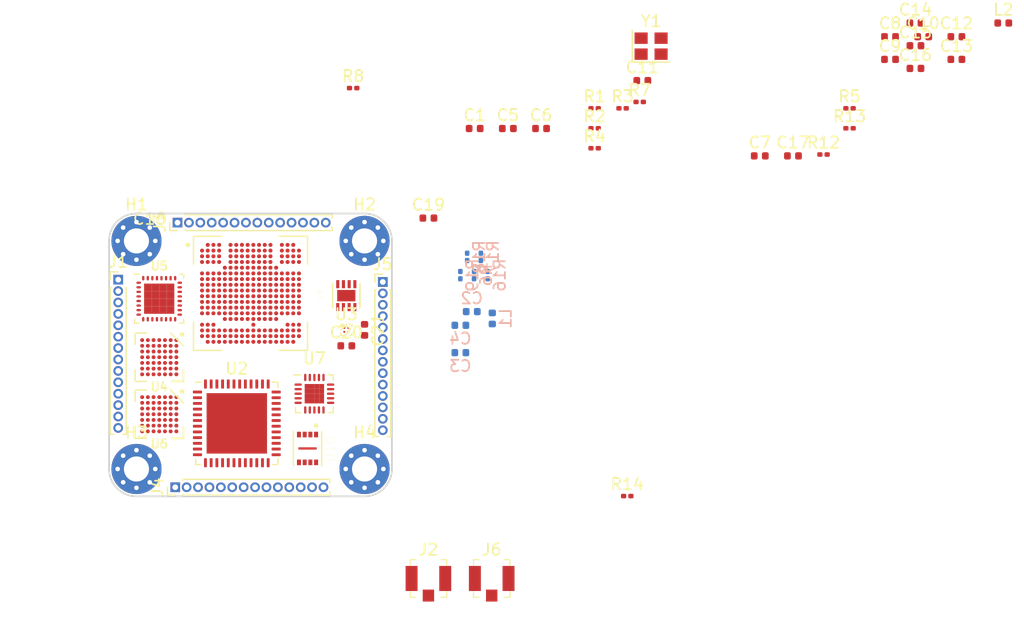
<source format=kicad_pcb>
(kicad_pcb (version 20171130) (host pcbnew "(5.1.6-0-10_14)")

  (general
    (thickness 1.6)
    (drawings 12)
    (tracks 0)
    (zones 0)
    (modules 58)
    (nets 195)
  )

  (page A4)
  (layers
    (0 F.Cu signal)
    (31 B.Cu signal)
    (32 B.Adhes user)
    (33 F.Adhes user)
    (34 B.Paste user)
    (35 F.Paste user)
    (36 B.SilkS user)
    (37 F.SilkS user)
    (38 B.Mask user)
    (39 F.Mask user)
    (40 Dwgs.User user)
    (41 Cmts.User user)
    (42 Eco1.User user)
    (43 Eco2.User user)
    (44 Edge.Cuts user)
    (45 Margin user)
    (46 B.CrtYd user)
    (47 F.CrtYd user)
    (48 B.Fab user)
    (49 F.Fab user)
  )

  (setup
    (last_trace_width 0.15)
    (trace_clearance 0.08)
    (zone_clearance 0.15)
    (zone_45_only no)
    (trace_min 0.15)
    (via_size 0.8)
    (via_drill 0.4)
    (via_min_size 0.4)
    (via_min_drill 0.3)
    (uvia_size 0.3)
    (uvia_drill 0.1)
    (uvias_allowed no)
    (uvia_min_size 0.2)
    (uvia_min_drill 0.1)
    (edge_width 0.15)
    (segment_width 0.2)
    (pcb_text_width 0.3)
    (pcb_text_size 1.5 1.5)
    (mod_edge_width 0.15)
    (mod_text_size 1 1)
    (mod_text_width 0.15)
    (pad_size 1.524 1.524)
    (pad_drill 0.762)
    (pad_to_mask_clearance 0.2)
    (aux_axis_origin 0 0)
    (visible_elements 7FFFFFFF)
    (pcbplotparams
      (layerselection 0x310fc_ffffffff)
      (usegerberextensions false)
      (usegerberattributes false)
      (usegerberadvancedattributes false)
      (creategerberjobfile false)
      (excludeedgelayer true)
      (linewidth 0.100000)
      (plotframeref false)
      (viasonmask false)
      (mode 1)
      (useauxorigin false)
      (hpglpennumber 1)
      (hpglpenspeed 20)
      (hpglpendiameter 15.000000)
      (psnegative false)
      (psa4output false)
      (plotreference true)
      (plotvalue true)
      (plotinvisibletext false)
      (padsonsilk false)
      (subtractmaskfromsilk false)
      (outputformat 1)
      (mirror false)
      (drillshape 0)
      (scaleselection 1)
      (outputdirectory "fab/"))
  )

  (net 0 "")
  (net 1 GND)
  (net 2 VIO)
  (net 3 "Net-(U1-PadV17)")
  (net 4 "Net-(U1-PadV12)")
  (net 5 "Net-(U1-PadV11)")
  (net 6 "Net-(U1-PadV9)")
  (net 7 "Net-(U1-PadV8)")
  (net 8 "Net-(U1-PadV6)")
  (net 9 "Net-(U1-PadV5)")
  (net 10 "Net-(U1-PadV3)")
  (net 11 "Net-(U1-PadV2)")
  (net 12 "Net-(U1-PadU1)")
  (net 13 "Net-(U1-PadT1)")
  (net 14 "Net-(U2-Pad48)")
  (net 15 "Net-(U2-Pad47)")
  (net 16 "Net-(U2-Pad45)")
  (net 17 "Net-(U2-Pad44)")
  (net 18 "Net-(U2-Pad33)")
  (net 19 "Net-(U2-Pad32)")
  (net 20 "Net-(U2-Pad31)")
  (net 21 "Net-(U2-Pad30)")
  (net 22 "Net-(U2-Pad27)")
  (net 23 "Net-(U2-Pad26)")
  (net 24 "Net-(U2-Pad25)")
  (net 25 /FPGA/DONE)
  (net 26 +1V8)
  (net 27 IO18)
  (net 28 IO17)
  (net 29 IO16)
  (net 30 IO15)
  (net 31 IO14)
  (net 32 IO13)
  (net 33 IO12)
  (net 34 IO11)
  (net 35 IO10)
  (net 36 IO9)
  (net 37 IO8)
  (net 38 IO7)
  (net 39 IO6)
  (net 40 IO5)
  (net 41 IO4)
  (net 42 IO3)
  (net 43 IO2)
  (net 44 IO1)
  (net 45 IO0)
  (net 46 IO37)
  (net 47 IO36)
  (net 48 IO35)
  (net 49 IO34)
  (net 50 IO33)
  (net 51 IO32)
  (net 52 IO31)
  (net 53 IO30)
  (net 54 IO29)
  (net 55 IO28)
  (net 56 IO27)
  (net 57 IO26)
  (net 58 IO25)
  (net 59 IO24)
  (net 60 IO23)
  (net 61 IO22)
  (net 62 IO21)
  (net 63 IO20)
  (net 64 IO19)
  (net 65 "Net-(R14-Pad1)")
  (net 66 "/WIFI, BT, RT/FPGA_PROGRAMN")
  (net 67 "/WIFI, BT, RT/HOLD")
  (net 68 "/WIFI, BT, RT/WP")
  (net 69 "Net-(U1-PadN1)")
  (net 70 "Net-(U1-PadM1)")
  (net 71 /FPGA/RAM1_ADQ3)
  (net 72 /FPGA/RAM1_ADQ2)
  (net 73 /FPGA/RAM0_ADQ11)
  (net 74 /FPGA/RAM0_ADQ13)
  (net 75 /FPGA/RAM0_ADQ12)
  (net 76 /FPGA/RAM0_ADQ7)
  (net 77 /FPGA/RAM0_ADQ10)
  (net 78 /FPGA/RAM0_ADQ8)
  (net 79 /FPGA/RAM0_ADQ9)
  (net 80 /FPGA/RAM0_ADQ6)
  (net 81 /FPGA/RAM1_ADQ0)
  (net 82 /FPGA/RAM0_ADQ5)
  (net 83 /FPGA/RAM1_ADQ1)
  (net 84 /FPGA/RAM0_ADQ1)
  (net 85 /FPGA/RAM0_ADQ4)
  (net 86 /FPGA/RAM0_ADQ3)
  (net 87 /FPGA/RAM0_ADQ0)
  (net 88 /FPGA/RAM0_A21)
  (net 89 /FPGA/RAM0_ADQ2)
  (net 90 /FPGA/RAM0_A17)
  (net 91 /FPGA/RAM0_A18)
  (net 92 /FPGA/RAM0_A19)
  (net 93 /FPGA/RAM0_A20)
  (net 94 /FPGA/RAM0_A16)
  (net 95 /FPGA/RAM0_ADQ14)
  (net 96 /FPGA/RAM1_ADQ8)
  (net 97 /FPGA/RAM1_A21)
  (net 98 /FPGA/RAM1_ADQ12)
  (net 99 /FPGA/RAM1_A17)
  (net 100 /FPGA/RAM1_A20)
  (net 101 /FPGA/RAM0_ADQ15)
  (net 102 /FPGA/RAM1_ADQ10)
  (net 103 /FPGA/RAM1_ADQ9)
  (net 104 /FPGA/RAM1_ADQ13)
  (net 105 /FPGA/RAM1_A19)
  (net 106 /FPGA/RAM1_ADQ11)
  (net 107 /FPGA/RAM1_ADQ6)
  (net 108 /FPGA/RAM1_ADQ15)
  (net 109 /FPGA/RAM1_A18)
  (net 110 /FPGA/RAM1_ADQ7)
  (net 111 /FPGA/RAM1_ADQ4)
  (net 112 /FPGA/RAM1_ADQ5)
  (net 113 /FPGA/RAM1_ADQ14)
  (net 114 /FPGA/RAM1_A16)
  (net 115 "Net-(U4-PadF5)")
  (net 116 "Net-(U4-PadF3)")
  (net 117 "Net-(U6-PadF5)")
  (net 118 "Net-(U6-PadF3)")
  (net 119 "Net-(U7-Pad17)")
  (net 120 "Net-(U7-Pad16)")
  (net 121 "Net-(U7-Pad4)")
  (net 122 "Net-(U7-Pad3)")
  (net 123 "Net-(U7-Pad2)")
  (net 124 "Net-(U1-PadF3)")
  (net 125 +1V1)
  (net 126 +2V5)
  (net 127 "Net-(L1-Pad2)")
  (net 128 "/WIFI, BT, RT/PDET")
  (net 129 "/WIFI, BT, RT/SWANT")
  (net 130 "Net-(R16-Pad1)")
  (net 131 "/WIFI, BT, RT/MODE")
  (net 132 "Net-(R17-Pad1)")
  (net 133 "/WIFI, BT, RT/RXEN")
  (net 134 "Net-(R18-Pad1)")
  (net 135 "/WIFI, BT, RT/TXEN")
  (net 136 "Net-(R19-Pad1)")
  (net 137 "/WIFI, BT, RT/TXRX")
  (net 138 "Net-(C12-Pad1)")
  (net 139 EN)
  (net 140 "Net-(C16-Pad1)")
  (net 141 /FPGA/TW_INT)
  (net 142 /FPGA/TW_PWRDN)
  (net 143 /FPGA/TW_I2C_DAT)
  (net 144 /FPGA/TW_I2C_SCK)
  (net 145 "Net-(C7-Pad1)")
  (net 146 "Net-(C17-Pad1)")
  (net 147 /FPGA/VIN_D0)
  (net 148 /FPGA/VIN_D1)
  (net 149 /FPGA/VIN_D3)
  (net 150 /FPGA/VIN_D2)
  (net 151 /FPGA/VIN_D5)
  (net 152 /FPGA/MPOUT)
  (net 153 /FPGA/VSYNC)
  (net 154 /FPGA/nRESET)
  (net 155 /FPGA/VIN_D7)
  (net 156 /FPGA/VIN_D4)
  (net 157 /FPGA/HSYNC)
  (net 158 /FPGA/VIN_D6)
  (net 159 /FPGA/VIN_CLK)
  (net 160 AVIN2)
  (net 161 AVIN1)
  (net 162 /FPGA/RAM1_UB)
  (net 163 /FPGA/RAM1_LB)
  (net 164 /FPGA/RAM1_CE)
  (net 165 /FPGA/RAM0_OE)
  (net 166 /FPGA/RAM0_CRE)
  (net 167 /FPGA/RAM0_CLK)
  (net 168 /FPGA/RAM0_CE)
  (net 169 /FPGA/RAM1_CLK)
  (net 170 /FPGA/RAM0_WAIT)
  (net 171 /FPGA/RAM0_ADV)
  (net 172 /FPGA/RAM1_CRE)
  (net 173 /FPGA/RAM1_ADV)
  (net 174 /FPGA/RAM0_WE)
  (net 175 /FPGA/RAM0_LB)
  (net 176 /FPGA/RAM1_OE)
  (net 177 /FPGA/RAM1_WAIT)
  (net 178 /FPGA/RAM1_WE)
  (net 179 /FPGA/RAM0_UB)
  (net 180 /SPI_MISO)
  (net 181 /SPI_MOSI)
  (net 182 /SPI_CLK)
  (net 183 /SPI_WP)
  (net 184 /SPI_HD)
  (net 185 "Net-(R7-Pad2)")
  (net 186 /FPGA/FPGA_HOLDN)
  (net 187 /FPGA/FPGA_CS)
  (net 188 "Net-(U1-PadA10)")
  (net 189 "/WIFI, BT, RT/SPI_FLASH_CS")
  (net 190 "Net-(U2-Pad7)")
  (net 191 "Net-(U2-Pad6)")
  (net 192 "Net-(U2-Pad5)")
  (net 193 "Net-(J2-Pad2)")
  (net 194 "Net-(J6-Pad2)")

  (net_class Default "This is the default net class."
    (clearance 0.08)
    (trace_width 0.15)
    (via_dia 0.8)
    (via_drill 0.4)
    (uvia_dia 0.3)
    (uvia_drill 0.1)
    (add_net +1V1)
    (add_net +1V8)
    (add_net +2V5)
    (add_net /FPGA/DONE)
    (add_net /FPGA/FPGA_CS)
    (add_net /FPGA/FPGA_HOLDN)
    (add_net /FPGA/HSYNC)
    (add_net /FPGA/MPOUT)
    (add_net /FPGA/RAM0_A16)
    (add_net /FPGA/RAM0_A17)
    (add_net /FPGA/RAM0_A18)
    (add_net /FPGA/RAM0_A19)
    (add_net /FPGA/RAM0_A20)
    (add_net /FPGA/RAM0_A21)
    (add_net /FPGA/RAM0_ADQ0)
    (add_net /FPGA/RAM0_ADQ1)
    (add_net /FPGA/RAM0_ADQ10)
    (add_net /FPGA/RAM0_ADQ11)
    (add_net /FPGA/RAM0_ADQ12)
    (add_net /FPGA/RAM0_ADQ13)
    (add_net /FPGA/RAM0_ADQ14)
    (add_net /FPGA/RAM0_ADQ15)
    (add_net /FPGA/RAM0_ADQ2)
    (add_net /FPGA/RAM0_ADQ3)
    (add_net /FPGA/RAM0_ADQ4)
    (add_net /FPGA/RAM0_ADQ5)
    (add_net /FPGA/RAM0_ADQ6)
    (add_net /FPGA/RAM0_ADQ7)
    (add_net /FPGA/RAM0_ADQ8)
    (add_net /FPGA/RAM0_ADQ9)
    (add_net /FPGA/RAM0_ADV)
    (add_net /FPGA/RAM0_CE)
    (add_net /FPGA/RAM0_CLK)
    (add_net /FPGA/RAM0_CRE)
    (add_net /FPGA/RAM0_LB)
    (add_net /FPGA/RAM0_OE)
    (add_net /FPGA/RAM0_UB)
    (add_net /FPGA/RAM0_WAIT)
    (add_net /FPGA/RAM0_WE)
    (add_net /FPGA/RAM1_A16)
    (add_net /FPGA/RAM1_A17)
    (add_net /FPGA/RAM1_A18)
    (add_net /FPGA/RAM1_A19)
    (add_net /FPGA/RAM1_A20)
    (add_net /FPGA/RAM1_A21)
    (add_net /FPGA/RAM1_ADQ0)
    (add_net /FPGA/RAM1_ADQ1)
    (add_net /FPGA/RAM1_ADQ10)
    (add_net /FPGA/RAM1_ADQ11)
    (add_net /FPGA/RAM1_ADQ12)
    (add_net /FPGA/RAM1_ADQ13)
    (add_net /FPGA/RAM1_ADQ14)
    (add_net /FPGA/RAM1_ADQ15)
    (add_net /FPGA/RAM1_ADQ2)
    (add_net /FPGA/RAM1_ADQ3)
    (add_net /FPGA/RAM1_ADQ4)
    (add_net /FPGA/RAM1_ADQ5)
    (add_net /FPGA/RAM1_ADQ6)
    (add_net /FPGA/RAM1_ADQ7)
    (add_net /FPGA/RAM1_ADQ8)
    (add_net /FPGA/RAM1_ADQ9)
    (add_net /FPGA/RAM1_ADV)
    (add_net /FPGA/RAM1_CE)
    (add_net /FPGA/RAM1_CLK)
    (add_net /FPGA/RAM1_CRE)
    (add_net /FPGA/RAM1_LB)
    (add_net /FPGA/RAM1_OE)
    (add_net /FPGA/RAM1_UB)
    (add_net /FPGA/RAM1_WAIT)
    (add_net /FPGA/RAM1_WE)
    (add_net /FPGA/TW_I2C_DAT)
    (add_net /FPGA/TW_I2C_SCK)
    (add_net /FPGA/TW_INT)
    (add_net /FPGA/TW_PWRDN)
    (add_net /FPGA/VIN_CLK)
    (add_net /FPGA/VIN_D0)
    (add_net /FPGA/VIN_D1)
    (add_net /FPGA/VIN_D2)
    (add_net /FPGA/VIN_D3)
    (add_net /FPGA/VIN_D4)
    (add_net /FPGA/VIN_D5)
    (add_net /FPGA/VIN_D6)
    (add_net /FPGA/VIN_D7)
    (add_net /FPGA/VSYNC)
    (add_net /FPGA/nRESET)
    (add_net /SPI_CLK)
    (add_net /SPI_HD)
    (add_net /SPI_MISO)
    (add_net /SPI_MOSI)
    (add_net /SPI_WP)
    (add_net "/WIFI, BT, RT/FPGA_PROGRAMN")
    (add_net "/WIFI, BT, RT/HOLD")
    (add_net "/WIFI, BT, RT/MODE")
    (add_net "/WIFI, BT, RT/PDET")
    (add_net "/WIFI, BT, RT/RXEN")
    (add_net "/WIFI, BT, RT/SPI_FLASH_CS")
    (add_net "/WIFI, BT, RT/SWANT")
    (add_net "/WIFI, BT, RT/TXEN")
    (add_net "/WIFI, BT, RT/TXRX")
    (add_net "/WIFI, BT, RT/WP")
    (add_net AVIN1)
    (add_net AVIN2)
    (add_net EN)
    (add_net GND)
    (add_net IO0)
    (add_net IO1)
    (add_net IO10)
    (add_net IO11)
    (add_net IO12)
    (add_net IO13)
    (add_net IO14)
    (add_net IO15)
    (add_net IO16)
    (add_net IO17)
    (add_net IO18)
    (add_net IO19)
    (add_net IO2)
    (add_net IO20)
    (add_net IO21)
    (add_net IO22)
    (add_net IO23)
    (add_net IO24)
    (add_net IO25)
    (add_net IO26)
    (add_net IO27)
    (add_net IO28)
    (add_net IO29)
    (add_net IO3)
    (add_net IO30)
    (add_net IO31)
    (add_net IO32)
    (add_net IO33)
    (add_net IO34)
    (add_net IO35)
    (add_net IO36)
    (add_net IO37)
    (add_net IO4)
    (add_net IO5)
    (add_net IO6)
    (add_net IO7)
    (add_net IO8)
    (add_net IO9)
    (add_net "Net-(C12-Pad1)")
    (add_net "Net-(C16-Pad1)")
    (add_net "Net-(C17-Pad1)")
    (add_net "Net-(C7-Pad1)")
    (add_net "Net-(J2-Pad2)")
    (add_net "Net-(J6-Pad2)")
    (add_net "Net-(L1-Pad2)")
    (add_net "Net-(R14-Pad1)")
    (add_net "Net-(R16-Pad1)")
    (add_net "Net-(R17-Pad1)")
    (add_net "Net-(R18-Pad1)")
    (add_net "Net-(R19-Pad1)")
    (add_net "Net-(R7-Pad2)")
    (add_net "Net-(U1-PadA10)")
    (add_net "Net-(U1-PadF3)")
    (add_net "Net-(U1-PadM1)")
    (add_net "Net-(U1-PadN1)")
    (add_net "Net-(U1-PadT1)")
    (add_net "Net-(U1-PadU1)")
    (add_net "Net-(U1-PadV11)")
    (add_net "Net-(U1-PadV12)")
    (add_net "Net-(U1-PadV17)")
    (add_net "Net-(U1-PadV2)")
    (add_net "Net-(U1-PadV3)")
    (add_net "Net-(U1-PadV5)")
    (add_net "Net-(U1-PadV6)")
    (add_net "Net-(U1-PadV8)")
    (add_net "Net-(U1-PadV9)")
    (add_net "Net-(U2-Pad25)")
    (add_net "Net-(U2-Pad26)")
    (add_net "Net-(U2-Pad27)")
    (add_net "Net-(U2-Pad30)")
    (add_net "Net-(U2-Pad31)")
    (add_net "Net-(U2-Pad32)")
    (add_net "Net-(U2-Pad33)")
    (add_net "Net-(U2-Pad44)")
    (add_net "Net-(U2-Pad45)")
    (add_net "Net-(U2-Pad47)")
    (add_net "Net-(U2-Pad48)")
    (add_net "Net-(U2-Pad5)")
    (add_net "Net-(U2-Pad6)")
    (add_net "Net-(U2-Pad7)")
    (add_net "Net-(U4-PadF3)")
    (add_net "Net-(U4-PadF5)")
    (add_net "Net-(U6-PadF3)")
    (add_net "Net-(U6-PadF5)")
    (add_net "Net-(U7-Pad16)")
    (add_net "Net-(U7-Pad17)")
    (add_net "Net-(U7-Pad2)")
    (add_net "Net-(U7-Pad3)")
    (add_net "Net-(U7-Pad4)")
    (add_net VIO)
  )

  (net_class Power ""
    (clearance 0.08)
    (trace_width 0.5)
    (via_dia 0.8)
    (via_drill 0.4)
    (uvia_dia 0.3)
    (uvia_drill 0.1)
  )

  (module footprints:BGA-4_2x2_0.74x0.74mm (layer F.Cu) (tedit 0) (tstamp 5F0BA0ED)
    (at 68.4 27.8)
    (path /5BC231CE/5F18D5C8)
    (attr smd)
    (fp_text reference U3 (at 0 -1.37) (layer F.SilkS)
      (effects (font (size 1 1) (thickness 0.15)))
    )
    (fp_text value LP5910 (at 0 1.37) (layer F.Fab)
      (effects (font (size 1 1) (thickness 0.15)))
    )
    (fp_line (start 0 -0.37) (end -0.37 0) (layer F.Fab) (width 0.1))
    (fp_line (start -0.37 0) (end -0.37 0.37) (layer F.Fab) (width 0.1))
    (fp_line (start -0.37 0.37) (end 0.37 0.37) (layer F.Fab) (width 0.1))
    (fp_line (start 0.37 0.37) (end 0.37 -0.37) (layer F.Fab) (width 0.1))
    (fp_line (start 0.37 -0.37) (end 0 -0.37) (layer F.Fab) (width 0.1))
    (fp_line (start 0.305 -0.49) (end 0.49 -0.49) (layer F.SilkS) (width 0.12))
    (fp_line (start 0.49 -0.49) (end 0.49 -0.305) (layer F.SilkS) (width 0.12))
    (fp_line (start 0.305 -0.49) (end 0.49 -0.49) (layer F.SilkS) (width 0.12))
    (fp_line (start 0.49 -0.49) (end 0.49 -0.305) (layer F.SilkS) (width 0.12))
    (fp_line (start 0.305 0.49) (end 0.49 0.49) (layer F.SilkS) (width 0.12))
    (fp_line (start 0.49 0.49) (end 0.49 0.305) (layer F.SilkS) (width 0.12))
    (fp_line (start 0.305 -0.49) (end 0.49 -0.49) (layer F.SilkS) (width 0.12))
    (fp_line (start 0.49 -0.49) (end 0.49 -0.305) (layer F.SilkS) (width 0.12))
    (fp_line (start -0.305 0.49) (end -0.49 0.49) (layer F.SilkS) (width 0.12))
    (fp_line (start -0.49 0.49) (end -0.49 0.305) (layer F.SilkS) (width 0.12))
    (fp_line (start 0 -0.49) (end -0.49 0) (layer F.SilkS) (width 0.12))
    (fp_circle (center -0.37 -0.37) (end -0.37 -0.27) (layer F.SilkS) (width 0.2))
    (fp_line (start -0.6 -0.6) (end 0.6 -0.6) (layer F.CrtYd) (width 0.05))
    (fp_line (start 0.6 -0.6) (end 0.6 0.6) (layer F.CrtYd) (width 0.05))
    (fp_line (start 0.6 0.6) (end -0.6 0.6) (layer F.CrtYd) (width 0.05))
    (fp_line (start -0.6 0.6) (end -0.6 -0.6) (layer F.CrtYd) (width 0.05))
    (pad B2 smd circle (at 0.175 0.175) (size 0.18 0.18) (layers F.Cu F.Paste F.Mask)
      (net 1 GND))
    (pad A2 smd circle (at 0.175 -0.175) (size 0.18 0.18) (layers F.Cu F.Paste F.Mask)
      (net 125 +1V1))
    (pad B1 smd circle (at -0.175 0.175) (size 0.18 0.18) (layers F.Cu F.Paste F.Mask)
      (net 2 VIO))
    (pad A1 smd circle (at -0.175 -0.175) (size 0.18 0.18) (layers F.Cu F.Paste F.Mask)
      (net 2 VIO))
  )

  (module Capacitor_SMD:C_0402_1005Metric (layer F.Cu) (tedit 5B301BBE) (tstamp 5F0B99BE)
    (at 70 27.8 270)
    (descr "Capacitor SMD 0402 (1005 Metric), square (rectangular) end terminal, IPC_7351 nominal, (Body size source: http://www.tortai-tech.com/upload/download/2011102023233369053.pdf), generated with kicad-footprint-generator")
    (tags capacitor)
    (path /5BC231CE/5F19B819)
    (attr smd)
    (fp_text reference C21 (at 0 -1.17 90) (layer F.SilkS)
      (effects (font (size 1 1) (thickness 0.15)))
    )
    (fp_text value 1uF (at 0 1.17 90) (layer F.Fab)
      (effects (font (size 1 1) (thickness 0.15)))
    )
    (fp_text user %R (at 0 0 90) (layer F.Fab)
      (effects (font (size 0.25 0.25) (thickness 0.04)))
    )
    (fp_line (start -0.5 0.25) (end -0.5 -0.25) (layer F.Fab) (width 0.1))
    (fp_line (start -0.5 -0.25) (end 0.5 -0.25) (layer F.Fab) (width 0.1))
    (fp_line (start 0.5 -0.25) (end 0.5 0.25) (layer F.Fab) (width 0.1))
    (fp_line (start 0.5 0.25) (end -0.5 0.25) (layer F.Fab) (width 0.1))
    (fp_line (start -0.93 0.47) (end -0.93 -0.47) (layer F.CrtYd) (width 0.05))
    (fp_line (start -0.93 -0.47) (end 0.93 -0.47) (layer F.CrtYd) (width 0.05))
    (fp_line (start 0.93 -0.47) (end 0.93 0.47) (layer F.CrtYd) (width 0.05))
    (fp_line (start 0.93 0.47) (end -0.93 0.47) (layer F.CrtYd) (width 0.05))
    (pad 2 smd roundrect (at 0.485 0 270) (size 0.59 0.64) (layers F.Cu F.Paste F.Mask) (roundrect_rratio 0.25)
      (net 1 GND))
    (pad 1 smd roundrect (at -0.485 0 270) (size 0.59 0.64) (layers F.Cu F.Paste F.Mask) (roundrect_rratio 0.25)
      (net 125 +1V1))
    (model ${KISYS3DMOD}/Capacitor_SMD.3dshapes/C_0402_1005Metric.wrl
      (at (xyz 0 0 0))
      (scale (xyz 1 1 1))
      (rotate (xyz 0 0 0))
    )
  )

  (module Capacitor_SMD:C_0402_1005Metric (layer F.Cu) (tedit 5B301BBE) (tstamp 5F0B99AF)
    (at 68.4 29.2)
    (descr "Capacitor SMD 0402 (1005 Metric), square (rectangular) end terminal, IPC_7351 nominal, (Body size source: http://www.tortai-tech.com/upload/download/2011102023233369053.pdf), generated with kicad-footprint-generator")
    (tags capacitor)
    (path /5BC231CE/5F192F78)
    (attr smd)
    (fp_text reference C20 (at 0 -1.17) (layer F.SilkS)
      (effects (font (size 1 1) (thickness 0.15)))
    )
    (fp_text value 1uF (at 0 1.17) (layer F.Fab)
      (effects (font (size 1 1) (thickness 0.15)))
    )
    (fp_text user %R (at 0 0) (layer F.Fab)
      (effects (font (size 0.25 0.25) (thickness 0.04)))
    )
    (fp_line (start -0.5 0.25) (end -0.5 -0.25) (layer F.Fab) (width 0.1))
    (fp_line (start -0.5 -0.25) (end 0.5 -0.25) (layer F.Fab) (width 0.1))
    (fp_line (start 0.5 -0.25) (end 0.5 0.25) (layer F.Fab) (width 0.1))
    (fp_line (start 0.5 0.25) (end -0.5 0.25) (layer F.Fab) (width 0.1))
    (fp_line (start -0.93 0.47) (end -0.93 -0.47) (layer F.CrtYd) (width 0.05))
    (fp_line (start -0.93 -0.47) (end 0.93 -0.47) (layer F.CrtYd) (width 0.05))
    (fp_line (start 0.93 -0.47) (end 0.93 0.47) (layer F.CrtYd) (width 0.05))
    (fp_line (start 0.93 0.47) (end -0.93 0.47) (layer F.CrtYd) (width 0.05))
    (pad 2 smd roundrect (at 0.485 0) (size 0.59 0.64) (layers F.Cu F.Paste F.Mask) (roundrect_rratio 0.25)
      (net 1 GND))
    (pad 1 smd roundrect (at -0.485 0) (size 0.59 0.64) (layers F.Cu F.Paste F.Mask) (roundrect_rratio 0.25)
      (net 2 VIO))
    (model ${KISYS3DMOD}/Capacitor_SMD.3dshapes/C_0402_1005Metric.wrl
      (at (xyz 0 0 0))
      (scale (xyz 1 1 1))
      (rotate (xyz 0 0 0))
    )
  )

  (module footprints:SON50P200X200X60-9N (layer F.Cu) (tedit 5F0ADFAD) (tstamp 5F0B8861)
    (at 68.4 24.8 90)
    (descr "Power Switch Hi Side 1A 8-Pin LFCSP EP T/R")
    (path /5BC231CE/5F0F4362)
    (fp_text reference U8 (at 0.024 -2.3048 90) (layer F.SilkS)
      (effects (font (size 0.48 0.48) (thickness 0.015)))
    )
    (fp_text value ADP222ACPZ-1825-R7 (at 4.2912 2.4452 90) (layer F.Fab)
      (effects (font (size 0.48 0.48) (thickness 0.015)))
    )
    (fp_text user Name (at -0.2808 -2.3048 90) (layer Dwgs.User)
      (effects (font (size 0.48 0.48) (thickness 0.015)))
    )
    (fp_line (start -1.05 -1.05) (end 1.05 -1.05) (layer F.Fab) (width 0.127))
    (fp_line (start 1.05 -1.05) (end 1.05 1.05) (layer F.Fab) (width 0.127))
    (fp_line (start 1.05 1.05) (end -1.05 1.05) (layer F.Fab) (width 0.127))
    (fp_line (start -1.05 1.05) (end -1.05 -1.05) (layer F.Fab) (width 0.127))
    (fp_line (start -1.05 1.199) (end 1.05 1.199) (layer F.SilkS) (width 0.127))
    (fp_line (start -1.05 -1.199) (end 1.05 -1.199) (layer F.SilkS) (width 0.127))
    (fp_line (start -1.61 -1.14) (end -1.3 -1.14) (layer F.CrtYd) (width 0.05))
    (fp_line (start -1.3 -1.14) (end -1.3 -1.3) (layer F.CrtYd) (width 0.05))
    (fp_line (start -1.3 -1.3) (end 1.3 -1.3) (layer F.CrtYd) (width 0.05))
    (fp_line (start 1.3 -1.3) (end 1.3 -1.14) (layer F.CrtYd) (width 0.05))
    (fp_line (start 1.3 -1.14) (end 1.61 -1.14) (layer F.CrtYd) (width 0.05))
    (fp_line (start 1.61 -1.14) (end 1.61 1.14) (layer F.CrtYd) (width 0.05))
    (fp_line (start 1.61 1.14) (end 1.3 1.14) (layer F.CrtYd) (width 0.05))
    (fp_line (start 1.3 1.14) (end 1.3 1.3) (layer F.CrtYd) (width 0.05))
    (fp_line (start 1.3 1.3) (end -1.3 1.3) (layer F.CrtYd) (width 0.05))
    (fp_line (start -1.3 1.3) (end -1.3 1.14) (layer F.CrtYd) (width 0.05))
    (fp_line (start -1.3 1.14) (end -1.61 1.14) (layer F.CrtYd) (width 0.05))
    (fp_line (start -1.61 1.14) (end -1.61 -1.14) (layer F.CrtYd) (width 0.05))
    (fp_circle (center -1.85 -0.75) (end -1.8 -0.75) (layer F.Fab) (width 0.1))
    (fp_circle (center -1.85 -0.75) (end -1.8 -0.75) (layer F.SilkS) (width 0.1))
    (fp_poly (pts (xy -0.316 -0.506) (xy 0.316 -0.506) (xy 0.316 0.506) (xy -0.316 0.506)) (layer F.Paste) (width 0.01))
    (pad 9 smd rect (at 0 0 90) (size 1 1.6) (layers F.Cu F.Mask)
      (net 1 GND))
    (pad 8 smd rect (at 1.005 -0.75 90) (size 0.71 0.27) (layers F.Cu F.Paste F.Mask)
      (net 26 +1V8))
    (pad 7 smd rect (at 1.005 -0.25 90) (size 0.71 0.27) (layers F.Cu F.Paste F.Mask)
      (net 26 +1V8))
    (pad 6 smd rect (at 1.005 0.25 90) (size 0.71 0.27) (layers F.Cu F.Paste F.Mask)
      (net 2 VIO))
    (pad 5 smd rect (at 1.005 0.75 90) (size 0.71 0.27) (layers F.Cu F.Paste F.Mask)
      (net 126 +2V5))
    (pad 4 smd rect (at -1.005 0.75 90) (size 0.71 0.27) (layers F.Cu F.Paste F.Mask)
      (net 126 +2V5))
    (pad 3 smd rect (at -1.005 0.25 90) (size 0.71 0.27) (layers F.Cu F.Paste F.Mask)
      (net 1 GND))
    (pad 2 smd rect (at -1.005 -0.25 90) (size 0.71 0.27) (layers F.Cu F.Paste F.Mask)
      (net 2 VIO))
    (pad 1 smd rect (at -1.005 -0.75 90) (size 0.71 0.27) (layers F.Cu F.Paste F.Mask)
      (net 2 VIO))
  )

  (module Capacitor_SMD:C_0402_1005Metric (layer F.Cu) (tedit 5B301BBE) (tstamp 5F0B7EFA)
    (at 75.6 18)
    (descr "Capacitor SMD 0402 (1005 Metric), square (rectangular) end terminal, IPC_7351 nominal, (Body size source: http://www.tortai-tech.com/upload/download/2011102023233369053.pdf), generated with kicad-footprint-generator")
    (tags capacitor)
    (path /5BC231CE/5F121970)
    (attr smd)
    (fp_text reference C19 (at 0 -1.17) (layer F.SilkS)
      (effects (font (size 1 1) (thickness 0.15)))
    )
    (fp_text value 1uF (at 0 1.17) (layer F.Fab)
      (effects (font (size 1 1) (thickness 0.15)))
    )
    (fp_text user %R (at 0 0) (layer F.Fab)
      (effects (font (size 0.25 0.25) (thickness 0.04)))
    )
    (fp_line (start -0.5 0.25) (end -0.5 -0.25) (layer F.Fab) (width 0.1))
    (fp_line (start -0.5 -0.25) (end 0.5 -0.25) (layer F.Fab) (width 0.1))
    (fp_line (start 0.5 -0.25) (end 0.5 0.25) (layer F.Fab) (width 0.1))
    (fp_line (start 0.5 0.25) (end -0.5 0.25) (layer F.Fab) (width 0.1))
    (fp_line (start -0.93 0.47) (end -0.93 -0.47) (layer F.CrtYd) (width 0.05))
    (fp_line (start -0.93 -0.47) (end 0.93 -0.47) (layer F.CrtYd) (width 0.05))
    (fp_line (start 0.93 -0.47) (end 0.93 0.47) (layer F.CrtYd) (width 0.05))
    (fp_line (start 0.93 0.47) (end -0.93 0.47) (layer F.CrtYd) (width 0.05))
    (pad 2 smd roundrect (at 0.485 0) (size 0.59 0.64) (layers F.Cu F.Paste F.Mask) (roundrect_rratio 0.25)
      (net 1 GND))
    (pad 1 smd roundrect (at -0.485 0) (size 0.59 0.64) (layers F.Cu F.Paste F.Mask) (roundrect_rratio 0.25)
      (net 2 VIO))
    (model ${KISYS3DMOD}/Capacitor_SMD.3dshapes/C_0402_1005Metric.wrl
      (at (xyz 0 0 0))
      (scale (xyz 1 1 1))
      (rotate (xyz 0 0 0))
    )
  )

  (module digikey-footprints:Coax_Conn_U.FL (layer F.Cu) (tedit 5D288EC0) (tstamp 5F0B67BB)
    (at 81.15 49.6)
    (descr https://media.digikey.com/pdf/Data%20Sheets/Hirose%20PDFs/UFL%20Series.pdf)
    (path /5C7A02C5/5F0B067F)
    (attr smd)
    (fp_text reference J6 (at 0 -2.53) (layer F.SilkS)
      (effects (font (size 1 1) (thickness 0.15)))
    )
    (fp_text value U_FL-R-SMT_10_ (at 0.01 3.15) (layer F.Fab)
      (effects (font (size 1 1) (thickness 0.15)))
    )
    (fp_text user %R (at 0 0) (layer F.Fab)
      (effects (font (size 0.5 0.5) (thickness 0.05)))
    )
    (fp_line (start -2.25 2.28) (end 2.25 2.28) (layer F.CrtYd) (width 0.05))
    (fp_line (start 2.25 -1.8) (end 2.25 2.28) (layer F.CrtYd) (width 0.05))
    (fp_line (start -2.25 -1.8) (end -2.25 2.28) (layer F.CrtYd) (width 0.05))
    (fp_line (start -2.25 -1.8) (end 2.25 -1.8) (layer F.CrtYd) (width 0.05))
    (fp_line (start 1.6 1.65) (end 1.6 1.15) (layer F.SilkS) (width 0.1))
    (fp_line (start 1.6 1.65) (end 1.1 1.65) (layer F.SilkS) (width 0.1))
    (fp_line (start -1.6 1.65) (end -1.1 1.65) (layer F.SilkS) (width 0.1))
    (fp_line (start -1.6 1.65) (end -1.6 1.15) (layer F.SilkS) (width 0.1))
    (fp_line (start -1.6 -1.65) (end -1.6 -1.15) (layer F.SilkS) (width 0.1))
    (fp_line (start -1.6 -1.65) (end -1.1 -1.65) (layer F.SilkS) (width 0.1))
    (fp_line (start 1.6 -1.65) (end 1.6 -1.15) (layer F.SilkS) (width 0.1))
    (fp_line (start 1.6 -1.65) (end 1.1 -1.65) (layer F.SilkS) (width 0.1))
    (fp_line (start -1.5 -1.55) (end 1.5 -1.55) (layer F.Fab) (width 0.1))
    (fp_line (start -1.5 1.55) (end -1.5 -1.55) (layer F.Fab) (width 0.1))
    (fp_line (start 1.5 1.55) (end 1.5 -1.55) (layer F.Fab) (width 0.1))
    (fp_line (start -1.5 1.55) (end 1.5 1.55) (layer F.Fab) (width 0.1))
    (pad 2 smd rect (at 0 1.5) (size 1 1.05) (layers F.Cu F.Paste F.Mask)
      (net 194 "Net-(J6-Pad2)"))
    (pad 1 smd rect (at -1.475 0) (size 1.05 2.2) (layers F.Cu F.Paste F.Mask)
      (net 1 GND))
    (pad 1 smd rect (at 1.475 0) (size 1.05 2.2) (layers F.Cu F.Paste F.Mask)
      (net 1 GND))
  )

  (module digikey-footprints:Coax_Conn_U.FL (layer F.Cu) (tedit 5D288EC0) (tstamp 5F0B66D1)
    (at 75.6 49.6)
    (descr https://media.digikey.com/pdf/Data%20Sheets/Hirose%20PDFs/UFL%20Series.pdf)
    (path /5C7A02C5/5F0ADC74)
    (attr smd)
    (fp_text reference J2 (at 0 -2.53) (layer F.SilkS)
      (effects (font (size 1 1) (thickness 0.15)))
    )
    (fp_text value U_FL-R-SMT_10_ (at 0.01 3.15) (layer F.Fab)
      (effects (font (size 1 1) (thickness 0.15)))
    )
    (fp_text user %R (at 0 0) (layer F.Fab)
      (effects (font (size 0.5 0.5) (thickness 0.05)))
    )
    (fp_line (start -2.25 2.28) (end 2.25 2.28) (layer F.CrtYd) (width 0.05))
    (fp_line (start 2.25 -1.8) (end 2.25 2.28) (layer F.CrtYd) (width 0.05))
    (fp_line (start -2.25 -1.8) (end -2.25 2.28) (layer F.CrtYd) (width 0.05))
    (fp_line (start -2.25 -1.8) (end 2.25 -1.8) (layer F.CrtYd) (width 0.05))
    (fp_line (start 1.6 1.65) (end 1.6 1.15) (layer F.SilkS) (width 0.1))
    (fp_line (start 1.6 1.65) (end 1.1 1.65) (layer F.SilkS) (width 0.1))
    (fp_line (start -1.6 1.65) (end -1.1 1.65) (layer F.SilkS) (width 0.1))
    (fp_line (start -1.6 1.65) (end -1.6 1.15) (layer F.SilkS) (width 0.1))
    (fp_line (start -1.6 -1.65) (end -1.6 -1.15) (layer F.SilkS) (width 0.1))
    (fp_line (start -1.6 -1.65) (end -1.1 -1.65) (layer F.SilkS) (width 0.1))
    (fp_line (start 1.6 -1.65) (end 1.6 -1.15) (layer F.SilkS) (width 0.1))
    (fp_line (start 1.6 -1.65) (end 1.1 -1.65) (layer F.SilkS) (width 0.1))
    (fp_line (start -1.5 -1.55) (end 1.5 -1.55) (layer F.Fab) (width 0.1))
    (fp_line (start -1.5 1.55) (end -1.5 -1.55) (layer F.Fab) (width 0.1))
    (fp_line (start 1.5 1.55) (end 1.5 -1.55) (layer F.Fab) (width 0.1))
    (fp_line (start -1.5 1.55) (end 1.5 1.55) (layer F.Fab) (width 0.1))
    (pad 2 smd rect (at 0 1.5) (size 1 1.05) (layers F.Cu F.Paste F.Mask)
      (net 193 "Net-(J2-Pad2)"))
    (pad 1 smd rect (at -1.475 0) (size 1.05 2.2) (layers F.Cu F.Paste F.Mask)
      (net 1 GND))
    (pad 1 smd rect (at 1.475 0) (size 1.05 2.2) (layers F.Cu F.Paste F.Mask)
      (net 1 GND))
  )

  (module Crystal:Crystal_SMD_2520-4Pin_2.5x2.0mm (layer F.Cu) (tedit 5A0FD1B2) (tstamp 5F0A1117)
    (at 95.125001 2.925001)
    (descr "SMD Crystal SERIES SMD2520/4 http://www.newxtal.com/UploadFiles/Images/2012-11-12-09-29-09-776.pdf, 2.5x2.0mm^2 package")
    (tags "SMD SMT crystal")
    (path /5BC231CE/5F1070B2)
    (attr smd)
    (fp_text reference Y1 (at 0 -2.2) (layer F.SilkS)
      (effects (font (size 1 1) (thickness 0.15)))
    )
    (fp_text value Crystal_GND23 (at 0 2.2) (layer F.Fab)
      (effects (font (size 1 1) (thickness 0.15)))
    )
    (fp_line (start -1.15 -1) (end 1.15 -1) (layer F.Fab) (width 0.1))
    (fp_line (start 1.15 -1) (end 1.25 -0.9) (layer F.Fab) (width 0.1))
    (fp_line (start 1.25 -0.9) (end 1.25 0.9) (layer F.Fab) (width 0.1))
    (fp_line (start 1.25 0.9) (end 1.15 1) (layer F.Fab) (width 0.1))
    (fp_line (start 1.15 1) (end -1.15 1) (layer F.Fab) (width 0.1))
    (fp_line (start -1.15 1) (end -1.25 0.9) (layer F.Fab) (width 0.1))
    (fp_line (start -1.25 0.9) (end -1.25 -0.9) (layer F.Fab) (width 0.1))
    (fp_line (start -1.25 -0.9) (end -1.15 -1) (layer F.Fab) (width 0.1))
    (fp_line (start -1.25 0) (end -0.25 1) (layer F.Fab) (width 0.1))
    (fp_line (start -1.65 -1.4) (end -1.65 1.4) (layer F.SilkS) (width 0.12))
    (fp_line (start -1.65 1.4) (end 1.65 1.4) (layer F.SilkS) (width 0.12))
    (fp_line (start -1.7 -1.5) (end -1.7 1.5) (layer F.CrtYd) (width 0.05))
    (fp_line (start -1.7 1.5) (end 1.7 1.5) (layer F.CrtYd) (width 0.05))
    (fp_line (start 1.7 1.5) (end 1.7 -1.5) (layer F.CrtYd) (width 0.05))
    (fp_line (start 1.7 -1.5) (end -1.7 -1.5) (layer F.CrtYd) (width 0.05))
    (fp_text user %R (at 0 0) (layer F.Fab)
      (effects (font (size 0.6 0.6) (thickness 0.09)))
    )
    (pad 4 smd rect (at -0.875 -0.7) (size 1.15 1) (layers F.Cu F.Paste F.Mask)
      (net 146 "Net-(C17-Pad1)"))
    (pad 3 smd rect (at 0.875 -0.7) (size 1.15 1) (layers F.Cu F.Paste F.Mask)
      (net 1 GND))
    (pad 2 smd rect (at 0.875 0.7) (size 1.15 1) (layers F.Cu F.Paste F.Mask)
      (net 1 GND))
    (pad 1 smd rect (at -0.875 0.7) (size 1.15 1) (layers F.Cu F.Paste F.Mask)
      (net 145 "Net-(C7-Pad1)"))
    (model ${KISYS3DMOD}/Crystal.3dshapes/Crystal_SMD_2520-4Pin_2.5x2.0mm.wrl
      (at (xyz 0 0 0))
      (scale (xyz 1 1 1))
      (rotate (xyz 0 0 0))
    )
  )

  (module footprints:BGA285N50P18X18_1000X1000X130N (layer F.Cu) (tedit 5EE4D810) (tstamp 5F0A0DCB)
    (at 60 24.6)
    (path /5F323678)
    (fp_text reference U1 (at -2.825 -6.635) (layer F.SilkS)
      (effects (font (size 1 1) (thickness 0.015)))
    )
    (fp_text value LFE5UM-25F-7MG285C (at 13.05 6.635) (layer F.Fab)
      (effects (font (size 1 1) (thickness 0.015)))
    )
    (fp_circle (center -5.5 -4.25) (end -5.4 -4.25) (layer F.SilkS) (width 0.2))
    (fp_circle (center -5.5 -4.25) (end -5.4 -4.25) (layer F.Fab) (width 0.2))
    (fp_line (start 5 5) (end -5 5) (layer F.Fab) (width 0.127))
    (fp_line (start 5 -5) (end -5 -5) (layer F.Fab) (width 0.127))
    (fp_line (start 5 5) (end 5 -5) (layer F.Fab) (width 0.127))
    (fp_line (start -5 5) (end -5 -5) (layer F.Fab) (width 0.127))
    (fp_line (start 5 5) (end 2.5 5) (layer F.SilkS) (width 0.127))
    (fp_line (start 5 5) (end 5 2.5) (layer F.SilkS) (width 0.127))
    (fp_line (start -5 5) (end -2.5 5) (layer F.SilkS) (width 0.127))
    (fp_line (start -5 5) (end -5 2.5) (layer F.SilkS) (width 0.127))
    (fp_line (start -5 -5) (end -2.5 -5) (layer F.SilkS) (width 0.127))
    (fp_line (start -5 -5) (end -5 -2.5) (layer F.SilkS) (width 0.127))
    (fp_line (start 5 -5) (end 2.5 -5) (layer F.SilkS) (width 0.127))
    (fp_line (start 5 -5) (end 5 -2.5) (layer F.SilkS) (width 0.127))
    (fp_line (start -6 6) (end 6 6) (layer F.CrtYd) (width 0.05))
    (fp_line (start -6 -6) (end 6 -6) (layer F.CrtYd) (width 0.05))
    (fp_line (start -6 6) (end -6 -6) (layer F.CrtYd) (width 0.05))
    (fp_line (start 6 6) (end 6 -6) (layer F.CrtYd) (width 0.05))
    (pad V17 smd circle (at 3.75 4.25) (size 0.35 0.35) (layers F.Cu F.Paste F.Mask)
      (net 3 "Net-(U1-PadV17)"))
    (pad V16 smd circle (at 3.25 4.25) (size 0.35 0.35) (layers F.Cu F.Paste F.Mask)
      (net 185 "Net-(R7-Pad2)"))
    (pad V15 smd circle (at 2.75 4.25) (size 0.35 0.35) (layers F.Cu F.Paste F.Mask)
      (net 1 GND))
    (pad V14 smd circle (at 2.25 4.25) (size 0.35 0.35) (layers F.Cu F.Paste F.Mask)
      (net 51 IO32))
    (pad V13 smd circle (at 1.75 4.25) (size 0.35 0.35) (layers F.Cu F.Paste F.Mask)
      (net 52 IO31))
    (pad V12 smd circle (at 1.25 4.25) (size 0.35 0.35) (layers F.Cu F.Paste F.Mask)
      (net 4 "Net-(U1-PadV12)"))
    (pad V11 smd circle (at 0.75 4.25) (size 0.35 0.35) (layers F.Cu F.Paste F.Mask)
      (net 5 "Net-(U1-PadV11)"))
    (pad V10 smd circle (at 0.25 4.25) (size 0.35 0.35) (layers F.Cu F.Paste F.Mask)
      (net 1 GND))
    (pad V9 smd circle (at -0.25 4.25) (size 0.35 0.35) (layers F.Cu F.Paste F.Mask)
      (net 6 "Net-(U1-PadV9)"))
    (pad V8 smd circle (at -0.75 4.25) (size 0.35 0.35) (layers F.Cu F.Paste F.Mask)
      (net 7 "Net-(U1-PadV8)"))
    (pad V7 smd circle (at -1.25 4.25) (size 0.35 0.35) (layers F.Cu F.Paste F.Mask)
      (net 1 GND))
    (pad V6 smd circle (at -1.75 4.25) (size 0.35 0.35) (layers F.Cu F.Paste F.Mask)
      (net 8 "Net-(U1-PadV6)"))
    (pad V5 smd circle (at -2.25 4.25) (size 0.35 0.35) (layers F.Cu F.Paste F.Mask)
      (net 9 "Net-(U1-PadV5)"))
    (pad V4 smd circle (at -2.75 4.25) (size 0.35 0.35) (layers F.Cu F.Paste F.Mask)
      (net 1 GND))
    (pad V3 smd circle (at -3.25 4.25) (size 0.35 0.35) (layers F.Cu F.Paste F.Mask)
      (net 10 "Net-(U1-PadV3)"))
    (pad V2 smd circle (at -3.75 4.25) (size 0.35 0.35) (layers F.Cu F.Paste F.Mask)
      (net 11 "Net-(U1-PadV2)"))
    (pad U18 smd circle (at 4.25 3.75) (size 0.35 0.35) (layers F.Cu F.Paste F.Mask)
      (net 181 /SPI_MOSI))
    (pad U17 smd circle (at 3.75 3.75) (size 0.35 0.35) (layers F.Cu F.Paste F.Mask)
      (net 186 /FPGA/FPGA_HOLDN))
    (pad U16 smd circle (at 3.25 3.75) (size 0.35 0.35) (layers F.Cu F.Paste F.Mask)
      (net 182 /SPI_CLK))
    (pad U15 smd circle (at 2.75 3.75) (size 0.35 0.35) (layers F.Cu F.Paste F.Mask)
      (net 25 /FPGA/DONE))
    (pad U14 smd circle (at 2.25 3.75) (size 0.35 0.35) (layers F.Cu F.Paste F.Mask)
      (net 1 GND))
    (pad U13 smd circle (at 1.75 3.75) (size 0.35 0.35) (layers F.Cu F.Paste F.Mask)
      (net 46 IO37))
    (pad U12 smd circle (at 1.25 3.75) (size 0.35 0.35) (layers F.Cu F.Paste F.Mask)
      (net 125 +1V1))
    (pad U11 smd circle (at 0.75 3.75) (size 0.35 0.35) (layers F.Cu F.Paste F.Mask)
      (net 1 GND))
    (pad U10 smd circle (at 0.25 3.75) (size 0.35 0.35) (layers F.Cu F.Paste F.Mask)
      (net 1 GND))
    (pad U9 smd circle (at -0.25 3.75) (size 0.35 0.35) (layers F.Cu F.Paste F.Mask)
      (net 1 GND))
    (pad U8 smd circle (at -0.75 3.75) (size 0.35 0.35) (layers F.Cu F.Paste F.Mask)
      (net 125 +1V1))
    (pad U7 smd circle (at -1.25 3.75) (size 0.35 0.35) (layers F.Cu F.Paste F.Mask)
      (net 1 GND))
    (pad U6 smd circle (at -1.75 3.75) (size 0.35 0.35) (layers F.Cu F.Paste F.Mask)
      (net 125 +1V1))
    (pad U5 smd circle (at -2.25 3.75) (size 0.35 0.35) (layers F.Cu F.Paste F.Mask)
      (net 1 GND))
    (pad U4 smd circle (at -2.75 3.75) (size 0.35 0.35) (layers F.Cu F.Paste F.Mask)
      (net 1 GND))
    (pad U3 smd circle (at -3.25 3.75) (size 0.35 0.35) (layers F.Cu F.Paste F.Mask)
      (net 1 GND))
    (pad U2 smd circle (at -3.75 3.75) (size 0.35 0.35) (layers F.Cu F.Paste F.Mask)
      (net 1 GND))
    (pad U1 smd circle (at -4.25 3.75) (size 0.35 0.35) (layers F.Cu F.Paste F.Mask)
      (net 12 "Net-(U1-PadU1)"))
    (pad T18 smd circle (at 4.25 3.25) (size 0.35 0.35) (layers F.Cu F.Paste F.Mask)
      (net 180 /SPI_MISO))
    (pad T17 smd circle (at 3.75 3.25) (size 0.35 0.35) (layers F.Cu F.Paste F.Mask)
      (net 183 /SPI_WP))
    (pad T16 smd circle (at 3.25 3.25) (size 0.35 0.35) (layers F.Cu F.Paste F.Mask)
      (net 1 GND))
    (pad T15 smd circle (at 2.75 3.25) (size 0.35 0.35) (layers F.Cu F.Paste F.Mask)
      (net 66 "/WIFI, BT, RT/FPGA_PROGRAMN"))
    (pad T14 smd circle (at 2.25 3.25) (size 0.35 0.35) (layers F.Cu F.Paste F.Mask)
      (net 65 "Net-(R14-Pad1)"))
    (pad T13 smd circle (at 1.75 3.25) (size 0.35 0.35) (layers F.Cu F.Paste F.Mask)
      (net 47 IO36))
    (pad T12 smd circle (at 1.25 3.25) (size 0.35 0.35) (layers F.Cu F.Paste F.Mask)
      (net 1 GND))
    (pad T11 smd circle (at 0.75 3.25) (size 0.35 0.35) (layers F.Cu F.Paste F.Mask)
      (net 1 GND))
    (pad T10 smd circle (at 0.25 3.25) (size 0.35 0.35) (layers F.Cu F.Paste F.Mask)
      (net 1 GND))
    (pad T9 smd circle (at -0.25 3.25) (size 0.35 0.35) (layers F.Cu F.Paste F.Mask)
      (net 1 GND))
    (pad T8 smd circle (at -0.75 3.25) (size 0.35 0.35) (layers F.Cu F.Paste F.Mask)
      (net 1 GND))
    (pad T7 smd circle (at -1.25 3.25) (size 0.35 0.35) (layers F.Cu F.Paste F.Mask)
      (net 1 GND))
    (pad T6 smd circle (at -1.75 3.25) (size 0.35 0.35) (layers F.Cu F.Paste F.Mask)
      (net 1 GND))
    (pad T5 smd circle (at -2.25 3.25) (size 0.35 0.35) (layers F.Cu F.Paste F.Mask)
      (net 125 +1V1))
    (pad T4 smd circle (at -2.75 3.25) (size 0.35 0.35) (layers F.Cu F.Paste F.Mask)
      (net 1 GND))
    (pad T3 smd circle (at -3.25 3.25) (size 0.35 0.35) (layers F.Cu F.Paste F.Mask)
      (net 1 GND))
    (pad T2 smd circle (at -3.75 3.25) (size 0.35 0.35) (layers F.Cu F.Paste F.Mask)
      (net 1 GND))
    (pad T1 smd circle (at -4.25 3.25) (size 0.35 0.35) (layers F.Cu F.Paste F.Mask)
      (net 13 "Net-(U1-PadT1)"))
    (pad R18 smd circle (at 4.25 2.75) (size 0.35 0.35) (layers F.Cu F.Paste F.Mask)
      (net 150 /FPGA/VIN_D2))
    (pad R17 smd circle (at 3.75 2.75) (size 0.35 0.35) (layers F.Cu F.Paste F.Mask)
      (net 187 /FPGA/FPGA_CS))
    (pad R16 smd circle (at 3.25 2.75) (size 0.35 0.35) (layers F.Cu F.Paste F.Mask)
      (net 184 /SPI_HD))
    (pad R10 smd circle (at 0.25 2.75) (size 0.35 0.35) (layers F.Cu F.Paste F.Mask)
      (net 125 +1V1))
    (pad R3 smd circle (at -3.25 2.75) (size 0.35 0.35) (layers F.Cu F.Paste F.Mask)
      (net 126 +2V5))
    (pad R2 smd circle (at -3.75 2.75) (size 0.35 0.35) (layers F.Cu F.Paste F.Mask)
      (net 1 GND))
    (pad R1 smd circle (at -4.25 2.75) (size 0.35 0.35) (layers F.Cu F.Paste F.Mask)
      (net 1 GND))
    (pad P14 smd circle (at 2.25 2.25) (size 0.35 0.35) (layers F.Cu F.Paste F.Mask)
      (net 2 VIO))
    (pad P13 smd circle (at 1.75 2.25) (size 0.35 0.35) (layers F.Cu F.Paste F.Mask)
      (net 126 +2V5))
    (pad P12 smd circle (at 1.25 2.25) (size 0.35 0.35) (layers F.Cu F.Paste F.Mask)
      (net 1 GND))
    (pad P11 smd circle (at 0.75 2.25) (size 0.35 0.35) (layers F.Cu F.Paste F.Mask)
      (net 125 +1V1))
    (pad P10 smd circle (at 0.25 2.25) (size 0.35 0.35) (layers F.Cu F.Paste F.Mask)
      (net 125 +1V1))
    (pad P9 smd circle (at -0.25 2.25) (size 0.35 0.35) (layers F.Cu F.Paste F.Mask)
      (net 125 +1V1))
    (pad P8 smd circle (at -0.75 2.25) (size 0.35 0.35) (layers F.Cu F.Paste F.Mask)
      (net 1 GND))
    (pad P7 smd circle (at -1.25 2.25) (size 0.35 0.35) (layers F.Cu F.Paste F.Mask)
      (net 125 +1V1))
    (pad P6 smd circle (at -1.75 2.25) (size 0.35 0.35) (layers F.Cu F.Paste F.Mask)
      (net 1 GND))
    (pad P5 smd circle (at -2.25 2.25) (size 0.35 0.35) (layers F.Cu F.Paste F.Mask)
      (net 126 +2V5))
    (pad N18 smd circle (at 4.25 1.75) (size 0.35 0.35) (layers F.Cu F.Paste F.Mask)
      (net 149 /FPGA/VIN_D3))
    (pad N17 smd circle (at 3.75 1.75) (size 0.35 0.35) (layers F.Cu F.Paste F.Mask)
      (net 152 /FPGA/MPOUT))
    (pad N16 smd circle (at 3.25 1.75) (size 0.35 0.35) (layers F.Cu F.Paste F.Mask)
      (net 158 /FPGA/VIN_D6))
    (pad N15 smd circle (at 2.75 1.75) (size 0.35 0.35) (layers F.Cu F.Paste F.Mask)
      (net 155 /FPGA/VIN_D7))
    (pad N14 smd circle (at 2.25 1.75) (size 0.35 0.35) (layers F.Cu F.Paste F.Mask)
      (net 26 +1V8))
    (pad N13 smd circle (at 1.75 1.75) (size 0.35 0.35) (layers F.Cu F.Paste F.Mask)
      (net 2 VIO))
    (pad N12 smd circle (at 1.25 1.75) (size 0.35 0.35) (layers F.Cu F.Paste F.Mask)
      (net 1 GND))
    (pad N11 smd circle (at 0.75 1.75) (size 0.35 0.35) (layers F.Cu F.Paste F.Mask)
      (net 1 GND))
    (pad N10 smd circle (at 0.25 1.75) (size 0.35 0.35) (layers F.Cu F.Paste F.Mask)
      (net 1 GND))
    (pad N9 smd circle (at -0.25 1.75) (size 0.35 0.35) (layers F.Cu F.Paste F.Mask)
      (net 1 GND))
    (pad N8 smd circle (at -0.75 1.75) (size 0.35 0.35) (layers F.Cu F.Paste F.Mask)
      (net 1 GND))
    (pad N7 smd circle (at -1.25 1.75) (size 0.35 0.35) (layers F.Cu F.Paste F.Mask)
      (net 1 GND))
    (pad N6 smd circle (at -1.75 1.75) (size 0.35 0.35) (layers F.Cu F.Paste F.Mask)
      (net 126 +2V5))
    (pad N5 smd circle (at -2.25 1.75) (size 0.35 0.35) (layers F.Cu F.Paste F.Mask)
      (net 2 VIO))
    (pad N4 smd circle (at -2.75 1.75) (size 0.35 0.35) (layers F.Cu F.Paste F.Mask)
      (net 37 IO8))
    (pad N3 smd circle (at -3.25 1.75) (size 0.35 0.35) (layers F.Cu F.Paste F.Mask)
      (net 36 IO9))
    (pad N2 smd circle (at -3.75 1.75) (size 0.35 0.35) (layers F.Cu F.Paste F.Mask)
      (net 32 IO13))
    (pad N1 smd circle (at -4.25 1.75) (size 0.35 0.35) (layers F.Cu F.Paste F.Mask)
      (net 69 "Net-(U1-PadN1)"))
    (pad M18 smd circle (at 4.25 1.25) (size 0.35 0.35) (layers F.Cu F.Paste F.Mask)
      (net 153 /FPGA/VSYNC))
    (pad M17 smd circle (at 3.75 1.25) (size 0.35 0.35) (layers F.Cu F.Paste F.Mask)
      (net 162 /FPGA/RAM1_UB))
    (pad M16 smd circle (at 3.25 1.25) (size 0.35 0.35) (layers F.Cu F.Paste F.Mask)
      (net 163 /FPGA/RAM1_LB))
    (pad M15 smd circle (at 2.75 1.25) (size 0.35 0.35) (layers F.Cu F.Paste F.Mask)
      (net 125 +1V1))
    (pad M14 smd circle (at 2.25 1.25) (size 0.35 0.35) (layers F.Cu F.Paste F.Mask)
      (net 26 +1V8))
    (pad M13 smd circle (at 1.75 1.25) (size 0.35 0.35) (layers F.Cu F.Paste F.Mask)
      (net 1 GND))
    (pad M12 smd circle (at 1.25 1.25) (size 0.35 0.35) (layers F.Cu F.Paste F.Mask)
      (net 1 GND))
    (pad M11 smd circle (at 0.75 1.25) (size 0.35 0.35) (layers F.Cu F.Paste F.Mask)
      (net 1 GND))
    (pad M10 smd circle (at 0.25 1.25) (size 0.35 0.35) (layers F.Cu F.Paste F.Mask)
      (net 1 GND))
    (pad M9 smd circle (at -0.25 1.25) (size 0.35 0.35) (layers F.Cu F.Paste F.Mask)
      (net 1 GND))
    (pad M8 smd circle (at -0.75 1.25) (size 0.35 0.35) (layers F.Cu F.Paste F.Mask)
      (net 1 GND))
    (pad M7 smd circle (at -1.25 1.25) (size 0.35 0.35) (layers F.Cu F.Paste F.Mask)
      (net 1 GND))
    (pad M6 smd circle (at -1.75 1.25) (size 0.35 0.35) (layers F.Cu F.Paste F.Mask)
      (net 1 GND))
    (pad M5 smd circle (at -2.25 1.25) (size 0.35 0.35) (layers F.Cu F.Paste F.Mask)
      (net 2 VIO))
    (pad M4 smd circle (at -2.75 1.25) (size 0.35 0.35) (layers F.Cu F.Paste F.Mask)
      (net 125 +1V1))
    (pad M3 smd circle (at -3.25 1.25) (size 0.35 0.35) (layers F.Cu F.Paste F.Mask)
      (net 43 IO2))
    (pad M2 smd circle (at -3.75 1.25) (size 0.35 0.35) (layers F.Cu F.Paste F.Mask)
      (net 33 IO12))
    (pad M1 smd circle (at -4.25 1.25) (size 0.35 0.35) (layers F.Cu F.Paste F.Mask)
      (net 70 "Net-(U1-PadM1)"))
    (pad L18 smd circle (at 4.25 0.75) (size 0.35 0.35) (layers F.Cu F.Paste F.Mask)
      (net 73 /FPGA/RAM0_ADQ11))
    (pad L17 smd circle (at 3.75 0.75) (size 0.35 0.35) (layers F.Cu F.Paste F.Mask)
      (net 1 GND))
    (pad L16 smd circle (at 3.25 0.75) (size 0.35 0.35) (layers F.Cu F.Paste F.Mask)
      (net 74 /FPGA/RAM0_ADQ13))
    (pad L15 smd circle (at 2.75 0.75) (size 0.35 0.35) (layers F.Cu F.Paste F.Mask)
      (net 75 /FPGA/RAM0_ADQ12))
    (pad L14 smd circle (at 2.25 0.75) (size 0.35 0.35) (layers F.Cu F.Paste F.Mask)
      (net 1 GND))
    (pad L13 smd circle (at 1.75 0.75) (size 0.35 0.35) (layers F.Cu F.Paste F.Mask)
      (net 1 GND))
    (pad L12 smd circle (at 1.25 0.75) (size 0.35 0.35) (layers F.Cu F.Paste F.Mask)
      (net 1 GND))
    (pad L11 smd circle (at 0.75 0.75) (size 0.35 0.35) (layers F.Cu F.Paste F.Mask)
      (net 1 GND))
    (pad L10 smd circle (at 0.25 0.75) (size 0.35 0.35) (layers F.Cu F.Paste F.Mask)
      (net 1 GND))
    (pad L9 smd circle (at -0.25 0.75) (size 0.35 0.35) (layers F.Cu F.Paste F.Mask)
      (net 1 GND))
    (pad L8 smd circle (at -0.75 0.75) (size 0.35 0.35) (layers F.Cu F.Paste F.Mask)
      (net 1 GND))
    (pad L7 smd circle (at -1.25 0.75) (size 0.35 0.35) (layers F.Cu F.Paste F.Mask)
      (net 1 GND))
    (pad L6 smd circle (at -1.75 0.75) (size 0.35 0.35) (layers F.Cu F.Paste F.Mask)
      (net 1 GND))
    (pad L5 smd circle (at -2.25 0.75) (size 0.35 0.35) (layers F.Cu F.Paste F.Mask)
      (net 1 GND))
    (pad L4 smd circle (at -2.75 0.75) (size 0.35 0.35) (layers F.Cu F.Paste F.Mask)
      (net 38 IO7))
    (pad L3 smd circle (at -3.25 0.75) (size 0.35 0.35) (layers F.Cu F.Paste F.Mask)
      (net 42 IO3))
    (pad L2 smd circle (at -3.75 0.75) (size 0.35 0.35) (layers F.Cu F.Paste F.Mask)
      (net 1 GND))
    (pad L1 smd circle (at -4.25 0.75) (size 0.35 0.35) (layers F.Cu F.Paste F.Mask)
      (net 34 IO11))
    (pad K18 smd circle (at 4.25 0.25) (size 0.35 0.35) (layers F.Cu F.Paste F.Mask)
      (net 76 /FPGA/RAM0_ADQ7))
    (pad K17 smd circle (at 3.75 0.25) (size 0.35 0.35) (layers F.Cu F.Paste F.Mask)
      (net 77 /FPGA/RAM0_ADQ10))
    (pad K16 smd circle (at 3.25 0.25) (size 0.35 0.35) (layers F.Cu F.Paste F.Mask)
      (net 78 /FPGA/RAM0_ADQ8))
    (pad K15 smd circle (at 2.75 0.25) (size 0.35 0.35) (layers F.Cu F.Paste F.Mask)
      (net 79 /FPGA/RAM0_ADQ9))
    (pad K14 smd circle (at 2.25 0.25) (size 0.35 0.35) (layers F.Cu F.Paste F.Mask)
      (net 1 GND))
    (pad K13 smd circle (at 1.75 0.25) (size 0.35 0.35) (layers F.Cu F.Paste F.Mask)
      (net 1 GND))
    (pad K12 smd circle (at 1.25 0.25) (size 0.35 0.35) (layers F.Cu F.Paste F.Mask)
      (net 1 GND))
    (pad K11 smd circle (at 0.75 0.25) (size 0.35 0.35) (layers F.Cu F.Paste F.Mask)
      (net 1 GND))
    (pad K10 smd circle (at 0.25 0.25) (size 0.35 0.35) (layers F.Cu F.Paste F.Mask)
      (net 1 GND))
    (pad K9 smd circle (at -0.25 0.25) (size 0.35 0.35) (layers F.Cu F.Paste F.Mask)
      (net 1 GND))
    (pad K8 smd circle (at -0.75 0.25) (size 0.35 0.35) (layers F.Cu F.Paste F.Mask)
      (net 1 GND))
    (pad K7 smd circle (at -1.25 0.25) (size 0.35 0.35) (layers F.Cu F.Paste F.Mask)
      (net 1 GND))
    (pad K6 smd circle (at -1.75 0.25) (size 0.35 0.35) (layers F.Cu F.Paste F.Mask)
      (net 1 GND))
    (pad K5 smd circle (at -2.25 0.25) (size 0.35 0.35) (layers F.Cu F.Paste F.Mask)
      (net 1 GND))
    (pad K4 smd circle (at -2.75 0.25) (size 0.35 0.35) (layers F.Cu F.Paste F.Mask)
      (net 39 IO6))
    (pad K3 smd circle (at -3.25 0.25) (size 0.35 0.35) (layers F.Cu F.Paste F.Mask)
      (net 41 IO4))
    (pad K2 smd circle (at -3.75 0.25) (size 0.35 0.35) (layers F.Cu F.Paste F.Mask)
      (net 35 IO10))
    (pad K1 smd circle (at -4.25 0.25) (size 0.35 0.35) (layers F.Cu F.Paste F.Mask)
      (net 40 IO5))
    (pad J18 smd circle (at 4.25 -0.25) (size 0.35 0.35) (layers F.Cu F.Paste F.Mask)
      (net 80 /FPGA/RAM0_ADQ6))
    (pad J17 smd circle (at 3.75 -0.25) (size 0.35 0.35) (layers F.Cu F.Paste F.Mask)
      (net 97 /FPGA/RAM1_A21))
    (pad J16 smd circle (at 3.25 -0.25) (size 0.35 0.35) (layers F.Cu F.Paste F.Mask)
      (net 82 /FPGA/RAM0_ADQ5))
    (pad J15 smd circle (at 2.75 -0.25) (size 0.35 0.35) (layers F.Cu F.Paste F.Mask)
      (net 125 +1V1))
    (pad J14 smd circle (at 2.25 -0.25) (size 0.35 0.35) (layers F.Cu F.Paste F.Mask)
      (net 125 +1V1))
    (pad J13 smd circle (at 1.75 -0.25) (size 0.35 0.35) (layers F.Cu F.Paste F.Mask)
      (net 1 GND))
    (pad J12 smd circle (at 1.25 -0.25) (size 0.35 0.35) (layers F.Cu F.Paste F.Mask)
      (net 1 GND))
    (pad J11 smd circle (at 0.75 -0.25) (size 0.35 0.35) (layers F.Cu F.Paste F.Mask)
      (net 1 GND))
    (pad J10 smd circle (at 0.25 -0.25) (size 0.35 0.35) (layers F.Cu F.Paste F.Mask)
      (net 1 GND))
    (pad J9 smd circle (at -0.25 -0.25) (size 0.35 0.35) (layers F.Cu F.Paste F.Mask)
      (net 1 GND))
    (pad J8 smd circle (at -0.75 -0.25) (size 0.35 0.35) (layers F.Cu F.Paste F.Mask)
      (net 1 GND))
    (pad J7 smd circle (at -1.25 -0.25) (size 0.35 0.35) (layers F.Cu F.Paste F.Mask)
      (net 1 GND))
    (pad J6 smd circle (at -1.75 -0.25) (size 0.35 0.35) (layers F.Cu F.Paste F.Mask)
      (net 1 GND))
    (pad J5 smd circle (at -2.25 -0.25) (size 0.35 0.35) (layers F.Cu F.Paste F.Mask)
      (net 125 +1V1))
    (pad J4 smd circle (at -2.75 -0.25) (size 0.35 0.35) (layers F.Cu F.Paste F.Mask)
      (net 125 +1V1))
    (pad J3 smd circle (at -3.25 -0.25) (size 0.35 0.35) (layers F.Cu F.Paste F.Mask)
      (net 63 IO20))
    (pad J2 smd circle (at -3.75 -0.25) (size 0.35 0.35) (layers F.Cu F.Paste F.Mask)
      (net 31 IO14))
    (pad J1 smd circle (at -4.25 -0.25) (size 0.35 0.35) (layers F.Cu F.Paste F.Mask)
      (net 30 IO15))
    (pad H18 smd circle (at 4.25 -0.75) (size 0.35 0.35) (layers F.Cu F.Paste F.Mask)
      (net 164 /FPGA/RAM1_CE))
    (pad H17 smd circle (at 3.75 -0.75) (size 0.35 0.35) (layers F.Cu F.Paste F.Mask)
      (net 84 /FPGA/RAM0_ADQ1))
    (pad H16 smd circle (at 3.25 -0.75) (size 0.35 0.35) (layers F.Cu F.Paste F.Mask)
      (net 85 /FPGA/RAM0_ADQ4))
    (pad H15 smd circle (at 2.75 -0.75) (size 0.35 0.35) (layers F.Cu F.Paste F.Mask)
      (net 86 /FPGA/RAM0_ADQ3))
    (pad H14 smd circle (at 2.25 -0.75) (size 0.35 0.35) (layers F.Cu F.Paste F.Mask)
      (net 26 +1V8))
    (pad H13 smd circle (at 1.75 -0.75) (size 0.35 0.35) (layers F.Cu F.Paste F.Mask)
      (net 1 GND))
    (pad H12 smd circle (at 1.25 -0.75) (size 0.35 0.35) (layers F.Cu F.Paste F.Mask)
      (net 1 GND))
    (pad H11 smd circle (at 0.75 -0.75) (size 0.35 0.35) (layers F.Cu F.Paste F.Mask)
      (net 1 GND))
    (pad H10 smd circle (at 0.25 -0.75) (size 0.35 0.35) (layers F.Cu F.Paste F.Mask)
      (net 1 GND))
    (pad H9 smd circle (at -0.25 -0.75) (size 0.35 0.35) (layers F.Cu F.Paste F.Mask)
      (net 1 GND))
    (pad H8 smd circle (at -0.75 -0.75) (size 0.35 0.35) (layers F.Cu F.Paste F.Mask)
      (net 1 GND))
    (pad H7 smd circle (at -1.25 -0.75) (size 0.35 0.35) (layers F.Cu F.Paste F.Mask)
      (net 1 GND))
    (pad H6 smd circle (at -1.75 -0.75) (size 0.35 0.35) (layers F.Cu F.Paste F.Mask)
      (net 1 GND))
    (pad H5 smd circle (at -2.25 -0.75) (size 0.35 0.35) (layers F.Cu F.Paste F.Mask)
      (net 26 +1V8))
    (pad H4 smd circle (at -2.75 -0.75) (size 0.35 0.35) (layers F.Cu F.Paste F.Mask)
      (net 61 IO22))
    (pad H3 smd circle (at -3.25 -0.75) (size 0.35 0.35) (layers F.Cu F.Paste F.Mask)
      (net 27 IO18))
    (pad H2 smd circle (at -3.75 -0.75) (size 0.35 0.35) (layers F.Cu F.Paste F.Mask)
      (net 62 IO21))
    (pad H1 smd circle (at -4.25 -0.75) (size 0.35 0.35) (layers F.Cu F.Paste F.Mask)
      (net 28 IO17))
    (pad G18 smd circle (at 4.25 -1.25) (size 0.35 0.35) (layers F.Cu F.Paste F.Mask)
      (net 87 /FPGA/RAM0_ADQ0))
    (pad G17 smd circle (at 3.75 -1.25) (size 0.35 0.35) (layers F.Cu F.Paste F.Mask)
      (net 1 GND))
    (pad G16 smd circle (at 3.25 -1.25) (size 0.35 0.35) (layers F.Cu F.Paste F.Mask)
      (net 88 /FPGA/RAM0_A21))
    (pad G15 smd circle (at 2.75 -1.25) (size 0.35 0.35) (layers F.Cu F.Paste F.Mask)
      (net 89 /FPGA/RAM0_ADQ2))
    (pad G14 smd circle (at 2.25 -1.25) (size 0.35 0.35) (layers F.Cu F.Paste F.Mask)
      (net 26 +1V8))
    (pad G13 smd circle (at 1.75 -1.25) (size 0.35 0.35) (layers F.Cu F.Paste F.Mask)
      (net 1 GND))
    (pad G12 smd circle (at 1.25 -1.25) (size 0.35 0.35) (layers F.Cu F.Paste F.Mask)
      (net 1 GND))
    (pad G11 smd circle (at 0.75 -1.25) (size 0.35 0.35) (layers F.Cu F.Paste F.Mask)
      (net 1 GND))
    (pad G10 smd circle (at 0.25 -1.25) (size 0.35 0.35) (layers F.Cu F.Paste F.Mask)
      (net 1 GND))
    (pad G9 smd circle (at -0.25 -1.25) (size 0.35 0.35) (layers F.Cu F.Paste F.Mask)
      (net 1 GND))
    (pad G8 smd circle (at -0.75 -1.25) (size 0.35 0.35) (layers F.Cu F.Paste F.Mask)
      (net 1 GND))
    (pad G7 smd circle (at -1.25 -1.25) (size 0.35 0.35) (layers F.Cu F.Paste F.Mask)
      (net 1 GND))
    (pad G6 smd circle (at -1.75 -1.25) (size 0.35 0.35) (layers F.Cu F.Paste F.Mask)
      (net 1 GND))
    (pad G5 smd circle (at -2.25 -1.25) (size 0.35 0.35) (layers F.Cu F.Paste F.Mask)
      (net 26 +1V8))
    (pad G4 smd circle (at -2.75 -1.25) (size 0.35 0.35) (layers F.Cu F.Paste F.Mask)
      (net 60 IO23))
    (pad G3 smd circle (at -3.25 -1.25) (size 0.35 0.35) (layers F.Cu F.Paste F.Mask)
      (net 64 IO19))
    (pad G2 smd circle (at -3.75 -1.25) (size 0.35 0.35) (layers F.Cu F.Paste F.Mask)
      (net 1 GND))
    (pad G1 smd circle (at -4.25 -1.25) (size 0.35 0.35) (layers F.Cu F.Paste F.Mask)
      (net 44 IO1))
    (pad F18 smd circle (at 4.25 -1.75) (size 0.35 0.35) (layers F.Cu F.Paste F.Mask)
      (net 90 /FPGA/RAM0_A17))
    (pad F17 smd circle (at 3.75 -1.75) (size 0.35 0.35) (layers F.Cu F.Paste F.Mask)
      (net 91 /FPGA/RAM0_A18))
    (pad F16 smd circle (at 3.25 -1.75) (size 0.35 0.35) (layers F.Cu F.Paste F.Mask)
      (net 92 /FPGA/RAM0_A19))
    (pad F15 smd circle (at 2.75 -1.75) (size 0.35 0.35) (layers F.Cu F.Paste F.Mask)
      (net 93 /FPGA/RAM0_A20))
    (pad F14 smd circle (at 2.25 -1.75) (size 0.35 0.35) (layers F.Cu F.Paste F.Mask)
      (net 1 GND))
    (pad F13 smd circle (at 1.75 -1.75) (size 0.35 0.35) (layers F.Cu F.Paste F.Mask)
      (net 1 GND))
    (pad F12 smd circle (at 1.25 -1.75) (size 0.35 0.35) (layers F.Cu F.Paste F.Mask)
      (net 1 GND))
    (pad F11 smd circle (at 0.75 -1.75) (size 0.35 0.35) (layers F.Cu F.Paste F.Mask)
      (net 1 GND))
    (pad F10 smd circle (at 0.25 -1.75) (size 0.35 0.35) (layers F.Cu F.Paste F.Mask)
      (net 1 GND))
    (pad F9 smd circle (at -0.25 -1.75) (size 0.35 0.35) (layers F.Cu F.Paste F.Mask)
      (net 1 GND))
    (pad F8 smd circle (at -0.75 -1.75) (size 0.35 0.35) (layers F.Cu F.Paste F.Mask)
      (net 1 GND))
    (pad F7 smd circle (at -1.25 -1.75) (size 0.35 0.35) (layers F.Cu F.Paste F.Mask)
      (net 1 GND))
    (pad F6 smd circle (at -1.75 -1.75) (size 0.35 0.35) (layers F.Cu F.Paste F.Mask)
      (net 1 GND))
    (pad F5 smd circle (at -2.25 -1.75) (size 0.35 0.35) (layers F.Cu F.Paste F.Mask)
      (net 1 GND))
    (pad F4 smd circle (at -2.75 -1.75) (size 0.35 0.35) (layers F.Cu F.Paste F.Mask)
      (net 59 IO24))
    (pad F3 smd circle (at -3.25 -1.75) (size 0.35 0.35) (layers F.Cu F.Paste F.Mask)
      (net 124 "Net-(U1-PadF3)"))
    (pad F2 smd circle (at -3.75 -1.75) (size 0.35 0.35) (layers F.Cu F.Paste F.Mask)
      (net 45 IO0))
    (pad F1 smd circle (at -4.25 -1.75) (size 0.35 0.35) (layers F.Cu F.Paste F.Mask)
      (net 29 IO16))
    (pad E14 smd circle (at 2.25 -2.25) (size 0.35 0.35) (layers F.Cu F.Paste F.Mask)
      (net 1 GND))
    (pad E13 smd circle (at 1.75 -2.25) (size 0.35 0.35) (layers F.Cu F.Paste F.Mask)
      (net 126 +2V5))
    (pad E12 smd circle (at 1.25 -2.25) (size 0.35 0.35) (layers F.Cu F.Paste F.Mask)
      (net 1 GND))
    (pad E11 smd circle (at 0.75 -2.25) (size 0.35 0.35) (layers F.Cu F.Paste F.Mask)
      (net 1 GND))
    (pad E10 smd circle (at 0.25 -2.25) (size 0.35 0.35) (layers F.Cu F.Paste F.Mask)
      (net 1 GND))
    (pad E9 smd circle (at -0.25 -2.25) (size 0.35 0.35) (layers F.Cu F.Paste F.Mask)
      (net 1 GND))
    (pad E8 smd circle (at -0.75 -2.25) (size 0.35 0.35) (layers F.Cu F.Paste F.Mask)
      (net 1 GND))
    (pad E7 smd circle (at -1.25 -2.25) (size 0.35 0.35) (layers F.Cu F.Paste F.Mask)
      (net 1 GND))
    (pad E6 smd circle (at -1.75 -2.25) (size 0.35 0.35) (layers F.Cu F.Paste F.Mask)
      (net 126 +2V5))
    (pad E5 smd circle (at -2.25 -2.25) (size 0.35 0.35) (layers F.Cu F.Paste F.Mask)
      (net 1 GND))
    (pad D18 smd circle (at 4.25 -2.75) (size 0.35 0.35) (layers F.Cu F.Paste F.Mask)
      (net 94 /FPGA/RAM0_A16))
    (pad D17 smd circle (at 3.75 -2.75) (size 0.35 0.35) (layers F.Cu F.Paste F.Mask)
      (net 95 /FPGA/RAM0_ADQ14))
    (pad D16 smd circle (at 3.25 -2.75) (size 0.35 0.35) (layers F.Cu F.Paste F.Mask)
      (net 165 /FPGA/RAM0_OE))
    (pad D15 smd circle (at 2.75 -2.75) (size 0.35 0.35) (layers F.Cu F.Paste F.Mask)
      (net 166 /FPGA/RAM0_CRE))
    (pad D13 smd circle (at 1.75 -2.75) (size 0.35 0.35) (layers F.Cu F.Paste F.Mask)
      (net 172 /FPGA/RAM1_CRE))
    (pad D12 smd circle (at 1.25 -2.75) (size 0.35 0.35) (layers F.Cu F.Paste F.Mask)
      (net 2 VIO))
    (pad D11 smd circle (at 0.75 -2.75) (size 0.35 0.35) (layers F.Cu F.Paste F.Mask)
      (net 125 +1V1))
    (pad D10 smd circle (at 0.25 -2.75) (size 0.35 0.35) (layers F.Cu F.Paste F.Mask)
      (net 125 +1V1))
    (pad D9 smd circle (at -0.25 -2.75) (size 0.35 0.35) (layers F.Cu F.Paste F.Mask)
      (net 125 +1V1))
    (pad D8 smd circle (at -0.75 -2.75) (size 0.35 0.35) (layers F.Cu F.Paste F.Mask)
      (net 125 +1V1))
    (pad D7 smd circle (at -1.25 -2.75) (size 0.35 0.35) (layers F.Cu F.Paste F.Mask)
      (net 2 VIO))
    (pad D6 smd circle (at -1.75 -2.75) (size 0.35 0.35) (layers F.Cu F.Paste F.Mask)
      (net 111 /FPGA/RAM1_ADQ4))
    (pad D4 smd circle (at -2.75 -2.75) (size 0.35 0.35) (layers F.Cu F.Paste F.Mask)
      (net 99 /FPGA/RAM1_A17))
    (pad D3 smd circle (at -3.25 -2.75) (size 0.35 0.35) (layers F.Cu F.Paste F.Mask)
      (net 96 /FPGA/RAM1_ADQ8))
    (pad D2 smd circle (at -3.75 -2.75) (size 0.35 0.35) (layers F.Cu F.Paste F.Mask)
      (net 104 /FPGA/RAM1_ADQ13))
    (pad D1 smd circle (at -4.25 -2.75) (size 0.35 0.35) (layers F.Cu F.Paste F.Mask)
      (net 114 /FPGA/RAM1_A16))
    (pad C18 smd circle (at 4.25 -3.25) (size 0.35 0.35) (layers F.Cu F.Paste F.Mask)
      (net 101 /FPGA/RAM0_ADQ15))
    (pad C17 smd circle (at 3.75 -3.25) (size 0.35 0.35) (layers F.Cu F.Paste F.Mask)
      (net 56 IO27))
    (pad C16 smd circle (at 3.25 -3.25) (size 0.35 0.35) (layers F.Cu F.Paste F.Mask)
      (net 169 /FPGA/RAM1_CLK))
    (pad C15 smd circle (at 2.75 -3.25) (size 0.35 0.35) (layers F.Cu F.Paste F.Mask)
      (net 177 /FPGA/RAM1_WAIT))
    (pad C13 smd circle (at 1.75 -3.25) (size 0.35 0.35) (layers F.Cu F.Paste F.Mask)
      (net 170 /FPGA/RAM0_WAIT))
    (pad C12 smd circle (at 1.25 -3.25) (size 0.35 0.35) (layers F.Cu F.Paste F.Mask)
      (net 171 /FPGA/RAM0_ADV))
    (pad C11 smd circle (at 0.75 -3.25) (size 0.35 0.35) (layers F.Cu F.Paste F.Mask)
      (net 156 /FPGA/VIN_D4))
    (pad C10 smd circle (at 0.25 -3.25) (size 0.35 0.35) (layers F.Cu F.Paste F.Mask)
      (net 147 /FPGA/VIN_D0))
    (pad C9 smd circle (at -0.25 -3.25) (size 0.35 0.35) (layers F.Cu F.Paste F.Mask)
      (net 142 /FPGA/TW_PWRDN))
    (pad C8 smd circle (at -0.75 -3.25) (size 0.35 0.35) (layers F.Cu F.Paste F.Mask)
      (net 143 /FPGA/TW_I2C_DAT))
    (pad C7 smd circle (at -1.25 -3.25) (size 0.35 0.35) (layers F.Cu F.Paste F.Mask)
      (net 107 /FPGA/RAM1_ADQ6))
    (pad C6 smd circle (at -1.75 -3.25) (size 0.35 0.35) (layers F.Cu F.Paste F.Mask)
      (net 112 /FPGA/RAM1_ADQ5))
    (pad C4 smd circle (at -2.75 -3.25) (size 0.35 0.35) (layers F.Cu F.Paste F.Mask)
      (net 109 /FPGA/RAM1_A18))
    (pad C3 smd circle (at -3.25 -3.25) (size 0.35 0.35) (layers F.Cu F.Paste F.Mask)
      (net 100 /FPGA/RAM1_A20))
    (pad C2 smd circle (at -3.75 -3.25) (size 0.35 0.35) (layers F.Cu F.Paste F.Mask)
      (net 103 /FPGA/RAM1_ADQ9))
    (pad C1 smd circle (at -4.25 -3.25) (size 0.35 0.35) (layers F.Cu F.Paste F.Mask)
      (net 108 /FPGA/RAM1_ADQ15))
    (pad B18 smd circle (at 4.25 -3.75) (size 0.35 0.35) (layers F.Cu F.Paste F.Mask)
      (net 57 IO26))
    (pad B17 smd circle (at 3.75 -3.75) (size 0.35 0.35) (layers F.Cu F.Paste F.Mask)
      (net 58 IO25))
    (pad B16 smd circle (at 3.25 -3.75) (size 0.35 0.35) (layers F.Cu F.Paste F.Mask)
      (net 1 GND))
    (pad B15 smd circle (at 2.75 -3.75) (size 0.35 0.35) (layers F.Cu F.Paste F.Mask)
      (net 167 /FPGA/RAM0_CLK))
    (pad B13 smd circle (at 1.75 -3.75) (size 0.35 0.35) (layers F.Cu F.Paste F.Mask)
      (net 173 /FPGA/RAM1_ADV))
    (pad B12 smd circle (at 1.25 -3.75) (size 0.35 0.35) (layers F.Cu F.Paste F.Mask)
      (net 174 /FPGA/RAM0_WE))
    (pad B11 smd circle (at 0.75 -3.75) (size 0.35 0.35) (layers F.Cu F.Paste F.Mask)
      (net 151 /FPGA/VIN_D5))
    (pad B10 smd circle (at 0.25 -3.75) (size 0.35 0.35) (layers F.Cu F.Paste F.Mask)
      (net 148 /FPGA/VIN_D1))
    (pad B9 smd circle (at -0.25 -3.75) (size 0.35 0.35) (layers F.Cu F.Paste F.Mask)
      (net 154 /FPGA/nRESET))
    (pad B8 smd circle (at -0.75 -3.75) (size 0.35 0.35) (layers F.Cu F.Paste F.Mask)
      (net 144 /FPGA/TW_I2C_SCK))
    (pad B7 smd circle (at -1.25 -3.75) (size 0.35 0.35) (layers F.Cu F.Paste F.Mask)
      (net 110 /FPGA/RAM1_ADQ7))
    (pad B6 smd circle (at -1.75 -3.75) (size 0.35 0.35) (layers F.Cu F.Paste F.Mask)
      (net 72 /FPGA/RAM1_ADQ2))
    (pad B4 smd circle (at -2.75 -3.75) (size 0.35 0.35) (layers F.Cu F.Paste F.Mask)
      (net 105 /FPGA/RAM1_A19))
    (pad B3 smd circle (at -3.25 -3.75) (size 0.35 0.35) (layers F.Cu F.Paste F.Mask)
      (net 1 GND))
    (pad B2 smd circle (at -3.75 -3.75) (size 0.35 0.35) (layers F.Cu F.Paste F.Mask)
      (net 106 /FPGA/RAM1_ADQ11))
    (pad B1 smd circle (at -4.25 -3.75) (size 0.35 0.35) (layers F.Cu F.Paste F.Mask)
      (net 113 /FPGA/RAM1_ADQ14))
    (pad A17 smd circle (at 3.75 -4.25) (size 0.35 0.35) (layers F.Cu F.Paste F.Mask)
      (net 175 /FPGA/RAM0_LB))
    (pad A16 smd circle (at 3.25 -4.25) (size 0.35 0.35) (layers F.Cu F.Paste F.Mask)
      (net 176 /FPGA/RAM1_OE))
    (pad A15 smd circle (at 2.75 -4.25) (size 0.35 0.35) (layers F.Cu F.Paste F.Mask)
      (net 168 /FPGA/RAM0_CE))
    (pad A13 smd circle (at 1.75 -4.25) (size 0.35 0.35) (layers F.Cu F.Paste F.Mask)
      (net 178 /FPGA/RAM1_WE))
    (pad A12 smd circle (at 1.25 -4.25) (size 0.35 0.35) (layers F.Cu F.Paste F.Mask)
      (net 179 /FPGA/RAM0_UB))
    (pad A11 smd circle (at 0.75 -4.25) (size 0.35 0.35) (layers F.Cu F.Paste F.Mask)
      (net 159 /FPGA/VIN_CLK))
    (pad A10 smd circle (at 0.25 -4.25) (size 0.35 0.35) (layers F.Cu F.Paste F.Mask)
      (net 188 "Net-(U1-PadA10)"))
    (pad A9 smd circle (at -0.25 -4.25) (size 0.35 0.35) (layers F.Cu F.Paste F.Mask)
      (net 141 /FPGA/TW_INT))
    (pad A8 smd circle (at -0.75 -4.25) (size 0.35 0.35) (layers F.Cu F.Paste F.Mask)
      (net 157 /FPGA/HSYNC))
    (pad A7 smd circle (at -1.25 -4.25) (size 0.35 0.35) (layers F.Cu F.Paste F.Mask)
      (net 71 /FPGA/RAM1_ADQ3))
    (pad A6 smd circle (at -1.75 -4.25) (size 0.35 0.35) (layers F.Cu F.Paste F.Mask)
      (net 81 /FPGA/RAM1_ADQ0))
    (pad A4 smd circle (at -2.75 -4.25) (size 0.35 0.35) (layers F.Cu F.Paste F.Mask)
      (net 83 /FPGA/RAM1_ADQ1))
    (pad A3 smd circle (at -3.25 -4.25) (size 0.35 0.35) (layers F.Cu F.Paste F.Mask)
      (net 102 /FPGA/RAM1_ADQ10))
    (pad A2 smd circle (at -3.75 -4.25) (size 0.35 0.35) (layers F.Cu F.Paste F.Mask)
      (net 98 /FPGA/RAM1_ADQ12))
  )

  (module Resistor_SMD:R_0201_0603Metric (layer F.Cu) (tedit 5B301BBD) (tstamp 5F0A0BB8)
    (at 69 6.6)
    (descr "Resistor SMD 0201 (0603 Metric), square (rectangular) end terminal, IPC_7351 nominal, (Body size source: https://www.vishay.com/docs/20052/crcw0201e3.pdf), generated with kicad-footprint-generator")
    (tags resistor)
    (path /5C7A02C5/5F9D48B3)
    (attr smd)
    (fp_text reference R8 (at 0 -1.05) (layer F.SilkS)
      (effects (font (size 1 1) (thickness 0.15)))
    )
    (fp_text value 10K (at 0 1.05) (layer F.Fab)
      (effects (font (size 1 1) (thickness 0.15)))
    )
    (fp_line (start -0.3 0.15) (end -0.3 -0.15) (layer F.Fab) (width 0.1))
    (fp_line (start -0.3 -0.15) (end 0.3 -0.15) (layer F.Fab) (width 0.1))
    (fp_line (start 0.3 -0.15) (end 0.3 0.15) (layer F.Fab) (width 0.1))
    (fp_line (start 0.3 0.15) (end -0.3 0.15) (layer F.Fab) (width 0.1))
    (fp_line (start -0.7 0.35) (end -0.7 -0.35) (layer F.CrtYd) (width 0.05))
    (fp_line (start -0.7 -0.35) (end 0.7 -0.35) (layer F.CrtYd) (width 0.05))
    (fp_line (start 0.7 -0.35) (end 0.7 0.35) (layer F.CrtYd) (width 0.05))
    (fp_line (start 0.7 0.35) (end -0.7 0.35) (layer F.CrtYd) (width 0.05))
    (fp_text user %R (at 0 -0.68) (layer F.Fab)
      (effects (font (size 0.25 0.25) (thickness 0.04)))
    )
    (pad 2 smd roundrect (at 0.32 0) (size 0.46 0.4) (layers F.Cu F.Mask) (roundrect_rratio 0.25)
      (net 139 EN))
    (pad 1 smd roundrect (at -0.32 0) (size 0.46 0.4) (layers F.Cu F.Mask) (roundrect_rratio 0.25)
      (net 2 VIO))
    (pad "" smd roundrect (at 0.345 0) (size 0.318 0.36) (layers F.Paste) (roundrect_rratio 0.25))
    (pad "" smd roundrect (at -0.345 0) (size 0.318 0.36) (layers F.Paste) (roundrect_rratio 0.25))
    (model ${KISYS3DMOD}/Resistor_SMD.3dshapes/R_0201_0603Metric.wrl
      (at (xyz 0 0 0))
      (scale (xyz 1 1 1))
      (rotate (xyz 0 0 0))
    )
  )

  (module Resistor_SMD:R_0201_0603Metric (layer F.Cu) (tedit 5B301BBD) (tstamp 5F0A0BA7)
    (at 94.125001 7.815001)
    (descr "Resistor SMD 0201 (0603 Metric), square (rectangular) end terminal, IPC_7351 nominal, (Body size source: https://www.vishay.com/docs/20052/crcw0201e3.pdf), generated with kicad-footprint-generator")
    (tags resistor)
    (path /5BC231CE/5F9173D4)
    (attr smd)
    (fp_text reference R7 (at 0 -1.05) (layer F.SilkS)
      (effects (font (size 1 1) (thickness 0.15)))
    )
    (fp_text value 4.7K (at 0 1.05) (layer F.Fab)
      (effects (font (size 1 1) (thickness 0.15)))
    )
    (fp_line (start -0.3 0.15) (end -0.3 -0.15) (layer F.Fab) (width 0.1))
    (fp_line (start -0.3 -0.15) (end 0.3 -0.15) (layer F.Fab) (width 0.1))
    (fp_line (start 0.3 -0.15) (end 0.3 0.15) (layer F.Fab) (width 0.1))
    (fp_line (start 0.3 0.15) (end -0.3 0.15) (layer F.Fab) (width 0.1))
    (fp_line (start -0.7 0.35) (end -0.7 -0.35) (layer F.CrtYd) (width 0.05))
    (fp_line (start -0.7 -0.35) (end 0.7 -0.35) (layer F.CrtYd) (width 0.05))
    (fp_line (start 0.7 -0.35) (end 0.7 0.35) (layer F.CrtYd) (width 0.05))
    (fp_line (start 0.7 0.35) (end -0.7 0.35) (layer F.CrtYd) (width 0.05))
    (fp_text user %R (at 0 -0.68) (layer F.Fab)
      (effects (font (size 0.25 0.25) (thickness 0.04)))
    )
    (pad 2 smd roundrect (at 0.32 0) (size 0.46 0.4) (layers F.Cu F.Mask) (roundrect_rratio 0.25)
      (net 185 "Net-(R7-Pad2)"))
    (pad 1 smd roundrect (at -0.32 0) (size 0.46 0.4) (layers F.Cu F.Mask) (roundrect_rratio 0.25)
      (net 2 VIO))
    (pad "" smd roundrect (at 0.345 0) (size 0.318 0.36) (layers F.Paste) (roundrect_rratio 0.25))
    (pad "" smd roundrect (at -0.345 0) (size 0.318 0.36) (layers F.Paste) (roundrect_rratio 0.25))
    (model ${KISYS3DMOD}/Resistor_SMD.3dshapes/R_0201_0603Metric.wrl
      (at (xyz 0 0 0))
      (scale (xyz 1 1 1))
      (rotate (xyz 0 0 0))
    )
  )

  (module Capacitor_SMD:C_0402_1005Metric (layer F.Cu) (tedit 5B301BBE) (tstamp 5F0A090E)
    (at 51.155001 19.235001)
    (descr "Capacitor SMD 0402 (1005 Metric), square (rectangular) end terminal, IPC_7351 nominal, (Body size source: http://www.tortai-tech.com/upload/download/2011102023233369053.pdf), generated with kicad-footprint-generator")
    (tags capacitor)
    (path /5C7A02C5/5F9D597A)
    (attr smd)
    (fp_text reference C18 (at 0 -1.17) (layer F.SilkS)
      (effects (font (size 1 1) (thickness 0.15)))
    )
    (fp_text value 0.1uF (at 0 1.17) (layer F.Fab)
      (effects (font (size 1 1) (thickness 0.15)))
    )
    (fp_line (start -0.5 0.25) (end -0.5 -0.25) (layer F.Fab) (width 0.1))
    (fp_line (start -0.5 -0.25) (end 0.5 -0.25) (layer F.Fab) (width 0.1))
    (fp_line (start 0.5 -0.25) (end 0.5 0.25) (layer F.Fab) (width 0.1))
    (fp_line (start 0.5 0.25) (end -0.5 0.25) (layer F.Fab) (width 0.1))
    (fp_line (start -0.93 0.47) (end -0.93 -0.47) (layer F.CrtYd) (width 0.05))
    (fp_line (start -0.93 -0.47) (end 0.93 -0.47) (layer F.CrtYd) (width 0.05))
    (fp_line (start 0.93 -0.47) (end 0.93 0.47) (layer F.CrtYd) (width 0.05))
    (fp_line (start 0.93 0.47) (end -0.93 0.47) (layer F.CrtYd) (width 0.05))
    (fp_text user %R (at 0 0) (layer F.Fab)
      (effects (font (size 0.25 0.25) (thickness 0.04)))
    )
    (pad 2 smd roundrect (at 0.485 0) (size 0.59 0.64) (layers F.Cu F.Paste F.Mask) (roundrect_rratio 0.25)
      (net 1 GND))
    (pad 1 smd roundrect (at -0.485 0) (size 0.59 0.64) (layers F.Cu F.Paste F.Mask) (roundrect_rratio 0.25)
      (net 139 EN))
    (model ${KISYS3DMOD}/Capacitor_SMD.3dshapes/C_0402_1005Metric.wrl
      (at (xyz 0 0 0))
      (scale (xyz 1 1 1))
      (rotate (xyz 0 0 0))
    )
  )

  (module Capacitor_SMD:C_0402_1005Metric (layer F.Cu) (tedit 5B301BBE) (tstamp 5F0A0857)
    (at 94.355001 5.945001)
    (descr "Capacitor SMD 0402 (1005 Metric), square (rectangular) end terminal, IPC_7351 nominal, (Body size source: http://www.tortai-tech.com/upload/download/2011102023233369053.pdf), generated with kicad-footprint-generator")
    (tags capacitor)
    (path /5BC231CE/5F8C444F)
    (attr smd)
    (fp_text reference C11 (at 0 -1.17) (layer F.SilkS)
      (effects (font (size 1 1) (thickness 0.15)))
    )
    (fp_text value 0.1uF (at 0 1.17) (layer F.Fab)
      (effects (font (size 1 1) (thickness 0.15)))
    )
    (fp_line (start -0.5 0.25) (end -0.5 -0.25) (layer F.Fab) (width 0.1))
    (fp_line (start -0.5 -0.25) (end 0.5 -0.25) (layer F.Fab) (width 0.1))
    (fp_line (start 0.5 -0.25) (end 0.5 0.25) (layer F.Fab) (width 0.1))
    (fp_line (start 0.5 0.25) (end -0.5 0.25) (layer F.Fab) (width 0.1))
    (fp_line (start -0.93 0.47) (end -0.93 -0.47) (layer F.CrtYd) (width 0.05))
    (fp_line (start -0.93 -0.47) (end 0.93 -0.47) (layer F.CrtYd) (width 0.05))
    (fp_line (start 0.93 -0.47) (end 0.93 0.47) (layer F.CrtYd) (width 0.05))
    (fp_line (start 0.93 0.47) (end -0.93 0.47) (layer F.CrtYd) (width 0.05))
    (fp_text user %R (at 0 0) (layer F.Fab)
      (effects (font (size 0.25 0.25) (thickness 0.04)))
    )
    (pad 2 smd roundrect (at 0.485 0) (size 0.59 0.64) (layers F.Cu F.Paste F.Mask) (roundrect_rratio 0.25)
      (net 26 +1V8))
    (pad 1 smd roundrect (at -0.485 0) (size 0.59 0.64) (layers F.Cu F.Paste F.Mask) (roundrect_rratio 0.25)
      (net 1 GND))
    (model ${KISYS3DMOD}/Capacitor_SMD.3dshapes/C_0402_1005Metric.wrl
      (at (xyz 0 0 0))
      (scale (xyz 1 1 1))
      (rotate (xyz 0 0 0))
    )
  )

  (module Capacitor_SMD:C_0402_1005Metric (layer F.Cu) (tedit 5B301BBE) (tstamp 5F0A07D8)
    (at 85.475001 10.145001)
    (descr "Capacitor SMD 0402 (1005 Metric), square (rectangular) end terminal, IPC_7351 nominal, (Body size source: http://www.tortai-tech.com/upload/download/2011102023233369053.pdf), generated with kicad-footprint-generator")
    (tags capacitor)
    (path /5BC231CE/5F8C4455)
    (attr smd)
    (fp_text reference C6 (at 0 -1.17) (layer F.SilkS)
      (effects (font (size 1 1) (thickness 0.15)))
    )
    (fp_text value 10uF (at 0 1.17) (layer F.Fab)
      (effects (font (size 1 1) (thickness 0.15)))
    )
    (fp_line (start -0.5 0.25) (end -0.5 -0.25) (layer F.Fab) (width 0.1))
    (fp_line (start -0.5 -0.25) (end 0.5 -0.25) (layer F.Fab) (width 0.1))
    (fp_line (start 0.5 -0.25) (end 0.5 0.25) (layer F.Fab) (width 0.1))
    (fp_line (start 0.5 0.25) (end -0.5 0.25) (layer F.Fab) (width 0.1))
    (fp_line (start -0.93 0.47) (end -0.93 -0.47) (layer F.CrtYd) (width 0.05))
    (fp_line (start -0.93 -0.47) (end 0.93 -0.47) (layer F.CrtYd) (width 0.05))
    (fp_line (start 0.93 -0.47) (end 0.93 0.47) (layer F.CrtYd) (width 0.05))
    (fp_line (start 0.93 0.47) (end -0.93 0.47) (layer F.CrtYd) (width 0.05))
    (fp_text user %R (at 0 0) (layer F.Fab)
      (effects (font (size 0.25 0.25) (thickness 0.04)))
    )
    (pad 2 smd roundrect (at 0.485 0) (size 0.59 0.64) (layers F.Cu F.Paste F.Mask) (roundrect_rratio 0.25)
      (net 26 +1V8))
    (pad 1 smd roundrect (at -0.485 0) (size 0.59 0.64) (layers F.Cu F.Paste F.Mask) (roundrect_rratio 0.25)
      (net 1 GND))
    (model ${KISYS3DMOD}/Capacitor_SMD.3dshapes/C_0402_1005Metric.wrl
      (at (xyz 0 0 0))
      (scale (xyz 1 1 1))
      (rotate (xyz 0 0 0))
    )
  )

  (module Capacitor_SMD:C_0402_1005Metric (layer F.Cu) (tedit 5B301BBE) (tstamp 5F0A07C9)
    (at 82.565001 10.145001)
    (descr "Capacitor SMD 0402 (1005 Metric), square (rectangular) end terminal, IPC_7351 nominal, (Body size source: http://www.tortai-tech.com/upload/download/2011102023233369053.pdf), generated with kicad-footprint-generator")
    (tags capacitor)
    (path /5BC231CE/5F8B5480)
    (attr smd)
    (fp_text reference C5 (at 0 -1.17) (layer F.SilkS)
      (effects (font (size 1 1) (thickness 0.15)))
    )
    (fp_text value 0.1uF (at 0 1.17) (layer F.Fab)
      (effects (font (size 1 1) (thickness 0.15)))
    )
    (fp_line (start -0.5 0.25) (end -0.5 -0.25) (layer F.Fab) (width 0.1))
    (fp_line (start -0.5 -0.25) (end 0.5 -0.25) (layer F.Fab) (width 0.1))
    (fp_line (start 0.5 -0.25) (end 0.5 0.25) (layer F.Fab) (width 0.1))
    (fp_line (start 0.5 0.25) (end -0.5 0.25) (layer F.Fab) (width 0.1))
    (fp_line (start -0.93 0.47) (end -0.93 -0.47) (layer F.CrtYd) (width 0.05))
    (fp_line (start -0.93 -0.47) (end 0.93 -0.47) (layer F.CrtYd) (width 0.05))
    (fp_line (start 0.93 -0.47) (end 0.93 0.47) (layer F.CrtYd) (width 0.05))
    (fp_line (start 0.93 0.47) (end -0.93 0.47) (layer F.CrtYd) (width 0.05))
    (fp_text user %R (at 0 0) (layer F.Fab)
      (effects (font (size 0.25 0.25) (thickness 0.04)))
    )
    (pad 2 smd roundrect (at 0.485 0) (size 0.59 0.64) (layers F.Cu F.Paste F.Mask) (roundrect_rratio 0.25)
      (net 26 +1V8))
    (pad 1 smd roundrect (at -0.485 0) (size 0.59 0.64) (layers F.Cu F.Paste F.Mask) (roundrect_rratio 0.25)
      (net 1 GND))
    (model ${KISYS3DMOD}/Capacitor_SMD.3dshapes/C_0402_1005Metric.wrl
      (at (xyz 0 0 0))
      (scale (xyz 1 1 1))
      (rotate (xyz 0 0 0))
    )
  )

  (module Capacitor_SMD:C_0402_1005Metric (layer F.Cu) (tedit 5B301BBE) (tstamp 5F0A0766)
    (at 79.655001 10.145001)
    (descr "Capacitor SMD 0402 (1005 Metric), square (rectangular) end terminal, IPC_7351 nominal, (Body size source: http://www.tortai-tech.com/upload/download/2011102023233369053.pdf), generated with kicad-footprint-generator")
    (tags capacitor)
    (path /5BC231CE/5F8B705D)
    (attr smd)
    (fp_text reference C1 (at 0 -1.17) (layer F.SilkS)
      (effects (font (size 1 1) (thickness 0.15)))
    )
    (fp_text value 10uF (at 0 1.17) (layer F.Fab)
      (effects (font (size 1 1) (thickness 0.15)))
    )
    (fp_line (start -0.5 0.25) (end -0.5 -0.25) (layer F.Fab) (width 0.1))
    (fp_line (start -0.5 -0.25) (end 0.5 -0.25) (layer F.Fab) (width 0.1))
    (fp_line (start 0.5 -0.25) (end 0.5 0.25) (layer F.Fab) (width 0.1))
    (fp_line (start 0.5 0.25) (end -0.5 0.25) (layer F.Fab) (width 0.1))
    (fp_line (start -0.93 0.47) (end -0.93 -0.47) (layer F.CrtYd) (width 0.05))
    (fp_line (start -0.93 -0.47) (end 0.93 -0.47) (layer F.CrtYd) (width 0.05))
    (fp_line (start 0.93 -0.47) (end 0.93 0.47) (layer F.CrtYd) (width 0.05))
    (fp_line (start 0.93 0.47) (end -0.93 0.47) (layer F.CrtYd) (width 0.05))
    (fp_text user %R (at 0 0) (layer F.Fab)
      (effects (font (size 0.25 0.25) (thickness 0.04)))
    )
    (pad 2 smd roundrect (at 0.485 0) (size 0.59 0.64) (layers F.Cu F.Paste F.Mask) (roundrect_rratio 0.25)
      (net 26 +1V8))
    (pad 1 smd roundrect (at -0.485 0) (size 0.59 0.64) (layers F.Cu F.Paste F.Mask) (roundrect_rratio 0.25)
      (net 1 GND))
    (model ${KISYS3DMOD}/Capacitor_SMD.3dshapes/C_0402_1005Metric.wrl
      (at (xyz 0 0 0))
      (scale (xyz 1 1 1))
      (rotate (xyz 0 0 0))
    )
  )

  (module Resistor_SMD:R_0201_0603Metric (layer F.Cu) (tedit 5B301BBD) (tstamp 5F086033)
    (at 112.525001 10.125001)
    (descr "Resistor SMD 0201 (0603 Metric), square (rectangular) end terminal, IPC_7351 nominal, (Body size source: https://www.vishay.com/docs/20052/crcw0201e3.pdf), generated with kicad-footprint-generator")
    (tags resistor)
    (path /5BC231CE/5F0F7DED)
    (attr smd)
    (fp_text reference R13 (at 0 -1.05) (layer F.SilkS)
      (effects (font (size 1 1) (thickness 0.15)))
    )
    (fp_text value 4.7K (at 0 1.05) (layer F.Fab)
      (effects (font (size 1 1) (thickness 0.15)))
    )
    (fp_line (start -0.3 0.15) (end -0.3 -0.15) (layer F.Fab) (width 0.1))
    (fp_line (start -0.3 -0.15) (end 0.3 -0.15) (layer F.Fab) (width 0.1))
    (fp_line (start 0.3 -0.15) (end 0.3 0.15) (layer F.Fab) (width 0.1))
    (fp_line (start 0.3 0.15) (end -0.3 0.15) (layer F.Fab) (width 0.1))
    (fp_line (start -0.7 0.35) (end -0.7 -0.35) (layer F.CrtYd) (width 0.05))
    (fp_line (start -0.7 -0.35) (end 0.7 -0.35) (layer F.CrtYd) (width 0.05))
    (fp_line (start 0.7 -0.35) (end 0.7 0.35) (layer F.CrtYd) (width 0.05))
    (fp_line (start 0.7 0.35) (end -0.7 0.35) (layer F.CrtYd) (width 0.05))
    (fp_text user %R (at 0 -0.68) (layer F.Fab)
      (effects (font (size 0.25 0.25) (thickness 0.04)))
    )
    (pad 2 smd roundrect (at 0.32 0) (size 0.46 0.4) (layers F.Cu F.Mask) (roundrect_rratio 0.25)
      (net 2 VIO))
    (pad 1 smd roundrect (at -0.32 0) (size 0.46 0.4) (layers F.Cu F.Mask) (roundrect_rratio 0.25)
      (net 143 /FPGA/TW_I2C_DAT))
    (pad "" smd roundrect (at 0.345 0) (size 0.318 0.36) (layers F.Paste) (roundrect_rratio 0.25))
    (pad "" smd roundrect (at -0.345 0) (size 0.318 0.36) (layers F.Paste) (roundrect_rratio 0.25))
    (model ${KISYS3DMOD}/Resistor_SMD.3dshapes/R_0201_0603Metric.wrl
      (at (xyz 0 0 0))
      (scale (xyz 1 1 1))
      (rotate (xyz 0 0 0))
    )
  )

  (module Resistor_SMD:R_0201_0603Metric (layer F.Cu) (tedit 5B301BBD) (tstamp 5F086022)
    (at 110.245001 12.425001)
    (descr "Resistor SMD 0201 (0603 Metric), square (rectangular) end terminal, IPC_7351 nominal, (Body size source: https://www.vishay.com/docs/20052/crcw0201e3.pdf), generated with kicad-footprint-generator")
    (tags resistor)
    (path /5BC231CE/5F0F6E33)
    (attr smd)
    (fp_text reference R12 (at 0 -1.05) (layer F.SilkS)
      (effects (font (size 1 1) (thickness 0.15)))
    )
    (fp_text value 4.7K (at 0 1.05) (layer F.Fab)
      (effects (font (size 1 1) (thickness 0.15)))
    )
    (fp_line (start -0.3 0.15) (end -0.3 -0.15) (layer F.Fab) (width 0.1))
    (fp_line (start -0.3 -0.15) (end 0.3 -0.15) (layer F.Fab) (width 0.1))
    (fp_line (start 0.3 -0.15) (end 0.3 0.15) (layer F.Fab) (width 0.1))
    (fp_line (start 0.3 0.15) (end -0.3 0.15) (layer F.Fab) (width 0.1))
    (fp_line (start -0.7 0.35) (end -0.7 -0.35) (layer F.CrtYd) (width 0.05))
    (fp_line (start -0.7 -0.35) (end 0.7 -0.35) (layer F.CrtYd) (width 0.05))
    (fp_line (start 0.7 -0.35) (end 0.7 0.35) (layer F.CrtYd) (width 0.05))
    (fp_line (start 0.7 0.35) (end -0.7 0.35) (layer F.CrtYd) (width 0.05))
    (fp_text user %R (at 0 -0.68) (layer F.Fab)
      (effects (font (size 0.25 0.25) (thickness 0.04)))
    )
    (pad 2 smd roundrect (at 0.32 0) (size 0.46 0.4) (layers F.Cu F.Mask) (roundrect_rratio 0.25)
      (net 2 VIO))
    (pad 1 smd roundrect (at -0.32 0) (size 0.46 0.4) (layers F.Cu F.Mask) (roundrect_rratio 0.25)
      (net 144 /FPGA/TW_I2C_SCK))
    (pad "" smd roundrect (at 0.345 0) (size 0.318 0.36) (layers F.Paste) (roundrect_rratio 0.25))
    (pad "" smd roundrect (at -0.345 0) (size 0.318 0.36) (layers F.Paste) (roundrect_rratio 0.25))
    (model ${KISYS3DMOD}/Resistor_SMD.3dshapes/R_0201_0603Metric.wrl
      (at (xyz 0 0 0))
      (scale (xyz 1 1 1))
      (rotate (xyz 0 0 0))
    )
  )

  (module Resistor_SMD:R_0201_0603Metric (layer F.Cu) (tedit 5B301BBD) (tstamp 5F085F51)
    (at 112.525001 8.375001)
    (descr "Resistor SMD 0201 (0603 Metric), square (rectangular) end terminal, IPC_7351 nominal, (Body size source: https://www.vishay.com/docs/20052/crcw0201e3.pdf), generated with kicad-footprint-generator")
    (tags resistor)
    (path /5BC231CE/5F10A3A6)
    (attr smd)
    (fp_text reference R5 (at 0 -1.05) (layer F.SilkS)
      (effects (font (size 1 1) (thickness 0.15)))
    )
    (fp_text value 1M (at 0 1.05) (layer F.Fab)
      (effects (font (size 1 1) (thickness 0.15)))
    )
    (fp_line (start -0.3 0.15) (end -0.3 -0.15) (layer F.Fab) (width 0.1))
    (fp_line (start -0.3 -0.15) (end 0.3 -0.15) (layer F.Fab) (width 0.1))
    (fp_line (start 0.3 -0.15) (end 0.3 0.15) (layer F.Fab) (width 0.1))
    (fp_line (start 0.3 0.15) (end -0.3 0.15) (layer F.Fab) (width 0.1))
    (fp_line (start -0.7 0.35) (end -0.7 -0.35) (layer F.CrtYd) (width 0.05))
    (fp_line (start -0.7 -0.35) (end 0.7 -0.35) (layer F.CrtYd) (width 0.05))
    (fp_line (start 0.7 -0.35) (end 0.7 0.35) (layer F.CrtYd) (width 0.05))
    (fp_line (start 0.7 0.35) (end -0.7 0.35) (layer F.CrtYd) (width 0.05))
    (fp_text user %R (at 0 -0.68) (layer F.Fab)
      (effects (font (size 0.25 0.25) (thickness 0.04)))
    )
    (pad 2 smd roundrect (at 0.32 0) (size 0.46 0.4) (layers F.Cu F.Mask) (roundrect_rratio 0.25)
      (net 1 GND))
    (pad 1 smd roundrect (at -0.32 0) (size 0.46 0.4) (layers F.Cu F.Mask) (roundrect_rratio 0.25)
      (net 1 GND))
    (pad "" smd roundrect (at 0.345 0) (size 0.318 0.36) (layers F.Paste) (roundrect_rratio 0.25))
    (pad "" smd roundrect (at -0.345 0) (size 0.318 0.36) (layers F.Paste) (roundrect_rratio 0.25))
    (model ${KISYS3DMOD}/Resistor_SMD.3dshapes/R_0201_0603Metric.wrl
      (at (xyz 0 0 0))
      (scale (xyz 1 1 1))
      (rotate (xyz 0 0 0))
    )
  )

  (module Resistor_SMD:R_0201_0603Metric (layer F.Cu) (tedit 5B301BBD) (tstamp 5F085F40)
    (at 90.175001 11.875001)
    (descr "Resistor SMD 0201 (0603 Metric), square (rectangular) end terminal, IPC_7351 nominal, (Body size source: https://www.vishay.com/docs/20052/crcw0201e3.pdf), generated with kicad-footprint-generator")
    (tags resistor)
    (path /5F323690)
    (attr smd)
    (fp_text reference R4 (at 0 -1.05) (layer F.SilkS)
      (effects (font (size 1 1) (thickness 0.15)))
    )
    (fp_text value 4K7 (at 0 1.05) (layer F.Fab)
      (effects (font (size 1 1) (thickness 0.15)))
    )
    (fp_line (start -0.3 0.15) (end -0.3 -0.15) (layer F.Fab) (width 0.1))
    (fp_line (start -0.3 -0.15) (end 0.3 -0.15) (layer F.Fab) (width 0.1))
    (fp_line (start 0.3 -0.15) (end 0.3 0.15) (layer F.Fab) (width 0.1))
    (fp_line (start 0.3 0.15) (end -0.3 0.15) (layer F.Fab) (width 0.1))
    (fp_line (start -0.7 0.35) (end -0.7 -0.35) (layer F.CrtYd) (width 0.05))
    (fp_line (start -0.7 -0.35) (end 0.7 -0.35) (layer F.CrtYd) (width 0.05))
    (fp_line (start 0.7 -0.35) (end 0.7 0.35) (layer F.CrtYd) (width 0.05))
    (fp_line (start 0.7 0.35) (end -0.7 0.35) (layer F.CrtYd) (width 0.05))
    (fp_text user %R (at 0 -0.68) (layer F.Fab)
      (effects (font (size 0.25 0.25) (thickness 0.04)))
    )
    (pad 2 smd roundrect (at 0.32 0) (size 0.46 0.4) (layers F.Cu F.Mask) (roundrect_rratio 0.25)
      (net 2 VIO))
    (pad 1 smd roundrect (at -0.32 0) (size 0.46 0.4) (layers F.Cu F.Mask) (roundrect_rratio 0.25)
      (net 51 IO32))
    (pad "" smd roundrect (at 0.345 0) (size 0.318 0.36) (layers F.Paste) (roundrect_rratio 0.25))
    (pad "" smd roundrect (at -0.345 0) (size 0.318 0.36) (layers F.Paste) (roundrect_rratio 0.25))
    (model ${KISYS3DMOD}/Resistor_SMD.3dshapes/R_0201_0603Metric.wrl
      (at (xyz 0 0 0))
      (scale (xyz 1 1 1))
      (rotate (xyz 0 0 0))
    )
  )

  (module Resistor_SMD:R_0201_0603Metric (layer F.Cu) (tedit 5B301BBD) (tstamp 5F085F2F)
    (at 92.625001 8.375001)
    (descr "Resistor SMD 0201 (0603 Metric), square (rectangular) end terminal, IPC_7351 nominal, (Body size source: https://www.vishay.com/docs/20052/crcw0201e3.pdf), generated with kicad-footprint-generator")
    (tags resistor)
    (path /5F32367E)
    (attr smd)
    (fp_text reference R3 (at 0 -1.05) (layer F.SilkS)
      (effects (font (size 1 1) (thickness 0.15)))
    )
    (fp_text value 4K7 (at 0 1.05) (layer F.Fab)
      (effects (font (size 1 1) (thickness 0.15)))
    )
    (fp_line (start -0.3 0.15) (end -0.3 -0.15) (layer F.Fab) (width 0.1))
    (fp_line (start -0.3 -0.15) (end 0.3 -0.15) (layer F.Fab) (width 0.1))
    (fp_line (start 0.3 -0.15) (end 0.3 0.15) (layer F.Fab) (width 0.1))
    (fp_line (start 0.3 0.15) (end -0.3 0.15) (layer F.Fab) (width 0.1))
    (fp_line (start -0.7 0.35) (end -0.7 -0.35) (layer F.CrtYd) (width 0.05))
    (fp_line (start -0.7 -0.35) (end 0.7 -0.35) (layer F.CrtYd) (width 0.05))
    (fp_line (start 0.7 -0.35) (end 0.7 0.35) (layer F.CrtYd) (width 0.05))
    (fp_line (start 0.7 0.35) (end -0.7 0.35) (layer F.CrtYd) (width 0.05))
    (fp_text user %R (at 0 -0.68) (layer F.Fab)
      (effects (font (size 0.25 0.25) (thickness 0.04)))
    )
    (pad 2 smd roundrect (at 0.32 0) (size 0.46 0.4) (layers F.Cu F.Mask) (roundrect_rratio 0.25)
      (net 47 IO36))
    (pad 1 smd roundrect (at -0.32 0) (size 0.46 0.4) (layers F.Cu F.Mask) (roundrect_rratio 0.25)
      (net 2 VIO))
    (pad "" smd roundrect (at 0.345 0) (size 0.318 0.36) (layers F.Paste) (roundrect_rratio 0.25))
    (pad "" smd roundrect (at -0.345 0) (size 0.318 0.36) (layers F.Paste) (roundrect_rratio 0.25))
    (model ${KISYS3DMOD}/Resistor_SMD.3dshapes/R_0201_0603Metric.wrl
      (at (xyz 0 0 0))
      (scale (xyz 1 1 1))
      (rotate (xyz 0 0 0))
    )
  )

  (module Resistor_SMD:R_0201_0603Metric (layer F.Cu) (tedit 5B301BBD) (tstamp 5F085F1E)
    (at 90.175001 10.125001)
    (descr "Resistor SMD 0201 (0603 Metric), square (rectangular) end terminal, IPC_7351 nominal, (Body size source: https://www.vishay.com/docs/20052/crcw0201e3.pdf), generated with kicad-footprint-generator")
    (tags resistor)
    (path /5F32368A)
    (attr smd)
    (fp_text reference R2 (at 0 -1.05) (layer F.SilkS)
      (effects (font (size 1 1) (thickness 0.15)))
    )
    (fp_text value 4K7 (at 0 1.05) (layer F.Fab)
      (effects (font (size 1 1) (thickness 0.15)))
    )
    (fp_line (start -0.3 0.15) (end -0.3 -0.15) (layer F.Fab) (width 0.1))
    (fp_line (start -0.3 -0.15) (end 0.3 -0.15) (layer F.Fab) (width 0.1))
    (fp_line (start 0.3 -0.15) (end 0.3 0.15) (layer F.Fab) (width 0.1))
    (fp_line (start 0.3 0.15) (end -0.3 0.15) (layer F.Fab) (width 0.1))
    (fp_line (start -0.7 0.35) (end -0.7 -0.35) (layer F.CrtYd) (width 0.05))
    (fp_line (start -0.7 -0.35) (end 0.7 -0.35) (layer F.CrtYd) (width 0.05))
    (fp_line (start 0.7 -0.35) (end 0.7 0.35) (layer F.CrtYd) (width 0.05))
    (fp_line (start 0.7 0.35) (end -0.7 0.35) (layer F.CrtYd) (width 0.05))
    (fp_text user %R (at 0 -0.68) (layer F.Fab)
      (effects (font (size 0.25 0.25) (thickness 0.04)))
    )
    (pad 2 smd roundrect (at 0.32 0) (size 0.46 0.4) (layers F.Cu F.Mask) (roundrect_rratio 0.25)
      (net 2 VIO))
    (pad 1 smd roundrect (at -0.32 0) (size 0.46 0.4) (layers F.Cu F.Mask) (roundrect_rratio 0.25)
      (net 52 IO31))
    (pad "" smd roundrect (at 0.345 0) (size 0.318 0.36) (layers F.Paste) (roundrect_rratio 0.25))
    (pad "" smd roundrect (at -0.345 0) (size 0.318 0.36) (layers F.Paste) (roundrect_rratio 0.25))
    (model ${KISYS3DMOD}/Resistor_SMD.3dshapes/R_0201_0603Metric.wrl
      (at (xyz 0 0 0))
      (scale (xyz 1 1 1))
      (rotate (xyz 0 0 0))
    )
  )

  (module Resistor_SMD:R_0201_0603Metric (layer F.Cu) (tedit 5B301BBD) (tstamp 5F085F0D)
    (at 90.175001 8.375001)
    (descr "Resistor SMD 0201 (0603 Metric), square (rectangular) end terminal, IPC_7351 nominal, (Body size source: https://www.vishay.com/docs/20052/crcw0201e3.pdf), generated with kicad-footprint-generator")
    (tags resistor)
    (path /5F323684)
    (attr smd)
    (fp_text reference R1 (at 0 -1.05) (layer F.SilkS)
      (effects (font (size 1 1) (thickness 0.15)))
    )
    (fp_text value 4K7 (at 0 1.05) (layer F.Fab)
      (effects (font (size 1 1) (thickness 0.15)))
    )
    (fp_line (start -0.3 0.15) (end -0.3 -0.15) (layer F.Fab) (width 0.1))
    (fp_line (start -0.3 -0.15) (end 0.3 -0.15) (layer F.Fab) (width 0.1))
    (fp_line (start 0.3 -0.15) (end 0.3 0.15) (layer F.Fab) (width 0.1))
    (fp_line (start 0.3 0.15) (end -0.3 0.15) (layer F.Fab) (width 0.1))
    (fp_line (start -0.7 0.35) (end -0.7 -0.35) (layer F.CrtYd) (width 0.05))
    (fp_line (start -0.7 -0.35) (end 0.7 -0.35) (layer F.CrtYd) (width 0.05))
    (fp_line (start 0.7 -0.35) (end 0.7 0.35) (layer F.CrtYd) (width 0.05))
    (fp_line (start 0.7 0.35) (end -0.7 0.35) (layer F.CrtYd) (width 0.05))
    (fp_text user %R (at 0 -0.68) (layer F.Fab)
      (effects (font (size 0.25 0.25) (thickness 0.04)))
    )
    (pad 2 smd roundrect (at 0.32 0) (size 0.46 0.4) (layers F.Cu F.Mask) (roundrect_rratio 0.25)
      (net 46 IO37))
    (pad 1 smd roundrect (at -0.32 0) (size 0.46 0.4) (layers F.Cu F.Mask) (roundrect_rratio 0.25)
      (net 2 VIO))
    (pad "" smd roundrect (at 0.345 0) (size 0.318 0.36) (layers F.Paste) (roundrect_rratio 0.25))
    (pad "" smd roundrect (at -0.345 0) (size 0.318 0.36) (layers F.Paste) (roundrect_rratio 0.25))
    (model ${KISYS3DMOD}/Resistor_SMD.3dshapes/R_0201_0603Metric.wrl
      (at (xyz 0 0 0))
      (scale (xyz 1 1 1))
      (rotate (xyz 0 0 0))
    )
  )

  (module Capacitor_SMD:C_0402_1005Metric (layer F.Cu) (tedit 5B301BBE) (tstamp 5F085D34)
    (at 107.565001 12.545001)
    (descr "Capacitor SMD 0402 (1005 Metric), square (rectangular) end terminal, IPC_7351 nominal, (Body size source: http://www.tortai-tech.com/upload/download/2011102023233369053.pdf), generated with kicad-footprint-generator")
    (tags capacitor)
    (path /5BC231CE/5F1170EC)
    (attr smd)
    (fp_text reference C17 (at 0 -1.17) (layer F.SilkS)
      (effects (font (size 1 1) (thickness 0.15)))
    )
    (fp_text value C (at 0 1.17) (layer F.Fab)
      (effects (font (size 1 1) (thickness 0.15)))
    )
    (fp_line (start -0.5 0.25) (end -0.5 -0.25) (layer F.Fab) (width 0.1))
    (fp_line (start -0.5 -0.25) (end 0.5 -0.25) (layer F.Fab) (width 0.1))
    (fp_line (start 0.5 -0.25) (end 0.5 0.25) (layer F.Fab) (width 0.1))
    (fp_line (start 0.5 0.25) (end -0.5 0.25) (layer F.Fab) (width 0.1))
    (fp_line (start -0.93 0.47) (end -0.93 -0.47) (layer F.CrtYd) (width 0.05))
    (fp_line (start -0.93 -0.47) (end 0.93 -0.47) (layer F.CrtYd) (width 0.05))
    (fp_line (start 0.93 -0.47) (end 0.93 0.47) (layer F.CrtYd) (width 0.05))
    (fp_line (start 0.93 0.47) (end -0.93 0.47) (layer F.CrtYd) (width 0.05))
    (fp_text user %R (at 0 0) (layer F.Fab)
      (effects (font (size 0.25 0.25) (thickness 0.04)))
    )
    (pad 2 smd roundrect (at 0.485 0) (size 0.59 0.64) (layers F.Cu F.Paste F.Mask) (roundrect_rratio 0.25)
      (net 1 GND))
    (pad 1 smd roundrect (at -0.485 0) (size 0.59 0.64) (layers F.Cu F.Paste F.Mask) (roundrect_rratio 0.25)
      (net 146 "Net-(C17-Pad1)"))
    (model ${KISYS3DMOD}/Capacitor_SMD.3dshapes/C_0402_1005Metric.wrl
      (at (xyz 0 0 0))
      (scale (xyz 1 1 1))
      (rotate (xyz 0 0 0))
    )
  )

  (module Capacitor_SMD:C_0402_1005Metric (layer F.Cu) (tedit 5B301BBE) (tstamp 5F085C29)
    (at 104.655001 12.545001)
    (descr "Capacitor SMD 0402 (1005 Metric), square (rectangular) end terminal, IPC_7351 nominal, (Body size source: http://www.tortai-tech.com/upload/download/2011102023233369053.pdf), generated with kicad-footprint-generator")
    (tags capacitor)
    (path /5BC231CE/5F11460D)
    (attr smd)
    (fp_text reference C7 (at 0 -1.17) (layer F.SilkS)
      (effects (font (size 1 1) (thickness 0.15)))
    )
    (fp_text value C (at 0 1.17) (layer F.Fab)
      (effects (font (size 1 1) (thickness 0.15)))
    )
    (fp_line (start -0.5 0.25) (end -0.5 -0.25) (layer F.Fab) (width 0.1))
    (fp_line (start -0.5 -0.25) (end 0.5 -0.25) (layer F.Fab) (width 0.1))
    (fp_line (start 0.5 -0.25) (end 0.5 0.25) (layer F.Fab) (width 0.1))
    (fp_line (start 0.5 0.25) (end -0.5 0.25) (layer F.Fab) (width 0.1))
    (fp_line (start -0.93 0.47) (end -0.93 -0.47) (layer F.CrtYd) (width 0.05))
    (fp_line (start -0.93 -0.47) (end 0.93 -0.47) (layer F.CrtYd) (width 0.05))
    (fp_line (start 0.93 -0.47) (end 0.93 0.47) (layer F.CrtYd) (width 0.05))
    (fp_line (start 0.93 0.47) (end -0.93 0.47) (layer F.CrtYd) (width 0.05))
    (fp_text user %R (at 0 0) (layer F.Fab)
      (effects (font (size 0.25 0.25) (thickness 0.04)))
    )
    (pad 2 smd roundrect (at 0.485 0) (size 0.59 0.64) (layers F.Cu F.Paste F.Mask) (roundrect_rratio 0.25)
      (net 1 GND))
    (pad 1 smd roundrect (at -0.485 0) (size 0.59 0.64) (layers F.Cu F.Paste F.Mask) (roundrect_rratio 0.25)
      (net 145 "Net-(C7-Pad1)"))
    (model ${KISYS3DMOD}/Capacitor_SMD.3dshapes/C_0402_1005Metric.wrl
      (at (xyz 0 0 0))
      (scale (xyz 1 1 1))
      (rotate (xyz 0 0 0))
    )
  )

  (module footprints:QFN-32_EP_4x4_Pitch0.4mm (layer F.Cu) (tedit 0) (tstamp 5F0BB97F)
    (at 51.99375 25.06875)
    (path /5BC231CE/5F082789)
    (attr smd)
    (fp_text reference U5 (at 0.00625 -2.86875) (layer F.SilkS)
      (effects (font (size 0.75 0.75) (thickness 0.15)))
    )
    (fp_text value TW9900 (at 0 3.45) (layer F.Fab)
      (effects (font (size 1 1) (thickness 0.15)))
    )
    (fp_line (start -1 -2) (end -2 -1) (layer F.Fab) (width 0.15))
    (fp_line (start -2 -1) (end -2 2) (layer F.Fab) (width 0.15))
    (fp_line (start -2 2) (end 2 2) (layer F.Fab) (width 0.15))
    (fp_line (start 2 2) (end 2 -2) (layer F.Fab) (width 0.15))
    (fp_line (start 2 -2) (end -1 -2) (layer F.Fab) (width 0.15))
    (fp_line (start 1.8 -2.15) (end 2.15 -2.15) (layer F.SilkS) (width 0.12))
    (fp_line (start 2.15 -2.15) (end 2.15 -1.8) (layer F.SilkS) (width 0.12))
    (fp_line (start 1.8 2.15) (end 2.15 2.15) (layer F.SilkS) (width 0.12))
    (fp_line (start 2.15 2.15) (end 2.15 1.8) (layer F.SilkS) (width 0.12))
    (fp_line (start -1.8 2.15) (end -2.15 2.15) (layer F.SilkS) (width 0.12))
    (fp_line (start -2.15 2.15) (end -2.15 1.8) (layer F.SilkS) (width 0.12))
    (fp_line (start -1.8 -2.15) (end -2.2 -2.15) (layer F.SilkS) (width 0.12))
    (fp_line (start -2.45 -2.45) (end 2.45 -2.45) (layer F.CrtYd) (width 0.05))
    (fp_line (start 2.45 -2.45) (end 2.45 2.45) (layer F.CrtYd) (width 0.05))
    (fp_line (start 2.45 2.45) (end -2.45 2.45) (layer F.CrtYd) (width 0.05))
    (fp_line (start -2.45 2.45) (end -2.45 -2.45) (layer F.CrtYd) (width 0.05))
    (pad 33 smd rect (at 0.99375 0.99375) (size 0.6625 0.6625) (layers F.Cu F.Paste F.Mask)
      (net 1 GND) (solder_paste_margin -0.75))
    (pad 33 smd rect (at 0.99375 0.33125) (size 0.6625 0.6625) (layers F.Cu F.Paste F.Mask)
      (net 1 GND) (solder_paste_margin -0.75))
    (pad 33 smd rect (at 0.99375 -0.33125) (size 0.6625 0.6625) (layers F.Cu F.Paste F.Mask)
      (net 1 GND) (solder_paste_margin -0.75))
    (pad 33 smd rect (at 0.99375 -0.99375) (size 0.6625 0.6625) (layers F.Cu F.Paste F.Mask)
      (net 1 GND) (solder_paste_margin -0.75))
    (pad 33 smd rect (at 0.33125 0.99375) (size 0.6625 0.6625) (layers F.Cu F.Paste F.Mask)
      (net 1 GND) (solder_paste_margin -0.75))
    (pad 33 smd rect (at 0.33125 0.33125) (size 0.6625 0.6625) (layers F.Cu F.Paste F.Mask)
      (net 1 GND) (solder_paste_margin -0.75))
    (pad 33 smd rect (at 0.33125 -0.33125) (size 0.6625 0.6625) (layers F.Cu F.Paste F.Mask)
      (net 1 GND) (solder_paste_margin -0.75))
    (pad 33 smd rect (at 0.33125 -0.99375) (size 0.6625 0.6625) (layers F.Cu F.Paste F.Mask)
      (net 1 GND) (solder_paste_margin -0.75))
    (pad 33 smd rect (at -0.33125 0.99375) (size 0.6625 0.6625) (layers F.Cu F.Paste F.Mask)
      (net 1 GND) (solder_paste_margin -0.75))
    (pad 33 smd rect (at -0.33125 0.33125) (size 0.6625 0.6625) (layers F.Cu F.Paste F.Mask)
      (net 1 GND) (solder_paste_margin -0.75))
    (pad 33 smd rect (at -0.33125 -0.33125) (size 0.6625 0.6625) (layers F.Cu F.Paste F.Mask)
      (net 1 GND) (solder_paste_margin -0.75))
    (pad 33 smd rect (at -0.33125 -0.99375) (size 0.6625 0.6625) (layers F.Cu F.Paste F.Mask)
      (net 1 GND) (solder_paste_margin -0.75))
    (pad 33 smd rect (at -0.99375 0.99375) (size 0.6625 0.6625) (layers F.Cu F.Paste F.Mask)
      (net 1 GND) (solder_paste_margin -0.75))
    (pad 33 smd rect (at -0.99375 0.33125) (size 0.6625 0.6625) (layers F.Cu F.Paste F.Mask)
      (net 1 GND) (solder_paste_margin -0.75))
    (pad 33 smd rect (at -0.99375 -0.33125) (size 0.6625 0.6625) (layers F.Cu F.Paste F.Mask)
      (net 1 GND) (solder_paste_margin -0.75))
    (pad 33 smd rect (at -0.99375 -0.99375) (size 0.6625 0.6625) (layers F.Cu F.Paste F.Mask)
      (net 1 GND) (solder_paste_margin -0.75))
    (pad 32 smd oval (at -1.4 -1.8) (size 0.2 0.4) (layers F.Cu F.Paste F.Mask)
      (net 141 /FPGA/TW_INT))
    (pad 31 smd oval (at -1 -1.8) (size 0.2 0.4) (layers F.Cu F.Paste F.Mask)
      (net 154 /FPGA/nRESET))
    (pad 30 smd oval (at -0.6 -1.8) (size 0.2 0.4) (layers F.Cu F.Paste F.Mask)
      (net 142 /FPGA/TW_PWRDN))
    (pad 29 smd oval (at -0.2 -1.8) (size 0.2 0.4) (layers F.Cu F.Paste F.Mask)
      (net 143 /FPGA/TW_I2C_DAT))
    (pad 28 smd oval (at 0.2 -1.8) (size 0.2 0.4) (layers F.Cu F.Paste F.Mask)
      (net 144 /FPGA/TW_I2C_SCK))
    (pad 27 smd oval (at 0.6 -1.8) (size 0.2 0.4) (layers F.Cu F.Paste F.Mask)
      (net 2 VIO))
    (pad 26 smd oval (at 1 -1.8) (size 0.2 0.4) (layers F.Cu F.Paste F.Mask)
      (net 146 "Net-(C17-Pad1)"))
    (pad 25 smd oval (at 1.4 -1.8) (size 0.2 0.4) (layers F.Cu F.Paste F.Mask)
      (net 145 "Net-(C7-Pad1)"))
    (pad 24 smd oval (at 1.8 -1.4 90) (size 0.2 0.4) (layers F.Cu F.Paste F.Mask)
      (net 1 GND))
    (pad 23 smd oval (at 1.8 -1 90) (size 0.2 0.4) (layers F.Cu F.Paste F.Mask)
      (net 26 +1V8))
    (pad 22 smd oval (at 1.8 -0.6 90) (size 0.2 0.4) (layers F.Cu F.Paste F.Mask)
      (net 147 /FPGA/VIN_D0))
    (pad 21 smd oval (at 1.8 -0.2 90) (size 0.2 0.4) (layers F.Cu F.Paste F.Mask)
      (net 148 /FPGA/VIN_D1))
    (pad 20 smd oval (at 1.8 0.2 90) (size 0.2 0.4) (layers F.Cu F.Paste F.Mask)
      (net 150 /FPGA/VIN_D2))
    (pad 19 smd oval (at 1.8 0.6 90) (size 0.2 0.4) (layers F.Cu F.Paste F.Mask)
      (net 149 /FPGA/VIN_D3))
    (pad 18 smd oval (at 1.8 1 90) (size 0.2 0.4) (layers F.Cu F.Paste F.Mask)
      (net 2 VIO))
    (pad 17 smd oval (at 1.8 1.4 90) (size 0.2 0.4) (layers F.Cu F.Paste F.Mask)
      (net 156 /FPGA/VIN_D4))
    (pad 16 smd oval (at 1.4 1.8) (size 0.2 0.4) (layers F.Cu F.Paste F.Mask)
      (net 151 /FPGA/VIN_D5))
    (pad 15 smd oval (at 1 1.8) (size 0.2 0.4) (layers F.Cu F.Paste F.Mask)
      (net 158 /FPGA/VIN_D6))
    (pad 14 smd oval (at 0.6 1.8) (size 0.2 0.4) (layers F.Cu F.Paste F.Mask)
      (net 155 /FPGA/VIN_D7))
    (pad 13 smd oval (at 0.2 1.8) (size 0.2 0.4) (layers F.Cu F.Paste F.Mask)
      (net 1 GND))
    (pad 12 smd oval (at -0.2 1.8) (size 0.2 0.4) (layers F.Cu F.Paste F.Mask)
      (net 159 /FPGA/VIN_CLK))
    (pad 11 smd oval (at -0.6 1.8) (size 0.2 0.4) (layers F.Cu F.Paste F.Mask)
      (net 152 /FPGA/MPOUT))
    (pad 10 smd oval (at -1 1.8) (size 0.2 0.4) (layers F.Cu F.Paste F.Mask)
      (net 157 /FPGA/HSYNC))
    (pad 9 smd oval (at -1.4 1.8) (size 0.2 0.4) (layers F.Cu F.Paste F.Mask)
      (net 153 /FPGA/VSYNC))
    (pad 8 smd oval (at -1.8 1.4 90) (size 0.2 0.4) (layers F.Cu F.Paste F.Mask)
      (net 1 GND))
    (pad 7 smd oval (at -1.8 1 90) (size 0.2 0.4) (layers F.Cu F.Paste F.Mask)
      (net 26 +1V8))
    (pad 6 smd oval (at -1.8 0.6 90) (size 0.2 0.4) (layers F.Cu F.Paste F.Mask)
      (net 140 "Net-(C16-Pad1)"))
    (pad 5 smd oval (at -1.8 0.2 90) (size 0.2 0.4) (layers F.Cu F.Paste F.Mask)
      (net 1 GND))
    (pad 4 smd oval (at -1.8 -0.2 90) (size 0.2 0.4) (layers F.Cu F.Paste F.Mask)
      (net 1 GND))
    (pad 3 smd oval (at -1.8 -0.6 90) (size 0.2 0.4) (layers F.Cu F.Paste F.Mask)
      (net 161 AVIN1))
    (pad 2 smd oval (at -1.8 -1 90) (size 0.2 0.4) (layers F.Cu F.Paste F.Mask)
      (net 160 AVIN2))
    (pad 1 smd oval (at -1.8 -1.4 90) (size 0.2 0.4) (layers F.Cu F.Paste F.Mask)
      (net 26 +1V8))
  )

  (module Inductor_SMD:L_0402_1005Metric (layer F.Cu) (tedit 5B301BBE) (tstamp 5F07BF45)
    (at 126.005001 0.895001)
    (descr "Inductor SMD 0402 (1005 Metric), square (rectangular) end terminal, IPC_7351 nominal, (Body size source: http://www.tortai-tech.com/upload/download/2011102023233369053.pdf), generated with kicad-footprint-generator")
    (tags inductor)
    (path /5C7A02C5/5F126188)
    (attr smd)
    (fp_text reference L2 (at 0 -1.17) (layer F.SilkS)
      (effects (font (size 1 1) (thickness 0.15)))
    )
    (fp_text value 2.7N (at 0 1.17) (layer F.Fab)
      (effects (font (size 1 1) (thickness 0.15)))
    )
    (fp_line (start -0.5 0.25) (end -0.5 -0.25) (layer F.Fab) (width 0.1))
    (fp_line (start -0.5 -0.25) (end 0.5 -0.25) (layer F.Fab) (width 0.1))
    (fp_line (start 0.5 -0.25) (end 0.5 0.25) (layer F.Fab) (width 0.1))
    (fp_line (start 0.5 0.25) (end -0.5 0.25) (layer F.Fab) (width 0.1))
    (fp_line (start -0.93 0.47) (end -0.93 -0.47) (layer F.CrtYd) (width 0.05))
    (fp_line (start -0.93 -0.47) (end 0.93 -0.47) (layer F.CrtYd) (width 0.05))
    (fp_line (start 0.93 -0.47) (end 0.93 0.47) (layer F.CrtYd) (width 0.05))
    (fp_line (start 0.93 0.47) (end -0.93 0.47) (layer F.CrtYd) (width 0.05))
    (fp_text user %R (at 0 0) (layer F.Fab)
      (effects (font (size 0.25 0.25) (thickness 0.04)))
    )
    (pad 2 smd roundrect (at 0.485 0) (size 0.59 0.64) (layers F.Cu F.Paste F.Mask) (roundrect_rratio 0.25)
      (net 1 GND))
    (pad 1 smd roundrect (at -0.485 0) (size 0.59 0.64) (layers F.Cu F.Paste F.Mask) (roundrect_rratio 0.25)
      (net 138 "Net-(C12-Pad1)"))
    (model ${KISYS3DMOD}/Inductor_SMD.3dshapes/L_0402_1005Metric.wrl
      (at (xyz 0 0 0))
      (scale (xyz 1 1 1))
      (rotate (xyz 0 0 0))
    )
  )

  (module Capacitor_SMD:C_0402_1005Metric (layer F.Cu) (tedit 5B301BBE) (tstamp 5F07BD60)
    (at 118.305001 4.875001)
    (descr "Capacitor SMD 0402 (1005 Metric), square (rectangular) end terminal, IPC_7351 nominal, (Body size source: http://www.tortai-tech.com/upload/download/2011102023233369053.pdf), generated with kicad-footprint-generator")
    (tags capacitor)
    (path /5BC231CE/5F08CBA0)
    (attr smd)
    (fp_text reference C16 (at 0 -1.17) (layer F.SilkS)
      (effects (font (size 1 1) (thickness 0.15)))
    )
    (fp_text value 0.1uF (at 0 1.17) (layer F.Fab)
      (effects (font (size 1 1) (thickness 0.15)))
    )
    (fp_line (start -0.5 0.25) (end -0.5 -0.25) (layer F.Fab) (width 0.1))
    (fp_line (start -0.5 -0.25) (end 0.5 -0.25) (layer F.Fab) (width 0.1))
    (fp_line (start 0.5 -0.25) (end 0.5 0.25) (layer F.Fab) (width 0.1))
    (fp_line (start 0.5 0.25) (end -0.5 0.25) (layer F.Fab) (width 0.1))
    (fp_line (start -0.93 0.47) (end -0.93 -0.47) (layer F.CrtYd) (width 0.05))
    (fp_line (start -0.93 -0.47) (end 0.93 -0.47) (layer F.CrtYd) (width 0.05))
    (fp_line (start 0.93 -0.47) (end 0.93 0.47) (layer F.CrtYd) (width 0.05))
    (fp_line (start 0.93 0.47) (end -0.93 0.47) (layer F.CrtYd) (width 0.05))
    (fp_text user %R (at 0 0) (layer F.Fab)
      (effects (font (size 0.25 0.25) (thickness 0.04)))
    )
    (pad 2 smd roundrect (at 0.485 0) (size 0.59 0.64) (layers F.Cu F.Paste F.Mask) (roundrect_rratio 0.25)
      (net 1 GND))
    (pad 1 smd roundrect (at -0.485 0) (size 0.59 0.64) (layers F.Cu F.Paste F.Mask) (roundrect_rratio 0.25)
      (net 140 "Net-(C16-Pad1)"))
    (model ${KISYS3DMOD}/Capacitor_SMD.3dshapes/C_0402_1005Metric.wrl
      (at (xyz 0 0 0))
      (scale (xyz 1 1 1))
      (rotate (xyz 0 0 0))
    )
  )

  (module Capacitor_SMD:C_0402_1005Metric (layer F.Cu) (tedit 5B301BBE) (tstamp 5F07BD51)
    (at 118.305001 2.885001)
    (descr "Capacitor SMD 0402 (1005 Metric), square (rectangular) end terminal, IPC_7351 nominal, (Body size source: http://www.tortai-tech.com/upload/download/2011102023233369053.pdf), generated with kicad-footprint-generator")
    (tags capacitor)
    (path /5BC231CE/5F09E9AC)
    (attr smd)
    (fp_text reference C15 (at 0 -1.17) (layer F.SilkS)
      (effects (font (size 1 1) (thickness 0.15)))
    )
    (fp_text value 0.1uF (at 0 1.17) (layer F.Fab)
      (effects (font (size 1 1) (thickness 0.15)))
    )
    (fp_line (start -0.5 0.25) (end -0.5 -0.25) (layer F.Fab) (width 0.1))
    (fp_line (start -0.5 -0.25) (end 0.5 -0.25) (layer F.Fab) (width 0.1))
    (fp_line (start 0.5 -0.25) (end 0.5 0.25) (layer F.Fab) (width 0.1))
    (fp_line (start 0.5 0.25) (end -0.5 0.25) (layer F.Fab) (width 0.1))
    (fp_line (start -0.93 0.47) (end -0.93 -0.47) (layer F.CrtYd) (width 0.05))
    (fp_line (start -0.93 -0.47) (end 0.93 -0.47) (layer F.CrtYd) (width 0.05))
    (fp_line (start 0.93 -0.47) (end 0.93 0.47) (layer F.CrtYd) (width 0.05))
    (fp_line (start 0.93 0.47) (end -0.93 0.47) (layer F.CrtYd) (width 0.05))
    (fp_text user %R (at 0 0) (layer F.Fab)
      (effects (font (size 0.25 0.25) (thickness 0.04)))
    )
    (pad 2 smd roundrect (at 0.485 0) (size 0.59 0.64) (layers F.Cu F.Paste F.Mask) (roundrect_rratio 0.25)
      (net 1 GND))
    (pad 1 smd roundrect (at -0.485 0) (size 0.59 0.64) (layers F.Cu F.Paste F.Mask) (roundrect_rratio 0.25)
      (net 26 +1V8))
    (model ${KISYS3DMOD}/Capacitor_SMD.3dshapes/C_0402_1005Metric.wrl
      (at (xyz 0 0 0))
      (scale (xyz 1 1 1))
      (rotate (xyz 0 0 0))
    )
  )

  (module Capacitor_SMD:C_0402_1005Metric (layer F.Cu) (tedit 5B301BBE) (tstamp 5F07BD42)
    (at 118.305001 0.895001)
    (descr "Capacitor SMD 0402 (1005 Metric), square (rectangular) end terminal, IPC_7351 nominal, (Body size source: http://www.tortai-tech.com/upload/download/2011102023233369053.pdf), generated with kicad-footprint-generator")
    (tags capacitor)
    (path /5BC231CE/5F09F37D)
    (attr smd)
    (fp_text reference C14 (at 0 -1.17) (layer F.SilkS)
      (effects (font (size 1 1) (thickness 0.15)))
    )
    (fp_text value 10uF (at 0 1.17) (layer F.Fab)
      (effects (font (size 1 1) (thickness 0.15)))
    )
    (fp_line (start -0.5 0.25) (end -0.5 -0.25) (layer F.Fab) (width 0.1))
    (fp_line (start -0.5 -0.25) (end 0.5 -0.25) (layer F.Fab) (width 0.1))
    (fp_line (start 0.5 -0.25) (end 0.5 0.25) (layer F.Fab) (width 0.1))
    (fp_line (start 0.5 0.25) (end -0.5 0.25) (layer F.Fab) (width 0.1))
    (fp_line (start -0.93 0.47) (end -0.93 -0.47) (layer F.CrtYd) (width 0.05))
    (fp_line (start -0.93 -0.47) (end 0.93 -0.47) (layer F.CrtYd) (width 0.05))
    (fp_line (start 0.93 -0.47) (end 0.93 0.47) (layer F.CrtYd) (width 0.05))
    (fp_line (start 0.93 0.47) (end -0.93 0.47) (layer F.CrtYd) (width 0.05))
    (fp_text user %R (at 0 0) (layer F.Fab)
      (effects (font (size 0.25 0.25) (thickness 0.04)))
    )
    (pad 2 smd roundrect (at 0.485 0) (size 0.59 0.64) (layers F.Cu F.Paste F.Mask) (roundrect_rratio 0.25)
      (net 1 GND))
    (pad 1 smd roundrect (at -0.485 0) (size 0.59 0.64) (layers F.Cu F.Paste F.Mask) (roundrect_rratio 0.25)
      (net 26 +1V8))
    (model ${KISYS3DMOD}/Capacitor_SMD.3dshapes/C_0402_1005Metric.wrl
      (at (xyz 0 0 0))
      (scale (xyz 1 1 1))
      (rotate (xyz 0 0 0))
    )
  )

  (module MountingHole:MountingHole_2.2mm_M2_Pad_Via (layer F.Cu) (tedit 56DDB9C7) (tstamp 5F06355A)
    (at 70 40)
    (descr "Mounting Hole 2.2mm, M2")
    (tags "mounting hole 2.2mm m2")
    (path /5F067FD3)
    (attr virtual)
    (fp_text reference H4 (at 0 -3.2) (layer F.SilkS)
      (effects (font (size 1 1) (thickness 0.15)))
    )
    (fp_text value MountingHole_Pad (at 0 3.2) (layer F.Fab)
      (effects (font (size 1 1) (thickness 0.15)))
    )
    (fp_circle (center 0 0) (end 2.45 0) (layer F.CrtYd) (width 0.05))
    (fp_circle (center 0 0) (end 2.2 0) (layer Cmts.User) (width 0.15))
    (fp_text user %R (at 0.3 0) (layer F.Fab)
      (effects (font (size 1 1) (thickness 0.15)))
    )
    (pad 1 thru_hole circle (at 1.166726 -1.166726) (size 0.7 0.7) (drill 0.4) (layers *.Cu *.Mask)
      (net 1 GND))
    (pad 1 thru_hole circle (at 0 -1.65) (size 0.7 0.7) (drill 0.4) (layers *.Cu *.Mask)
      (net 1 GND))
    (pad 1 thru_hole circle (at -1.166726 -1.166726) (size 0.7 0.7) (drill 0.4) (layers *.Cu *.Mask)
      (net 1 GND))
    (pad 1 thru_hole circle (at -1.65 0) (size 0.7 0.7) (drill 0.4) (layers *.Cu *.Mask)
      (net 1 GND))
    (pad 1 thru_hole circle (at -1.166726 1.166726) (size 0.7 0.7) (drill 0.4) (layers *.Cu *.Mask)
      (net 1 GND))
    (pad 1 thru_hole circle (at 0 1.65) (size 0.7 0.7) (drill 0.4) (layers *.Cu *.Mask)
      (net 1 GND))
    (pad 1 thru_hole circle (at 1.166726 1.166726) (size 0.7 0.7) (drill 0.4) (layers *.Cu *.Mask)
      (net 1 GND))
    (pad 1 thru_hole circle (at 1.65 0) (size 0.7 0.7) (drill 0.4) (layers *.Cu *.Mask)
      (net 1 GND))
    (pad 1 thru_hole circle (at 0 0) (size 4.4 4.4) (drill 2.2) (layers *.Cu *.Mask)
      (net 1 GND))
  )

  (module Connector_PinHeader_1.00mm:PinHeader_1x14_P1.00mm_Vertical (layer F.Cu) (tedit 59FED738) (tstamp 5F06E406)
    (at 71.6 23.6)
    (descr "Through hole straight pin header, 1x14, 1.00mm pitch, single row")
    (tags "Through hole pin header THT 1x14 1.00mm single row")
    (path /5F0C4A42)
    (fp_text reference J5 (at 0 -1.56) (layer F.SilkS)
      (effects (font (size 1 1) (thickness 0.15)))
    )
    (fp_text value Conn_01x14_Female (at 0 14.56) (layer F.Fab)
      (effects (font (size 1 1) (thickness 0.15)))
    )
    (fp_line (start 1.15 -1) (end -1.15 -1) (layer F.CrtYd) (width 0.05))
    (fp_line (start 1.15 14) (end 1.15 -1) (layer F.CrtYd) (width 0.05))
    (fp_line (start -1.15 14) (end 1.15 14) (layer F.CrtYd) (width 0.05))
    (fp_line (start -1.15 -1) (end -1.15 14) (layer F.CrtYd) (width 0.05))
    (fp_line (start -0.695 -0.685) (end 0 -0.685) (layer F.SilkS) (width 0.12))
    (fp_line (start -0.695 0) (end -0.695 -0.685) (layer F.SilkS) (width 0.12))
    (fp_line (start 0.608276 0.685) (end 0.695 0.685) (layer F.SilkS) (width 0.12))
    (fp_line (start -0.695 0.685) (end -0.608276 0.685) (layer F.SilkS) (width 0.12))
    (fp_line (start 0.695 0.685) (end 0.695 13.56) (layer F.SilkS) (width 0.12))
    (fp_line (start -0.695 0.685) (end -0.695 13.56) (layer F.SilkS) (width 0.12))
    (fp_line (start 0.394493 13.56) (end 0.695 13.56) (layer F.SilkS) (width 0.12))
    (fp_line (start -0.695 13.56) (end -0.394493 13.56) (layer F.SilkS) (width 0.12))
    (fp_line (start -0.635 -0.1825) (end -0.3175 -0.5) (layer F.Fab) (width 0.1))
    (fp_line (start -0.635 13.5) (end -0.635 -0.1825) (layer F.Fab) (width 0.1))
    (fp_line (start 0.635 13.5) (end -0.635 13.5) (layer F.Fab) (width 0.1))
    (fp_line (start 0.635 -0.5) (end 0.635 13.5) (layer F.Fab) (width 0.1))
    (fp_line (start -0.3175 -0.5) (end 0.635 -0.5) (layer F.Fab) (width 0.1))
    (fp_text user %R (at 0 6.5 90) (layer F.Fab)
      (effects (font (size 0.76 0.76) (thickness 0.114)))
    )
    (pad 14 thru_hole oval (at 0 13) (size 0.85 0.85) (drill 0.5) (layers *.Cu *.Mask)
      (net 47 IO36))
    (pad 13 thru_hole oval (at 0 12) (size 0.85 0.85) (drill 0.5) (layers *.Cu *.Mask)
      (net 48 IO35))
    (pad 12 thru_hole oval (at 0 11) (size 0.85 0.85) (drill 0.5) (layers *.Cu *.Mask)
      (net 49 IO34))
    (pad 11 thru_hole oval (at 0 10) (size 0.85 0.85) (drill 0.5) (layers *.Cu *.Mask)
      (net 50 IO33))
    (pad 10 thru_hole oval (at 0 9) (size 0.85 0.85) (drill 0.5) (layers *.Cu *.Mask)
      (net 180 /SPI_MISO))
    (pad 9 thru_hole oval (at 0 8) (size 0.85 0.85) (drill 0.5) (layers *.Cu *.Mask)
      (net 181 /SPI_MOSI))
    (pad 8 thru_hole oval (at 0 7) (size 0.85 0.85) (drill 0.5) (layers *.Cu *.Mask)
      (net 182 /SPI_CLK))
    (pad 7 thru_hole oval (at 0 6) (size 0.85 0.85) (drill 0.5) (layers *.Cu *.Mask)
      (net 183 /SPI_WP))
    (pad 6 thru_hole oval (at 0 5) (size 0.85 0.85) (drill 0.5) (layers *.Cu *.Mask)
      (net 184 /SPI_HD))
    (pad 5 thru_hole oval (at 0 4) (size 0.85 0.85) (drill 0.5) (layers *.Cu *.Mask)
      (net 139 EN))
    (pad 4 thru_hole oval (at 0 3) (size 0.85 0.85) (drill 0.5) (layers *.Cu *.Mask)
      (net 2 VIO))
    (pad 3 thru_hole oval (at 0 2) (size 0.85 0.85) (drill 0.5) (layers *.Cu *.Mask)
      (net 1 GND))
    (pad 2 thru_hole oval (at 0 1) (size 0.85 0.85) (drill 0.5) (layers *.Cu *.Mask)
      (net 26 +1V8))
    (pad 1 thru_hole rect (at 0 0) (size 0.85 0.85) (drill 0.5) (layers *.Cu *.Mask)
      (net 1 GND))
    (model ${KISYS3DMOD}/Connector_PinHeader_1.00mm.3dshapes/PinHeader_1x14_P1.00mm_Vertical.wrl
      (at (xyz 0 0 0))
      (scale (xyz 1 1 1))
      (rotate (xyz 0 0 0))
    )
  )

  (module Connector_PinHeader_1.00mm:PinHeader_1x14_P1.00mm_Vertical (layer F.Cu) (tedit 59FED738) (tstamp 5F06E3E2)
    (at 53.4 41.6 90)
    (descr "Through hole straight pin header, 1x14, 1.00mm pitch, single row")
    (tags "Through hole pin header THT 1x14 1.00mm single row")
    (path /5F0D111F)
    (fp_text reference J4 (at 0 -1.56 90) (layer F.SilkS)
      (effects (font (size 1 1) (thickness 0.15)))
    )
    (fp_text value Conn_01x14_Female (at 0 14.56 90) (layer F.Fab)
      (effects (font (size 1 1) (thickness 0.15)))
    )
    (fp_line (start 1.15 -1) (end -1.15 -1) (layer F.CrtYd) (width 0.05))
    (fp_line (start 1.15 14) (end 1.15 -1) (layer F.CrtYd) (width 0.05))
    (fp_line (start -1.15 14) (end 1.15 14) (layer F.CrtYd) (width 0.05))
    (fp_line (start -1.15 -1) (end -1.15 14) (layer F.CrtYd) (width 0.05))
    (fp_line (start -0.695 -0.685) (end 0 -0.685) (layer F.SilkS) (width 0.12))
    (fp_line (start -0.695 0) (end -0.695 -0.685) (layer F.SilkS) (width 0.12))
    (fp_line (start 0.608276 0.685) (end 0.695 0.685) (layer F.SilkS) (width 0.12))
    (fp_line (start -0.695 0.685) (end -0.608276 0.685) (layer F.SilkS) (width 0.12))
    (fp_line (start 0.695 0.685) (end 0.695 13.56) (layer F.SilkS) (width 0.12))
    (fp_line (start -0.695 0.685) (end -0.695 13.56) (layer F.SilkS) (width 0.12))
    (fp_line (start 0.394493 13.56) (end 0.695 13.56) (layer F.SilkS) (width 0.12))
    (fp_line (start -0.695 13.56) (end -0.394493 13.56) (layer F.SilkS) (width 0.12))
    (fp_line (start -0.635 -0.1825) (end -0.3175 -0.5) (layer F.Fab) (width 0.1))
    (fp_line (start -0.635 13.5) (end -0.635 -0.1825) (layer F.Fab) (width 0.1))
    (fp_line (start 0.635 13.5) (end -0.635 13.5) (layer F.Fab) (width 0.1))
    (fp_line (start 0.635 -0.5) (end 0.635 13.5) (layer F.Fab) (width 0.1))
    (fp_line (start -0.3175 -0.5) (end 0.635 -0.5) (layer F.Fab) (width 0.1))
    (fp_text user %R (at 0 6.5) (layer F.Fab)
      (effects (font (size 0.76 0.76) (thickness 0.114)))
    )
    (pad 14 thru_hole oval (at 0 13 90) (size 0.85 0.85) (drill 0.5) (layers *.Cu *.Mask)
      (net 51 IO32))
    (pad 13 thru_hole oval (at 0 12 90) (size 0.85 0.85) (drill 0.5) (layers *.Cu *.Mask)
      (net 52 IO31))
    (pad 12 thru_hole oval (at 0 11 90) (size 0.85 0.85) (drill 0.5) (layers *.Cu *.Mask)
      (net 53 IO30))
    (pad 11 thru_hole oval (at 0 10 90) (size 0.85 0.85) (drill 0.5) (layers *.Cu *.Mask)
      (net 54 IO29))
    (pad 10 thru_hole oval (at 0 9 90) (size 0.85 0.85) (drill 0.5) (layers *.Cu *.Mask)
      (net 55 IO28))
    (pad 9 thru_hole oval (at 0 8 90) (size 0.85 0.85) (drill 0.5) (layers *.Cu *.Mask)
      (net 56 IO27))
    (pad 8 thru_hole oval (at 0 7 90) (size 0.85 0.85) (drill 0.5) (layers *.Cu *.Mask)
      (net 57 IO26))
    (pad 7 thru_hole oval (at 0 6 90) (size 0.85 0.85) (drill 0.5) (layers *.Cu *.Mask)
      (net 58 IO25))
    (pad 6 thru_hole oval (at 0 5 90) (size 0.85 0.85) (drill 0.5) (layers *.Cu *.Mask)
      (net 59 IO24))
    (pad 5 thru_hole oval (at 0 4 90) (size 0.85 0.85) (drill 0.5) (layers *.Cu *.Mask)
      (net 60 IO23))
    (pad 4 thru_hole oval (at 0 3 90) (size 0.85 0.85) (drill 0.5) (layers *.Cu *.Mask)
      (net 61 IO22))
    (pad 3 thru_hole oval (at 0 2 90) (size 0.85 0.85) (drill 0.5) (layers *.Cu *.Mask)
      (net 62 IO21))
    (pad 2 thru_hole oval (at 0 1 90) (size 0.85 0.85) (drill 0.5) (layers *.Cu *.Mask)
      (net 1 GND))
    (pad 1 thru_hole rect (at 0 0 90) (size 0.85 0.85) (drill 0.5) (layers *.Cu *.Mask)
      (net 2 VIO))
    (model ${KISYS3DMOD}/Connector_PinHeader_1.00mm.3dshapes/PinHeader_1x14_P1.00mm_Vertical.wrl
      (at (xyz 0 0 0))
      (scale (xyz 1 1 1))
      (rotate (xyz 0 0 0))
    )
  )

  (module Connector_PinHeader_1.00mm:PinHeader_1x14_P1.00mm_Vertical (layer F.Cu) (tedit 59FED738) (tstamp 5F06E3BE)
    (at 53.6 18.4 90)
    (descr "Through hole straight pin header, 1x14, 1.00mm pitch, single row")
    (tags "Through hole pin header THT 1x14 1.00mm single row")
    (path /5F0BD49E)
    (fp_text reference J3 (at 0 -1.56 90) (layer F.SilkS)
      (effects (font (size 1 1) (thickness 0.15)))
    )
    (fp_text value Conn_01x14_Female (at 0 14.56 90) (layer F.Fab)
      (effects (font (size 1 1) (thickness 0.15)))
    )
    (fp_line (start 1.15 -1) (end -1.15 -1) (layer F.CrtYd) (width 0.05))
    (fp_line (start 1.15 14) (end 1.15 -1) (layer F.CrtYd) (width 0.05))
    (fp_line (start -1.15 14) (end 1.15 14) (layer F.CrtYd) (width 0.05))
    (fp_line (start -1.15 -1) (end -1.15 14) (layer F.CrtYd) (width 0.05))
    (fp_line (start -0.695 -0.685) (end 0 -0.685) (layer F.SilkS) (width 0.12))
    (fp_line (start -0.695 0) (end -0.695 -0.685) (layer F.SilkS) (width 0.12))
    (fp_line (start 0.608276 0.685) (end 0.695 0.685) (layer F.SilkS) (width 0.12))
    (fp_line (start -0.695 0.685) (end -0.608276 0.685) (layer F.SilkS) (width 0.12))
    (fp_line (start 0.695 0.685) (end 0.695 13.56) (layer F.SilkS) (width 0.12))
    (fp_line (start -0.695 0.685) (end -0.695 13.56) (layer F.SilkS) (width 0.12))
    (fp_line (start 0.394493 13.56) (end 0.695 13.56) (layer F.SilkS) (width 0.12))
    (fp_line (start -0.695 13.56) (end -0.394493 13.56) (layer F.SilkS) (width 0.12))
    (fp_line (start -0.635 -0.1825) (end -0.3175 -0.5) (layer F.Fab) (width 0.1))
    (fp_line (start -0.635 13.5) (end -0.635 -0.1825) (layer F.Fab) (width 0.1))
    (fp_line (start 0.635 13.5) (end -0.635 13.5) (layer F.Fab) (width 0.1))
    (fp_line (start 0.635 -0.5) (end 0.635 13.5) (layer F.Fab) (width 0.1))
    (fp_line (start -0.3175 -0.5) (end 0.635 -0.5) (layer F.Fab) (width 0.1))
    (fp_text user %R (at 0 6.5) (layer F.Fab)
      (effects (font (size 0.76 0.76) (thickness 0.114)))
    )
    (pad 14 thru_hole oval (at 0 13 90) (size 0.85 0.85) (drill 0.5) (layers *.Cu *.Mask)
      (net 63 IO20))
    (pad 13 thru_hole oval (at 0 12 90) (size 0.85 0.85) (drill 0.5) (layers *.Cu *.Mask)
      (net 64 IO19))
    (pad 12 thru_hole oval (at 0 11 90) (size 0.85 0.85) (drill 0.5) (layers *.Cu *.Mask)
      (net 27 IO18))
    (pad 11 thru_hole oval (at 0 10 90) (size 0.85 0.85) (drill 0.5) (layers *.Cu *.Mask)
      (net 28 IO17))
    (pad 10 thru_hole oval (at 0 9 90) (size 0.85 0.85) (drill 0.5) (layers *.Cu *.Mask)
      (net 29 IO16))
    (pad 9 thru_hole oval (at 0 8 90) (size 0.85 0.85) (drill 0.5) (layers *.Cu *.Mask)
      (net 30 IO15))
    (pad 8 thru_hole oval (at 0 7 90) (size 0.85 0.85) (drill 0.5) (layers *.Cu *.Mask)
      (net 31 IO14))
    (pad 7 thru_hole oval (at 0 6 90) (size 0.85 0.85) (drill 0.5) (layers *.Cu *.Mask)
      (net 32 IO13))
    (pad 6 thru_hole oval (at 0 5 90) (size 0.85 0.85) (drill 0.5) (layers *.Cu *.Mask)
      (net 33 IO12))
    (pad 5 thru_hole oval (at 0 4 90) (size 0.85 0.85) (drill 0.5) (layers *.Cu *.Mask)
      (net 34 IO11))
    (pad 4 thru_hole oval (at 0 3 90) (size 0.85 0.85) (drill 0.5) (layers *.Cu *.Mask)
      (net 35 IO10))
    (pad 3 thru_hole oval (at 0 2 90) (size 0.85 0.85) (drill 0.5) (layers *.Cu *.Mask)
      (net 36 IO9))
    (pad 2 thru_hole oval (at 0 1 90) (size 0.85 0.85) (drill 0.5) (layers *.Cu *.Mask)
      (net 1 GND))
    (pad 1 thru_hole rect (at 0 0 90) (size 0.85 0.85) (drill 0.5) (layers *.Cu *.Mask)
      (net 2 VIO))
    (model ${KISYS3DMOD}/Connector_PinHeader_1.00mm.3dshapes/PinHeader_1x14_P1.00mm_Vertical.wrl
      (at (xyz 0 0 0))
      (scale (xyz 1 1 1))
      (rotate (xyz 0 0 0))
    )
  )

  (module Connector_PinHeader_1.00mm:PinHeader_1x14_P1.00mm_Vertical (layer F.Cu) (tedit 59FED738) (tstamp 5F06E39A)
    (at 48.4 23.4)
    (descr "Through hole straight pin header, 1x14, 1.00mm pitch, single row")
    (tags "Through hole pin header THT 1x14 1.00mm single row")
    (path /5F0B2B7E)
    (fp_text reference J1 (at 0 -1.56) (layer F.SilkS)
      (effects (font (size 1 1) (thickness 0.15)))
    )
    (fp_text value Conn_01x14_Female (at 0 14.56) (layer F.Fab)
      (effects (font (size 1 1) (thickness 0.15)))
    )
    (fp_line (start 1.15 -1) (end -1.15 -1) (layer F.CrtYd) (width 0.05))
    (fp_line (start 1.15 14) (end 1.15 -1) (layer F.CrtYd) (width 0.05))
    (fp_line (start -1.15 14) (end 1.15 14) (layer F.CrtYd) (width 0.05))
    (fp_line (start -1.15 -1) (end -1.15 14) (layer F.CrtYd) (width 0.05))
    (fp_line (start -0.695 -0.685) (end 0 -0.685) (layer F.SilkS) (width 0.12))
    (fp_line (start -0.695 0) (end -0.695 -0.685) (layer F.SilkS) (width 0.12))
    (fp_line (start 0.608276 0.685) (end 0.695 0.685) (layer F.SilkS) (width 0.12))
    (fp_line (start -0.695 0.685) (end -0.608276 0.685) (layer F.SilkS) (width 0.12))
    (fp_line (start 0.695 0.685) (end 0.695 13.56) (layer F.SilkS) (width 0.12))
    (fp_line (start -0.695 0.685) (end -0.695 13.56) (layer F.SilkS) (width 0.12))
    (fp_line (start 0.394493 13.56) (end 0.695 13.56) (layer F.SilkS) (width 0.12))
    (fp_line (start -0.695 13.56) (end -0.394493 13.56) (layer F.SilkS) (width 0.12))
    (fp_line (start -0.635 -0.1825) (end -0.3175 -0.5) (layer F.Fab) (width 0.1))
    (fp_line (start -0.635 13.5) (end -0.635 -0.1825) (layer F.Fab) (width 0.1))
    (fp_line (start 0.635 13.5) (end -0.635 13.5) (layer F.Fab) (width 0.1))
    (fp_line (start 0.635 -0.5) (end 0.635 13.5) (layer F.Fab) (width 0.1))
    (fp_line (start -0.3175 -0.5) (end 0.635 -0.5) (layer F.Fab) (width 0.1))
    (fp_text user %R (at 0 6.5 90) (layer F.Fab)
      (effects (font (size 0.76 0.76) (thickness 0.114)))
    )
    (pad 14 thru_hole oval (at 0 13) (size 0.85 0.85) (drill 0.5) (layers *.Cu *.Mask)
      (net 37 IO8))
    (pad 13 thru_hole oval (at 0 12) (size 0.85 0.85) (drill 0.5) (layers *.Cu *.Mask)
      (net 38 IO7))
    (pad 12 thru_hole oval (at 0 11) (size 0.85 0.85) (drill 0.5) (layers *.Cu *.Mask)
      (net 39 IO6))
    (pad 11 thru_hole oval (at 0 10) (size 0.85 0.85) (drill 0.5) (layers *.Cu *.Mask)
      (net 40 IO5))
    (pad 10 thru_hole oval (at 0 9) (size 0.85 0.85) (drill 0.5) (layers *.Cu *.Mask)
      (net 41 IO4))
    (pad 9 thru_hole oval (at 0 8) (size 0.85 0.85) (drill 0.5) (layers *.Cu *.Mask)
      (net 42 IO3))
    (pad 8 thru_hole oval (at 0 7) (size 0.85 0.85) (drill 0.5) (layers *.Cu *.Mask)
      (net 43 IO2))
    (pad 7 thru_hole oval (at 0 6) (size 0.85 0.85) (drill 0.5) (layers *.Cu *.Mask)
      (net 44 IO1))
    (pad 6 thru_hole oval (at 0 5) (size 0.85 0.85) (drill 0.5) (layers *.Cu *.Mask)
      (net 45 IO0))
    (pad 5 thru_hole oval (at 0 4) (size 0.85 0.85) (drill 0.5) (layers *.Cu *.Mask)
      (net 1 GND))
    (pad 4 thru_hole oval (at 0 3) (size 0.85 0.85) (drill 0.5) (layers *.Cu *.Mask)
      (net 160 AVIN2))
    (pad 3 thru_hole oval (at 0 2) (size 0.85 0.85) (drill 0.5) (layers *.Cu *.Mask)
      (net 1 GND))
    (pad 2 thru_hole oval (at 0 1) (size 0.85 0.85) (drill 0.5) (layers *.Cu *.Mask)
      (net 161 AVIN1))
    (pad 1 thru_hole rect (at 0 0) (size 0.85 0.85) (drill 0.5) (layers *.Cu *.Mask)
      (net 1 GND))
    (model ${KISYS3DMOD}/Connector_PinHeader_1.00mm.3dshapes/PinHeader_1x14_P1.00mm_Vertical.wrl
      (at (xyz 0 0 0))
      (scale (xyz 1 1 1))
      (rotate (xyz 0 0 0))
    )
  )

  (module MountingHole:MountingHole_2.2mm_M2_Pad_Via (layer F.Cu) (tedit 56DDB9C7) (tstamp 5F063552)
    (at 50 40)
    (descr "Mounting Hole 2.2mm, M2")
    (tags "mounting hole 2.2mm m2")
    (path /5F067072)
    (attr virtual)
    (fp_text reference H3 (at 0 -3.2) (layer F.SilkS)
      (effects (font (size 1 1) (thickness 0.15)))
    )
    (fp_text value MountingHole_Pad (at 0 3.2) (layer F.Fab)
      (effects (font (size 1 1) (thickness 0.15)))
    )
    (fp_circle (center 0 0) (end 2.45 0) (layer F.CrtYd) (width 0.05))
    (fp_circle (center 0 0) (end 2.2 0) (layer Cmts.User) (width 0.15))
    (fp_text user %R (at 0.3 0) (layer F.Fab)
      (effects (font (size 1 1) (thickness 0.15)))
    )
    (pad 1 thru_hole circle (at 1.166726 -1.166726) (size 0.7 0.7) (drill 0.4) (layers *.Cu *.Mask)
      (net 1 GND))
    (pad 1 thru_hole circle (at 0 -1.65) (size 0.7 0.7) (drill 0.4) (layers *.Cu *.Mask)
      (net 1 GND))
    (pad 1 thru_hole circle (at -1.166726 -1.166726) (size 0.7 0.7) (drill 0.4) (layers *.Cu *.Mask)
      (net 1 GND))
    (pad 1 thru_hole circle (at -1.65 0) (size 0.7 0.7) (drill 0.4) (layers *.Cu *.Mask)
      (net 1 GND))
    (pad 1 thru_hole circle (at -1.166726 1.166726) (size 0.7 0.7) (drill 0.4) (layers *.Cu *.Mask)
      (net 1 GND))
    (pad 1 thru_hole circle (at 0 1.65) (size 0.7 0.7) (drill 0.4) (layers *.Cu *.Mask)
      (net 1 GND))
    (pad 1 thru_hole circle (at 1.166726 1.166726) (size 0.7 0.7) (drill 0.4) (layers *.Cu *.Mask)
      (net 1 GND))
    (pad 1 thru_hole circle (at 1.65 0) (size 0.7 0.7) (drill 0.4) (layers *.Cu *.Mask)
      (net 1 GND))
    (pad 1 thru_hole circle (at 0 0) (size 4.4 4.4) (drill 2.2) (layers *.Cu *.Mask)
      (net 1 GND))
  )

  (module MountingHole:MountingHole_2.2mm_M2_Pad_Via (layer F.Cu) (tedit 56DDB9C7) (tstamp 5F063542)
    (at 70 20)
    (descr "Mounting Hole 2.2mm, M2")
    (tags "mounting hole 2.2mm m2")
    (path /5F069161)
    (attr virtual)
    (fp_text reference H2 (at 0 -3.2) (layer F.SilkS)
      (effects (font (size 1 1) (thickness 0.15)))
    )
    (fp_text value MountingHole_Pad (at 0 3.2) (layer F.Fab)
      (effects (font (size 1 1) (thickness 0.15)))
    )
    (fp_circle (center 0 0) (end 2.45 0) (layer F.CrtYd) (width 0.05))
    (fp_circle (center 0 0) (end 2.2 0) (layer Cmts.User) (width 0.15))
    (fp_text user %R (at 0.3 0) (layer F.Fab)
      (effects (font (size 1 1) (thickness 0.15)))
    )
    (pad 1 thru_hole circle (at 1.166726 -1.166726) (size 0.7 0.7) (drill 0.4) (layers *.Cu *.Mask)
      (net 1 GND))
    (pad 1 thru_hole circle (at 0 -1.65) (size 0.7 0.7) (drill 0.4) (layers *.Cu *.Mask)
      (net 1 GND))
    (pad 1 thru_hole circle (at -1.166726 -1.166726) (size 0.7 0.7) (drill 0.4) (layers *.Cu *.Mask)
      (net 1 GND))
    (pad 1 thru_hole circle (at -1.65 0) (size 0.7 0.7) (drill 0.4) (layers *.Cu *.Mask)
      (net 1 GND))
    (pad 1 thru_hole circle (at -1.166726 1.166726) (size 0.7 0.7) (drill 0.4) (layers *.Cu *.Mask)
      (net 1 GND))
    (pad 1 thru_hole circle (at 0 1.65) (size 0.7 0.7) (drill 0.4) (layers *.Cu *.Mask)
      (net 1 GND))
    (pad 1 thru_hole circle (at 1.166726 1.166726) (size 0.7 0.7) (drill 0.4) (layers *.Cu *.Mask)
      (net 1 GND))
    (pad 1 thru_hole circle (at 1.65 0) (size 0.7 0.7) (drill 0.4) (layers *.Cu *.Mask)
      (net 1 GND))
    (pad 1 thru_hole circle (at 0 0) (size 4.4 4.4) (drill 2.2) (layers *.Cu *.Mask)
      (net 1 GND))
  )

  (module MountingHole:MountingHole_2.2mm_M2_Pad_Via (layer F.Cu) (tedit 56DDB9C7) (tstamp 5F063532)
    (at 50 20)
    (descr "Mounting Hole 2.2mm, M2")
    (tags "mounting hole 2.2mm m2")
    (path /5F06915B)
    (attr virtual)
    (fp_text reference H1 (at 0 -3.2) (layer F.SilkS)
      (effects (font (size 1 1) (thickness 0.15)))
    )
    (fp_text value MountingHole_Pad (at 0 3.2) (layer F.Fab)
      (effects (font (size 1 1) (thickness 0.15)))
    )
    (fp_circle (center 0 0) (end 2.45 0) (layer F.CrtYd) (width 0.05))
    (fp_circle (center 0 0) (end 2.2 0) (layer Cmts.User) (width 0.15))
    (fp_text user %R (at 0.3 0) (layer F.Fab)
      (effects (font (size 1 1) (thickness 0.15)))
    )
    (pad 1 thru_hole circle (at 1.166726 -1.166726) (size 0.7 0.7) (drill 0.4) (layers *.Cu *.Mask)
      (net 1 GND))
    (pad 1 thru_hole circle (at 0 -1.65) (size 0.7 0.7) (drill 0.4) (layers *.Cu *.Mask)
      (net 1 GND))
    (pad 1 thru_hole circle (at -1.166726 -1.166726) (size 0.7 0.7) (drill 0.4) (layers *.Cu *.Mask)
      (net 1 GND))
    (pad 1 thru_hole circle (at -1.65 0) (size 0.7 0.7) (drill 0.4) (layers *.Cu *.Mask)
      (net 1 GND))
    (pad 1 thru_hole circle (at -1.166726 1.166726) (size 0.7 0.7) (drill 0.4) (layers *.Cu *.Mask)
      (net 1 GND))
    (pad 1 thru_hole circle (at 0 1.65) (size 0.7 0.7) (drill 0.4) (layers *.Cu *.Mask)
      (net 1 GND))
    (pad 1 thru_hole circle (at 1.166726 1.166726) (size 0.7 0.7) (drill 0.4) (layers *.Cu *.Mask)
      (net 1 GND))
    (pad 1 thru_hole circle (at 1.65 0) (size 0.7 0.7) (drill 0.4) (layers *.Cu *.Mask)
      (net 1 GND))
    (pad 1 thru_hole circle (at 0 0) (size 4.4 4.4) (drill 2.2) (layers *.Cu *.Mask)
      (net 1 GND))
  )

  (module Capacitor_SMD:C_0402_1005Metric (layer F.Cu) (tedit 5B301BBE) (tstamp 5F0634F8)
    (at 121.895001 4.085001)
    (descr "Capacitor SMD 0402 (1005 Metric), square (rectangular) end terminal, IPC_7351 nominal, (Body size source: http://www.tortai-tech.com/upload/download/2011102023233369053.pdf), generated with kicad-footprint-generator")
    (tags capacitor)
    (path /5C7A02C5/5F1236D9)
    (attr smd)
    (fp_text reference C13 (at 0 -1.17) (layer F.SilkS)
      (effects (font (size 1 1) (thickness 0.15)))
    )
    (fp_text value 2.4pF (at 0 1.17) (layer F.Fab)
      (effects (font (size 1 1) (thickness 0.15)))
    )
    (fp_line (start 0.93 0.47) (end -0.93 0.47) (layer F.CrtYd) (width 0.05))
    (fp_line (start 0.93 -0.47) (end 0.93 0.47) (layer F.CrtYd) (width 0.05))
    (fp_line (start -0.93 -0.47) (end 0.93 -0.47) (layer F.CrtYd) (width 0.05))
    (fp_line (start -0.93 0.47) (end -0.93 -0.47) (layer F.CrtYd) (width 0.05))
    (fp_line (start 0.5 0.25) (end -0.5 0.25) (layer F.Fab) (width 0.1))
    (fp_line (start 0.5 -0.25) (end 0.5 0.25) (layer F.Fab) (width 0.1))
    (fp_line (start -0.5 -0.25) (end 0.5 -0.25) (layer F.Fab) (width 0.1))
    (fp_line (start -0.5 0.25) (end -0.5 -0.25) (layer F.Fab) (width 0.1))
    (fp_text user %R (at 0 0) (layer F.Fab)
      (effects (font (size 0.25 0.25) (thickness 0.04)))
    )
    (pad 2 smd roundrect (at 0.485 0) (size 0.59 0.64) (layers F.Cu F.Paste F.Mask) (roundrect_rratio 0.25)
      (net 1 GND))
    (pad 1 smd roundrect (at -0.485 0) (size 0.59 0.64) (layers F.Cu F.Paste F.Mask) (roundrect_rratio 0.25)
      (net 137 "/WIFI, BT, RT/TXRX"))
    (model ${KISYS3DMOD}/Capacitor_SMD.3dshapes/C_0402_1005Metric.wrl
      (at (xyz 0 0 0))
      (scale (xyz 1 1 1))
      (rotate (xyz 0 0 0))
    )
  )

  (module Capacitor_SMD:C_0402_1005Metric (layer F.Cu) (tedit 5B301BBE) (tstamp 5F0634E9)
    (at 121.895001 2.095001)
    (descr "Capacitor SMD 0402 (1005 Metric), square (rectangular) end terminal, IPC_7351 nominal, (Body size source: http://www.tortai-tech.com/upload/download/2011102023233369053.pdf), generated with kicad-footprint-generator")
    (tags capacitor)
    (path /5C7A02C5/5F124286)
    (attr smd)
    (fp_text reference C12 (at 0 -1.17) (layer F.SilkS)
      (effects (font (size 1 1) (thickness 0.15)))
    )
    (fp_text value 3.9pF (at 0 1.17) (layer F.Fab)
      (effects (font (size 1 1) (thickness 0.15)))
    )
    (fp_line (start 0.93 0.47) (end -0.93 0.47) (layer F.CrtYd) (width 0.05))
    (fp_line (start 0.93 -0.47) (end 0.93 0.47) (layer F.CrtYd) (width 0.05))
    (fp_line (start -0.93 -0.47) (end 0.93 -0.47) (layer F.CrtYd) (width 0.05))
    (fp_line (start -0.93 0.47) (end -0.93 -0.47) (layer F.CrtYd) (width 0.05))
    (fp_line (start 0.5 0.25) (end -0.5 0.25) (layer F.Fab) (width 0.1))
    (fp_line (start 0.5 -0.25) (end 0.5 0.25) (layer F.Fab) (width 0.1))
    (fp_line (start -0.5 -0.25) (end 0.5 -0.25) (layer F.Fab) (width 0.1))
    (fp_line (start -0.5 0.25) (end -0.5 -0.25) (layer F.Fab) (width 0.1))
    (fp_text user %R (at 0 0) (layer F.Fab)
      (effects (font (size 0.25 0.25) (thickness 0.04)))
    )
    (pad 2 smd roundrect (at 0.485 0) (size 0.59 0.64) (layers F.Cu F.Paste F.Mask) (roundrect_rratio 0.25)
      (net 137 "/WIFI, BT, RT/TXRX"))
    (pad 1 smd roundrect (at -0.485 0) (size 0.59 0.64) (layers F.Cu F.Paste F.Mask) (roundrect_rratio 0.25)
      (net 138 "Net-(C12-Pad1)"))
    (model ${KISYS3DMOD}/Capacitor_SMD.3dshapes/C_0402_1005Metric.wrl
      (at (xyz 0 0 0))
      (scale (xyz 1 1 1))
      (rotate (xyz 0 0 0))
    )
  )

  (module Capacitor_SMD:C_0402_1005Metric (layer F.Cu) (tedit 5B301BBE) (tstamp 5F0634CB)
    (at 118.985001 2.095001)
    (descr "Capacitor SMD 0402 (1005 Metric), square (rectangular) end terminal, IPC_7351 nominal, (Body size source: http://www.tortai-tech.com/upload/download/2011102023233369053.pdf), generated with kicad-footprint-generator")
    (tags capacitor)
    (path /5C7A02C5/5F119422)
    (attr smd)
    (fp_text reference C10 (at 0 -1.17) (layer F.SilkS)
      (effects (font (size 1 1) (thickness 0.15)))
    )
    (fp_text value 1uF (at 0 1.17) (layer F.Fab)
      (effects (font (size 1 1) (thickness 0.15)))
    )
    (fp_line (start 0.93 0.47) (end -0.93 0.47) (layer F.CrtYd) (width 0.05))
    (fp_line (start 0.93 -0.47) (end 0.93 0.47) (layer F.CrtYd) (width 0.05))
    (fp_line (start -0.93 -0.47) (end 0.93 -0.47) (layer F.CrtYd) (width 0.05))
    (fp_line (start -0.93 0.47) (end -0.93 -0.47) (layer F.CrtYd) (width 0.05))
    (fp_line (start 0.5 0.25) (end -0.5 0.25) (layer F.Fab) (width 0.1))
    (fp_line (start 0.5 -0.25) (end 0.5 0.25) (layer F.Fab) (width 0.1))
    (fp_line (start -0.5 -0.25) (end 0.5 -0.25) (layer F.Fab) (width 0.1))
    (fp_line (start -0.5 0.25) (end -0.5 -0.25) (layer F.Fab) (width 0.1))
    (fp_text user %R (at 0 0) (layer F.Fab)
      (effects (font (size 0.25 0.25) (thickness 0.04)))
    )
    (pad 2 smd roundrect (at 0.485 0) (size 0.59 0.64) (layers F.Cu F.Paste F.Mask) (roundrect_rratio 0.25)
      (net 1 GND))
    (pad 1 smd roundrect (at -0.485 0) (size 0.59 0.64) (layers F.Cu F.Paste F.Mask) (roundrect_rratio 0.25)
      (net 2 VIO))
    (model ${KISYS3DMOD}/Capacitor_SMD.3dshapes/C_0402_1005Metric.wrl
      (at (xyz 0 0 0))
      (scale (xyz 1 1 1))
      (rotate (xyz 0 0 0))
    )
  )

  (module Capacitor_SMD:C_0402_1005Metric (layer F.Cu) (tedit 5B301BBE) (tstamp 5F0634BC)
    (at 116.075001 4.085001)
    (descr "Capacitor SMD 0402 (1005 Metric), square (rectangular) end terminal, IPC_7351 nominal, (Body size source: http://www.tortai-tech.com/upload/download/2011102023233369053.pdf), generated with kicad-footprint-generator")
    (tags capacitor)
    (path /5C7A02C5/5F113763)
    (attr smd)
    (fp_text reference C9 (at 0 -1.17) (layer F.SilkS)
      (effects (font (size 1 1) (thickness 0.15)))
    )
    (fp_text value 0.1uF (at 0 1.17) (layer F.Fab)
      (effects (font (size 1 1) (thickness 0.15)))
    )
    (fp_line (start 0.93 0.47) (end -0.93 0.47) (layer F.CrtYd) (width 0.05))
    (fp_line (start 0.93 -0.47) (end 0.93 0.47) (layer F.CrtYd) (width 0.05))
    (fp_line (start -0.93 -0.47) (end 0.93 -0.47) (layer F.CrtYd) (width 0.05))
    (fp_line (start -0.93 0.47) (end -0.93 -0.47) (layer F.CrtYd) (width 0.05))
    (fp_line (start 0.5 0.25) (end -0.5 0.25) (layer F.Fab) (width 0.1))
    (fp_line (start 0.5 -0.25) (end 0.5 0.25) (layer F.Fab) (width 0.1))
    (fp_line (start -0.5 -0.25) (end 0.5 -0.25) (layer F.Fab) (width 0.1))
    (fp_line (start -0.5 0.25) (end -0.5 -0.25) (layer F.Fab) (width 0.1))
    (fp_text user %R (at 0 0) (layer F.Fab)
      (effects (font (size 0.25 0.25) (thickness 0.04)))
    )
    (pad 2 smd roundrect (at 0.485 0) (size 0.59 0.64) (layers F.Cu F.Paste F.Mask) (roundrect_rratio 0.25)
      (net 1 GND))
    (pad 1 smd roundrect (at -0.485 0) (size 0.59 0.64) (layers F.Cu F.Paste F.Mask) (roundrect_rratio 0.25)
      (net 128 "/WIFI, BT, RT/PDET"))
    (model ${KISYS3DMOD}/Capacitor_SMD.3dshapes/C_0402_1005Metric.wrl
      (at (xyz 0 0 0))
      (scale (xyz 1 1 1))
      (rotate (xyz 0 0 0))
    )
  )

  (module Capacitor_SMD:C_0402_1005Metric (layer F.Cu) (tedit 5B301BBE) (tstamp 5F0634AD)
    (at 116.075001 2.095001)
    (descr "Capacitor SMD 0402 (1005 Metric), square (rectangular) end terminal, IPC_7351 nominal, (Body size source: http://www.tortai-tech.com/upload/download/2011102023233369053.pdf), generated with kicad-footprint-generator")
    (tags capacitor)
    (path /5C7A02C5/5F118CE1)
    (attr smd)
    (fp_text reference C8 (at 0 -1.17) (layer F.SilkS)
      (effects (font (size 1 1) (thickness 0.15)))
    )
    (fp_text value 0.1uF (at 0 1.17) (layer F.Fab)
      (effects (font (size 1 1) (thickness 0.15)))
    )
    (fp_line (start 0.93 0.47) (end -0.93 0.47) (layer F.CrtYd) (width 0.05))
    (fp_line (start 0.93 -0.47) (end 0.93 0.47) (layer F.CrtYd) (width 0.05))
    (fp_line (start -0.93 -0.47) (end 0.93 -0.47) (layer F.CrtYd) (width 0.05))
    (fp_line (start -0.93 0.47) (end -0.93 -0.47) (layer F.CrtYd) (width 0.05))
    (fp_line (start 0.5 0.25) (end -0.5 0.25) (layer F.Fab) (width 0.1))
    (fp_line (start 0.5 -0.25) (end 0.5 0.25) (layer F.Fab) (width 0.1))
    (fp_line (start -0.5 -0.25) (end 0.5 -0.25) (layer F.Fab) (width 0.1))
    (fp_line (start -0.5 0.25) (end -0.5 -0.25) (layer F.Fab) (width 0.1))
    (fp_text user %R (at 0 0) (layer F.Fab)
      (effects (font (size 0.25 0.25) (thickness 0.04)))
    )
    (pad 2 smd roundrect (at 0.485 0) (size 0.59 0.64) (layers F.Cu F.Paste F.Mask) (roundrect_rratio 0.25)
      (net 1 GND))
    (pad 1 smd roundrect (at -0.485 0) (size 0.59 0.64) (layers F.Cu F.Paste F.Mask) (roundrect_rratio 0.25)
      (net 2 VIO))
    (model ${KISYS3DMOD}/Capacitor_SMD.3dshapes/C_0402_1005Metric.wrl
      (at (xyz 0 0 0))
      (scale (xyz 1 1 1))
      (rotate (xyz 0 0 0))
    )
  )

  (module Resistor_SMD:R_0201_0603Metric (layer B.Cu) (tedit 5B301BBD) (tstamp 5EFBAEC6)
    (at 78.4 23 90)
    (descr "Resistor SMD 0201 (0603 Metric), square (rectangular) end terminal, IPC_7351 nominal, (Body size source: https://www.vishay.com/docs/20052/crcw0201e3.pdf), generated with kicad-footprint-generator")
    (tags resistor)
    (path /5C7A02C5/5F0C17B8)
    (attr smd)
    (fp_text reference R19 (at 0 1.05 90) (layer B.SilkS)
      (effects (font (size 1 1) (thickness 0.15)) (justify mirror))
    )
    (fp_text value 1K (at 0 -1.05 90) (layer B.Fab)
      (effects (font (size 1 1) (thickness 0.15)) (justify mirror))
    )
    (fp_line (start -0.3 -0.15) (end -0.3 0.15) (layer B.Fab) (width 0.1))
    (fp_line (start -0.3 0.15) (end 0.3 0.15) (layer B.Fab) (width 0.1))
    (fp_line (start 0.3 0.15) (end 0.3 -0.15) (layer B.Fab) (width 0.1))
    (fp_line (start 0.3 -0.15) (end -0.3 -0.15) (layer B.Fab) (width 0.1))
    (fp_line (start -0.7 -0.35) (end -0.7 0.35) (layer B.CrtYd) (width 0.05))
    (fp_line (start -0.7 0.35) (end 0.7 0.35) (layer B.CrtYd) (width 0.05))
    (fp_line (start 0.7 0.35) (end 0.7 -0.35) (layer B.CrtYd) (width 0.05))
    (fp_line (start 0.7 -0.35) (end -0.7 -0.35) (layer B.CrtYd) (width 0.05))
    (fp_text user %R (at 0 0.68 90) (layer B.Fab)
      (effects (font (size 0.25 0.25) (thickness 0.04)) (justify mirror))
    )
    (pad 2 smd roundrect (at 0.32 0 90) (size 0.46 0.4) (layers B.Cu B.Mask) (roundrect_rratio 0.25)
      (net 135 "/WIFI, BT, RT/TXEN"))
    (pad 1 smd roundrect (at -0.32 0 90) (size 0.46 0.4) (layers B.Cu B.Mask) (roundrect_rratio 0.25)
      (net 136 "Net-(R19-Pad1)"))
    (pad "" smd roundrect (at 0.345 0 90) (size 0.318 0.36) (layers B.Paste) (roundrect_rratio 0.25))
    (pad "" smd roundrect (at -0.345 0 90) (size 0.318 0.36) (layers B.Paste) (roundrect_rratio 0.25))
    (model ${KISYS3DMOD}/Resistor_SMD.3dshapes/R_0201_0603Metric.wrl
      (at (xyz 0 0 0))
      (scale (xyz 1 1 1))
      (rotate (xyz 0 0 0))
    )
  )

  (module Resistor_SMD:R_0201_0603Metric (layer B.Cu) (tedit 5B301BBD) (tstamp 5EFBAEB5)
    (at 79 21.4 90)
    (descr "Resistor SMD 0201 (0603 Metric), square (rectangular) end terminal, IPC_7351 nominal, (Body size source: https://www.vishay.com/docs/20052/crcw0201e3.pdf), generated with kicad-footprint-generator")
    (tags resistor)
    (path /5C7A02C5/5F0C17B2)
    (attr smd)
    (fp_text reference R18 (at 0 1.05 90) (layer B.SilkS)
      (effects (font (size 1 1) (thickness 0.15)) (justify mirror))
    )
    (fp_text value 1K (at 0 -1.05 90) (layer B.Fab)
      (effects (font (size 1 1) (thickness 0.15)) (justify mirror))
    )
    (fp_line (start -0.3 -0.15) (end -0.3 0.15) (layer B.Fab) (width 0.1))
    (fp_line (start -0.3 0.15) (end 0.3 0.15) (layer B.Fab) (width 0.1))
    (fp_line (start 0.3 0.15) (end 0.3 -0.15) (layer B.Fab) (width 0.1))
    (fp_line (start 0.3 -0.15) (end -0.3 -0.15) (layer B.Fab) (width 0.1))
    (fp_line (start -0.7 -0.35) (end -0.7 0.35) (layer B.CrtYd) (width 0.05))
    (fp_line (start -0.7 0.35) (end 0.7 0.35) (layer B.CrtYd) (width 0.05))
    (fp_line (start 0.7 0.35) (end 0.7 -0.35) (layer B.CrtYd) (width 0.05))
    (fp_line (start 0.7 -0.35) (end -0.7 -0.35) (layer B.CrtYd) (width 0.05))
    (fp_text user %R (at 0 0.68 90) (layer B.Fab)
      (effects (font (size 0.25 0.25) (thickness 0.04)) (justify mirror))
    )
    (pad 2 smd roundrect (at 0.32 0 90) (size 0.46 0.4) (layers B.Cu B.Mask) (roundrect_rratio 0.25)
      (net 133 "/WIFI, BT, RT/RXEN"))
    (pad 1 smd roundrect (at -0.32 0 90) (size 0.46 0.4) (layers B.Cu B.Mask) (roundrect_rratio 0.25)
      (net 134 "Net-(R18-Pad1)"))
    (pad "" smd roundrect (at 0.345 0 90) (size 0.318 0.36) (layers B.Paste) (roundrect_rratio 0.25))
    (pad "" smd roundrect (at -0.345 0 90) (size 0.318 0.36) (layers B.Paste) (roundrect_rratio 0.25))
    (model ${KISYS3DMOD}/Resistor_SMD.3dshapes/R_0201_0603Metric.wrl
      (at (xyz 0 0 0))
      (scale (xyz 1 1 1))
      (rotate (xyz 0 0 0))
    )
  )

  (module Resistor_SMD:R_0201_0603Metric (layer B.Cu) (tedit 5B301BBD) (tstamp 5EFBAEA4)
    (at 80.2 21.4 90)
    (descr "Resistor SMD 0201 (0603 Metric), square (rectangular) end terminal, IPC_7351 nominal, (Body size source: https://www.vishay.com/docs/20052/crcw0201e3.pdf), generated with kicad-footprint-generator")
    (tags resistor)
    (path /5C7A02C5/5F0BEF38)
    (attr smd)
    (fp_text reference R17 (at 0 1.05 90) (layer B.SilkS)
      (effects (font (size 1 1) (thickness 0.15)) (justify mirror))
    )
    (fp_text value 1K (at 0 -1.05 90) (layer B.Fab)
      (effects (font (size 1 1) (thickness 0.15)) (justify mirror))
    )
    (fp_line (start -0.3 -0.15) (end -0.3 0.15) (layer B.Fab) (width 0.1))
    (fp_line (start -0.3 0.15) (end 0.3 0.15) (layer B.Fab) (width 0.1))
    (fp_line (start 0.3 0.15) (end 0.3 -0.15) (layer B.Fab) (width 0.1))
    (fp_line (start 0.3 -0.15) (end -0.3 -0.15) (layer B.Fab) (width 0.1))
    (fp_line (start -0.7 -0.35) (end -0.7 0.35) (layer B.CrtYd) (width 0.05))
    (fp_line (start -0.7 0.35) (end 0.7 0.35) (layer B.CrtYd) (width 0.05))
    (fp_line (start 0.7 0.35) (end 0.7 -0.35) (layer B.CrtYd) (width 0.05))
    (fp_line (start 0.7 -0.35) (end -0.7 -0.35) (layer B.CrtYd) (width 0.05))
    (fp_text user %R (at 0 0.68 90) (layer B.Fab)
      (effects (font (size 0.25 0.25) (thickness 0.04)) (justify mirror))
    )
    (pad 2 smd roundrect (at 0.32 0 90) (size 0.46 0.4) (layers B.Cu B.Mask) (roundrect_rratio 0.25)
      (net 131 "/WIFI, BT, RT/MODE"))
    (pad 1 smd roundrect (at -0.32 0 90) (size 0.46 0.4) (layers B.Cu B.Mask) (roundrect_rratio 0.25)
      (net 132 "Net-(R17-Pad1)"))
    (pad "" smd roundrect (at 0.345 0 90) (size 0.318 0.36) (layers B.Paste) (roundrect_rratio 0.25))
    (pad "" smd roundrect (at -0.345 0 90) (size 0.318 0.36) (layers B.Paste) (roundrect_rratio 0.25))
    (model ${KISYS3DMOD}/Resistor_SMD.3dshapes/R_0201_0603Metric.wrl
      (at (xyz 0 0 0))
      (scale (xyz 1 1 1))
      (rotate (xyz 0 0 0))
    )
  )

  (module Resistor_SMD:R_0201_0603Metric (layer B.Cu) (tedit 5B301BBD) (tstamp 5EFBAE93)
    (at 80.8 23 90)
    (descr "Resistor SMD 0201 (0603 Metric), square (rectangular) end terminal, IPC_7351 nominal, (Body size source: https://www.vishay.com/docs/20052/crcw0201e3.pdf), generated with kicad-footprint-generator")
    (tags resistor)
    (path /5C7A02C5/5F0BD7CD)
    (attr smd)
    (fp_text reference R16 (at 0 1.05 90) (layer B.SilkS)
      (effects (font (size 1 1) (thickness 0.15)) (justify mirror))
    )
    (fp_text value 1K (at 0 -1.05 90) (layer B.Fab)
      (effects (font (size 1 1) (thickness 0.15)) (justify mirror))
    )
    (fp_line (start -0.3 -0.15) (end -0.3 0.15) (layer B.Fab) (width 0.1))
    (fp_line (start -0.3 0.15) (end 0.3 0.15) (layer B.Fab) (width 0.1))
    (fp_line (start 0.3 0.15) (end 0.3 -0.15) (layer B.Fab) (width 0.1))
    (fp_line (start 0.3 -0.15) (end -0.3 -0.15) (layer B.Fab) (width 0.1))
    (fp_line (start -0.7 -0.35) (end -0.7 0.35) (layer B.CrtYd) (width 0.05))
    (fp_line (start -0.7 0.35) (end 0.7 0.35) (layer B.CrtYd) (width 0.05))
    (fp_line (start 0.7 0.35) (end 0.7 -0.35) (layer B.CrtYd) (width 0.05))
    (fp_line (start 0.7 -0.35) (end -0.7 -0.35) (layer B.CrtYd) (width 0.05))
    (fp_text user %R (at 0 0.68 90) (layer B.Fab)
      (effects (font (size 0.25 0.25) (thickness 0.04)) (justify mirror))
    )
    (pad 2 smd roundrect (at 0.32 0 90) (size 0.46 0.4) (layers B.Cu B.Mask) (roundrect_rratio 0.25)
      (net 129 "/WIFI, BT, RT/SWANT"))
    (pad 1 smd roundrect (at -0.32 0 90) (size 0.46 0.4) (layers B.Cu B.Mask) (roundrect_rratio 0.25)
      (net 130 "Net-(R16-Pad1)"))
    (pad "" smd roundrect (at 0.345 0 90) (size 0.318 0.36) (layers B.Paste) (roundrect_rratio 0.25))
    (pad "" smd roundrect (at -0.345 0 90) (size 0.318 0.36) (layers B.Paste) (roundrect_rratio 0.25))
    (model ${KISYS3DMOD}/Resistor_SMD.3dshapes/R_0201_0603Metric.wrl
      (at (xyz 0 0 0))
      (scale (xyz 1 1 1))
      (rotate (xyz 0 0 0))
    )
  )

  (module Resistor_SMD:R_0201_0603Metric (layer B.Cu) (tedit 5B301BBD) (tstamp 5EFBAD62)
    (at 79.6 23 90)
    (descr "Resistor SMD 0201 (0603 Metric), square (rectangular) end terminal, IPC_7351 nominal, (Body size source: https://www.vishay.com/docs/20052/crcw0201e3.pdf), generated with kicad-footprint-generator")
    (tags resistor)
    (path /5C7A02C5/5F0CB5F4)
    (attr smd)
    (fp_text reference R6 (at 0 1.05 90) (layer B.SilkS)
      (effects (font (size 1 1) (thickness 0.15)) (justify mirror))
    )
    (fp_text value 10K (at 0 -1.05 90) (layer B.Fab)
      (effects (font (size 1 1) (thickness 0.15)) (justify mirror))
    )
    (fp_line (start -0.3 -0.15) (end -0.3 0.15) (layer B.Fab) (width 0.1))
    (fp_line (start -0.3 0.15) (end 0.3 0.15) (layer B.Fab) (width 0.1))
    (fp_line (start 0.3 0.15) (end 0.3 -0.15) (layer B.Fab) (width 0.1))
    (fp_line (start 0.3 -0.15) (end -0.3 -0.15) (layer B.Fab) (width 0.1))
    (fp_line (start -0.7 -0.35) (end -0.7 0.35) (layer B.CrtYd) (width 0.05))
    (fp_line (start -0.7 0.35) (end 0.7 0.35) (layer B.CrtYd) (width 0.05))
    (fp_line (start 0.7 0.35) (end 0.7 -0.35) (layer B.CrtYd) (width 0.05))
    (fp_line (start 0.7 -0.35) (end -0.7 -0.35) (layer B.CrtYd) (width 0.05))
    (fp_text user %R (at 0 0.68 90) (layer B.Fab)
      (effects (font (size 0.25 0.25) (thickness 0.04)) (justify mirror))
    )
    (pad 2 smd roundrect (at 0.32 0 90) (size 0.46 0.4) (layers B.Cu B.Mask) (roundrect_rratio 0.25)
      (net 1 GND))
    (pad 1 smd roundrect (at -0.32 0 90) (size 0.46 0.4) (layers B.Cu B.Mask) (roundrect_rratio 0.25)
      (net 128 "/WIFI, BT, RT/PDET"))
    (pad "" smd roundrect (at 0.345 0 90) (size 0.318 0.36) (layers B.Paste) (roundrect_rratio 0.25))
    (pad "" smd roundrect (at -0.345 0 90) (size 0.318 0.36) (layers B.Paste) (roundrect_rratio 0.25))
    (model ${KISYS3DMOD}/Resistor_SMD.3dshapes/R_0201_0603Metric.wrl
      (at (xyz 0 0 0))
      (scale (xyz 1 1 1))
      (rotate (xyz 0 0 0))
    )
  )

  (module Inductor_SMD:L_0402_1005Metric (layer B.Cu) (tedit 5B301BBE) (tstamp 5EFBACB1)
    (at 81.2 26.8 90)
    (descr "Inductor SMD 0402 (1005 Metric), square (rectangular) end terminal, IPC_7351 nominal, (Body size source: http://www.tortai-tech.com/upload/download/2011102023233369053.pdf), generated with kicad-footprint-generator")
    (tags inductor)
    (path /5C7A02C5/5F0C7A65)
    (attr smd)
    (fp_text reference L1 (at 0 1.17 90) (layer B.SilkS)
      (effects (font (size 1 1) (thickness 0.15)) (justify mirror))
    )
    (fp_text value 1.2nH (at 0 -1.17 90) (layer B.Fab)
      (effects (font (size 1 1) (thickness 0.15)) (justify mirror))
    )
    (fp_line (start -0.5 -0.25) (end -0.5 0.25) (layer B.Fab) (width 0.1))
    (fp_line (start -0.5 0.25) (end 0.5 0.25) (layer B.Fab) (width 0.1))
    (fp_line (start 0.5 0.25) (end 0.5 -0.25) (layer B.Fab) (width 0.1))
    (fp_line (start 0.5 -0.25) (end -0.5 -0.25) (layer B.Fab) (width 0.1))
    (fp_line (start -0.93 -0.47) (end -0.93 0.47) (layer B.CrtYd) (width 0.05))
    (fp_line (start -0.93 0.47) (end 0.93 0.47) (layer B.CrtYd) (width 0.05))
    (fp_line (start 0.93 0.47) (end 0.93 -0.47) (layer B.CrtYd) (width 0.05))
    (fp_line (start 0.93 -0.47) (end -0.93 -0.47) (layer B.CrtYd) (width 0.05))
    (fp_text user %R (at 0 0 90) (layer B.Fab)
      (effects (font (size 0.25 0.25) (thickness 0.04)) (justify mirror))
    )
    (pad 2 smd roundrect (at 0.485 0 90) (size 0.59 0.64) (layers B.Cu B.Paste B.Mask) (roundrect_rratio 0.25)
      (net 127 "Net-(L1-Pad2)"))
    (pad 1 smd roundrect (at -0.485 0 90) (size 0.59 0.64) (layers B.Cu B.Paste B.Mask) (roundrect_rratio 0.25)
      (net 1 GND))
    (model ${KISYS3DMOD}/Inductor_SMD.3dshapes/L_0402_1005Metric.wrl
      (at (xyz 0 0 0))
      (scale (xyz 1 1 1))
      (rotate (xyz 0 0 0))
    )
  )

  (module Capacitor_SMD:C_0402_1005Metric (layer B.Cu) (tedit 5B301BBE) (tstamp 5EFBAAED)
    (at 78.4 27.4)
    (descr "Capacitor SMD 0402 (1005 Metric), square (rectangular) end terminal, IPC_7351 nominal, (Body size source: http://www.tortai-tech.com/upload/download/2011102023233369053.pdf), generated with kicad-footprint-generator")
    (tags capacitor)
    (path /5C7A02C5/5F0CE794)
    (attr smd)
    (fp_text reference C4 (at 0 1.17) (layer B.SilkS)
      (effects (font (size 1 1) (thickness 0.15)) (justify mirror))
    )
    (fp_text value 2.2uF (at 0 -1.17) (layer B.Fab)
      (effects (font (size 1 1) (thickness 0.15)) (justify mirror))
    )
    (fp_line (start -0.5 -0.25) (end -0.5 0.25) (layer B.Fab) (width 0.1))
    (fp_line (start -0.5 0.25) (end 0.5 0.25) (layer B.Fab) (width 0.1))
    (fp_line (start 0.5 0.25) (end 0.5 -0.25) (layer B.Fab) (width 0.1))
    (fp_line (start 0.5 -0.25) (end -0.5 -0.25) (layer B.Fab) (width 0.1))
    (fp_line (start -0.93 -0.47) (end -0.93 0.47) (layer B.CrtYd) (width 0.05))
    (fp_line (start -0.93 0.47) (end 0.93 0.47) (layer B.CrtYd) (width 0.05))
    (fp_line (start 0.93 0.47) (end 0.93 -0.47) (layer B.CrtYd) (width 0.05))
    (fp_line (start 0.93 -0.47) (end -0.93 -0.47) (layer B.CrtYd) (width 0.05))
    (fp_text user %R (at 0 0) (layer B.Fab)
      (effects (font (size 0.25 0.25) (thickness 0.04)) (justify mirror))
    )
    (pad 2 smd roundrect (at 0.485 0) (size 0.59 0.64) (layers B.Cu B.Paste B.Mask) (roundrect_rratio 0.25)
      (net 1 GND))
    (pad 1 smd roundrect (at -0.485 0) (size 0.59 0.64) (layers B.Cu B.Paste B.Mask) (roundrect_rratio 0.25)
      (net 2 VIO))
    (model ${KISYS3DMOD}/Capacitor_SMD.3dshapes/C_0402_1005Metric.wrl
      (at (xyz 0 0 0))
      (scale (xyz 1 1 1))
      (rotate (xyz 0 0 0))
    )
  )

  (module Capacitor_SMD:C_0402_1005Metric (layer B.Cu) (tedit 5B301BBE) (tstamp 5EFBAADE)
    (at 78.4 29.8)
    (descr "Capacitor SMD 0402 (1005 Metric), square (rectangular) end terminal, IPC_7351 nominal, (Body size source: http://www.tortai-tech.com/upload/download/2011102023233369053.pdf), generated with kicad-footprint-generator")
    (tags capacitor)
    (path /5C7A02C5/5F0D2CCD)
    (attr smd)
    (fp_text reference C3 (at 0 1.17) (layer B.SilkS)
      (effects (font (size 1 1) (thickness 0.15)) (justify mirror))
    )
    (fp_text value 220pF (at -0.6 -1.17) (layer B.Fab)
      (effects (font (size 1 1) (thickness 0.15)) (justify mirror))
    )
    (fp_line (start -0.5 -0.25) (end -0.5 0.25) (layer B.Fab) (width 0.1))
    (fp_line (start -0.5 0.25) (end 0.5 0.25) (layer B.Fab) (width 0.1))
    (fp_line (start 0.5 0.25) (end 0.5 -0.25) (layer B.Fab) (width 0.1))
    (fp_line (start 0.5 -0.25) (end -0.5 -0.25) (layer B.Fab) (width 0.1))
    (fp_line (start -0.93 -0.47) (end -0.93 0.47) (layer B.CrtYd) (width 0.05))
    (fp_line (start -0.93 0.47) (end 0.93 0.47) (layer B.CrtYd) (width 0.05))
    (fp_line (start 0.93 0.47) (end 0.93 -0.47) (layer B.CrtYd) (width 0.05))
    (fp_line (start 0.93 -0.47) (end -0.93 -0.47) (layer B.CrtYd) (width 0.05))
    (fp_text user %R (at 0 0) (layer B.Fab)
      (effects (font (size 0.25 0.25) (thickness 0.04)) (justify mirror))
    )
    (pad 2 smd roundrect (at 0.485 0) (size 0.59 0.64) (layers B.Cu B.Paste B.Mask) (roundrect_rratio 0.25)
      (net 1 GND))
    (pad 1 smd roundrect (at -0.485 0) (size 0.59 0.64) (layers B.Cu B.Paste B.Mask) (roundrect_rratio 0.25)
      (net 2 VIO))
    (model ${KISYS3DMOD}/Capacitor_SMD.3dshapes/C_0402_1005Metric.wrl
      (at (xyz 0 0 0))
      (scale (xyz 1 1 1))
      (rotate (xyz 0 0 0))
    )
  )

  (module Capacitor_SMD:C_0402_1005Metric (layer B.Cu) (tedit 5B301BBE) (tstamp 5EFBAACF)
    (at 79.4 26.2 180)
    (descr "Capacitor SMD 0402 (1005 Metric), square (rectangular) end terminal, IPC_7351 nominal, (Body size source: http://www.tortai-tech.com/upload/download/2011102023233369053.pdf), generated with kicad-footprint-generator")
    (tags capacitor)
    (path /5C7A02C5/5F0CE79A)
    (attr smd)
    (fp_text reference C2 (at 0 1.17) (layer B.SilkS)
      (effects (font (size 1 1) (thickness 0.15)) (justify mirror))
    )
    (fp_text value 220pF (at 0 -1.17) (layer B.Fab)
      (effects (font (size 1 1) (thickness 0.15)) (justify mirror))
    )
    (fp_line (start -0.5 -0.25) (end -0.5 0.25) (layer B.Fab) (width 0.1))
    (fp_line (start -0.5 0.25) (end 0.5 0.25) (layer B.Fab) (width 0.1))
    (fp_line (start 0.5 0.25) (end 0.5 -0.25) (layer B.Fab) (width 0.1))
    (fp_line (start 0.5 -0.25) (end -0.5 -0.25) (layer B.Fab) (width 0.1))
    (fp_line (start -0.93 -0.47) (end -0.93 0.47) (layer B.CrtYd) (width 0.05))
    (fp_line (start -0.93 0.47) (end 0.93 0.47) (layer B.CrtYd) (width 0.05))
    (fp_line (start 0.93 0.47) (end 0.93 -0.47) (layer B.CrtYd) (width 0.05))
    (fp_line (start 0.93 -0.47) (end -0.93 -0.47) (layer B.CrtYd) (width 0.05))
    (fp_text user %R (at 0 0) (layer B.Fab)
      (effects (font (size 0.25 0.25) (thickness 0.04)) (justify mirror))
    )
    (pad 2 smd roundrect (at 0.485 0 180) (size 0.59 0.64) (layers B.Cu B.Paste B.Mask) (roundrect_rratio 0.25)
      (net 1 GND))
    (pad 1 smd roundrect (at -0.485 0 180) (size 0.59 0.64) (layers B.Cu B.Paste B.Mask) (roundrect_rratio 0.25)
      (net 2 VIO))
    (model ${KISYS3DMOD}/Capacitor_SMD.3dshapes/C_0402_1005Metric.wrl
      (at (xyz 0 0 0))
      (scale (xyz 1 1 1))
      (rotate (xyz 0 0 0))
    )
  )

  (module footprints:QFN-20_EP_3x3_Pitch0.4mm (layer F.Cu) (tedit 0) (tstamp 5EE77152)
    (at 65.6 33.4)
    (path /5C7A02C5/5EF3C8E7)
    (attr smd)
    (fp_text reference U7 (at 0 -3.1) (layer F.SilkS)
      (effects (font (size 1 1) (thickness 0.15)))
    )
    (fp_text value RFX2411 (at 0 3.1) (layer F.Fab)
      (effects (font (size 1 1) (thickness 0.15)))
    )
    (fp_line (start -0.5 -1.5) (end -1.5 -0.5) (layer F.Fab) (width 0.15))
    (fp_line (start -1.5 -0.5) (end -1.5 1.5) (layer F.Fab) (width 0.15))
    (fp_line (start -1.5 1.5) (end 1.5 1.5) (layer F.Fab) (width 0.15))
    (fp_line (start 1.5 1.5) (end 1.5 -1.5) (layer F.Fab) (width 0.15))
    (fp_line (start 1.5 -1.5) (end -0.5 -1.5) (layer F.Fab) (width 0.15))
    (fp_line (start 1.2 -1.65) (end 1.65 -1.65) (layer F.SilkS) (width 0.12))
    (fp_line (start 1.65 -1.65) (end 1.65 -1.2) (layer F.SilkS) (width 0.12))
    (fp_line (start 1.2 1.65) (end 1.65 1.65) (layer F.SilkS) (width 0.12))
    (fp_line (start 1.65 1.65) (end 1.65 1.2) (layer F.SilkS) (width 0.12))
    (fp_line (start -1.2 1.65) (end -1.65 1.65) (layer F.SilkS) (width 0.12))
    (fp_line (start -1.65 1.65) (end -1.65 1.2) (layer F.SilkS) (width 0.12))
    (fp_line (start -1.2 -1.65) (end -1.825 -1.65) (layer F.SilkS) (width 0.12))
    (fp_line (start -2.1 -2.1) (end 2.1 -2.1) (layer F.CrtYd) (width 0.05))
    (fp_line (start 2.1 -2.1) (end 2.1 2.1) (layer F.CrtYd) (width 0.05))
    (fp_line (start 2.1 2.1) (end -2.1 2.1) (layer F.CrtYd) (width 0.05))
    (fp_line (start -2.1 2.1) (end -2.1 -2.1) (layer F.CrtYd) (width 0.05))
    (pad 21 smd rect (at 0.6375 0.6375) (size 0.425 0.425) (layers F.Cu F.Paste F.Mask)
      (net 1 GND) (solder_paste_margin -0.75))
    (pad 21 smd rect (at 0.6375 0.2125) (size 0.425 0.425) (layers F.Cu F.Paste F.Mask)
      (net 1 GND) (solder_paste_margin -0.75))
    (pad 21 smd rect (at 0.6375 -0.2125) (size 0.425 0.425) (layers F.Cu F.Paste F.Mask)
      (net 1 GND) (solder_paste_margin -0.75))
    (pad 21 smd rect (at 0.6375 -0.6375) (size 0.425 0.425) (layers F.Cu F.Paste F.Mask)
      (net 1 GND) (solder_paste_margin -0.75))
    (pad 21 smd rect (at 0.2125 0.6375) (size 0.425 0.425) (layers F.Cu F.Paste F.Mask)
      (net 1 GND) (solder_paste_margin -0.75))
    (pad 21 smd rect (at 0.2125 0.2125) (size 0.425 0.425) (layers F.Cu F.Paste F.Mask)
      (net 1 GND) (solder_paste_margin -0.75))
    (pad 21 smd rect (at 0.2125 -0.2125) (size 0.425 0.425) (layers F.Cu F.Paste F.Mask)
      (net 1 GND) (solder_paste_margin -0.75))
    (pad 21 smd rect (at 0.2125 -0.6375) (size 0.425 0.425) (layers F.Cu F.Paste F.Mask)
      (net 1 GND) (solder_paste_margin -0.75))
    (pad 21 smd rect (at -0.2125 0.6375) (size 0.425 0.425) (layers F.Cu F.Paste F.Mask)
      (net 1 GND) (solder_paste_margin -0.75))
    (pad 21 smd rect (at -0.2125 0.2125) (size 0.425 0.425) (layers F.Cu F.Paste F.Mask)
      (net 1 GND) (solder_paste_margin -0.75))
    (pad 21 smd rect (at -0.2125 -0.2125) (size 0.425 0.425) (layers F.Cu F.Paste F.Mask)
      (net 1 GND) (solder_paste_margin -0.75))
    (pad 21 smd rect (at -0.2125 -0.6375) (size 0.425 0.425) (layers F.Cu F.Paste F.Mask)
      (net 1 GND) (solder_paste_margin -0.75))
    (pad 21 smd rect (at -0.6375 0.6375) (size 0.425 0.425) (layers F.Cu F.Paste F.Mask)
      (net 1 GND) (solder_paste_margin -0.75))
    (pad 21 smd rect (at -0.6375 0.2125) (size 0.425 0.425) (layers F.Cu F.Paste F.Mask)
      (net 1 GND) (solder_paste_margin -0.75))
    (pad 21 smd rect (at -0.6375 -0.2125) (size 0.425 0.425) (layers F.Cu F.Paste F.Mask)
      (net 1 GND) (solder_paste_margin -0.75))
    (pad 21 smd rect (at -0.6375 -0.6375) (size 0.425 0.425) (layers F.Cu F.Paste F.Mask)
      (net 1 GND) (solder_paste_margin -0.75))
    (pad 20 smd oval (at -0.8 -1.425) (size 0.2 0.65) (layers F.Cu F.Paste F.Mask)
      (net 2 VIO))
    (pad 19 smd oval (at -0.4 -1.425) (size 0.2 0.65) (layers F.Cu F.Paste F.Mask)
      (net 1 GND))
    (pad 18 smd oval (at 0 -1.425) (size 0.2 0.65) (layers F.Cu F.Paste F.Mask)
      (net 2 VIO))
    (pad 17 smd oval (at 0.4 -1.425) (size 0.2 0.65) (layers F.Cu F.Paste F.Mask)
      (net 119 "Net-(U7-Pad17)"))
    (pad 16 smd oval (at 0.8 -1.425) (size 0.2 0.65) (layers F.Cu F.Paste F.Mask)
      (net 120 "Net-(U7-Pad16)"))
    (pad 15 smd oval (at 1.425 -0.8 90) (size 0.2 0.65) (layers F.Cu F.Paste F.Mask)
      (net 127 "Net-(L1-Pad2)"))
    (pad 14 smd oval (at 1.425 -0.4 90) (size 0.2 0.65) (layers F.Cu F.Paste F.Mask)
      (net 193 "Net-(J2-Pad2)"))
    (pad 13 smd oval (at 1.425 0 90) (size 0.2 0.65) (layers F.Cu F.Paste F.Mask)
      (net 1 GND))
    (pad 12 smd oval (at 1.425 0.4 90) (size 0.2 0.65) (layers F.Cu F.Paste F.Mask)
      (net 194 "Net-(J6-Pad2)"))
    (pad 11 smd oval (at 1.425 0.8 90) (size 0.2 0.65) (layers F.Cu F.Paste F.Mask)
      (net 1 GND))
    (pad 10 smd oval (at 0.8 1.425) (size 0.2 0.65) (layers F.Cu F.Paste F.Mask)
      (net 130 "Net-(R16-Pad1)"))
    (pad 9 smd oval (at 0.4 1.425) (size 0.2 0.65) (layers F.Cu F.Paste F.Mask)
      (net 132 "Net-(R17-Pad1)"))
    (pad 8 smd oval (at 0 1.425) (size 0.2 0.65) (layers F.Cu F.Paste F.Mask)
      (net 128 "/WIFI, BT, RT/PDET"))
    (pad 7 smd oval (at -0.4 1.425) (size 0.2 0.65) (layers F.Cu F.Paste F.Mask)
      (net 134 "Net-(R18-Pad1)"))
    (pad 6 smd oval (at -0.8 1.425) (size 0.2 0.65) (layers F.Cu F.Paste F.Mask)
      (net 136 "Net-(R19-Pad1)"))
    (pad 5 smd oval (at -1.425 0.8 90) (size 0.2 0.65) (layers F.Cu F.Paste F.Mask)
      (net 137 "/WIFI, BT, RT/TXRX"))
    (pad 4 smd oval (at -1.425 0.4 90) (size 0.2 0.65) (layers F.Cu F.Paste F.Mask)
      (net 121 "Net-(U7-Pad4)"))
    (pad 3 smd oval (at -1.425 0 90) (size 0.2 0.65) (layers F.Cu F.Paste F.Mask)
      (net 122 "Net-(U7-Pad3)"))
    (pad 2 smd oval (at -1.425 -0.4 90) (size 0.2 0.65) (layers F.Cu F.Paste F.Mask)
      (net 123 "Net-(U7-Pad2)"))
    (pad 1 smd oval (at -1.425 -0.8 90) (size 0.2 0.65) (layers F.Cu F.Paste F.Mask)
      (net 1 GND))
  )

  (module footprints:BGA-49_7x7_4.0x4.0mm (layer F.Cu) (tedit 0) (tstamp 5EE722A9)
    (at 52 35.2 270)
    (path /5BC231CE/5EEA1F7D)
    (attr smd)
    (fp_text reference U6 (at 2.6 0 180) (layer F.SilkS)
      (effects (font (size 0.75 0.75) (thickness 0.15)))
    )
    (fp_text value W956D6KBKX (at 0 3 90) (layer F.Fab)
      (effects (font (size 1 1) (thickness 0.15)))
    )
    (fp_line (start -1 -2) (end -2 -1) (layer F.Fab) (width 0.1))
    (fp_line (start -2 -1) (end -2 2) (layer F.Fab) (width 0.1))
    (fp_line (start -2 2) (end 2 2) (layer F.Fab) (width 0.1))
    (fp_line (start 2 2) (end 2 -2) (layer F.Fab) (width 0.1))
    (fp_line (start 2 -2) (end -1 -2) (layer F.Fab) (width 0.1))
    (fp_line (start 1.12 -2.12) (end 2.12 -2.12) (layer F.SilkS) (width 0.12))
    (fp_line (start 2.12 -2.12) (end 2.12 -1.12) (layer F.SilkS) (width 0.12))
    (fp_line (start 1.12 -2.12) (end 2.12 -2.12) (layer F.SilkS) (width 0.12))
    (fp_line (start 2.12 -2.12) (end 2.12 -1.12) (layer F.SilkS) (width 0.12))
    (fp_line (start 1.12 2.12) (end 2.12 2.12) (layer F.SilkS) (width 0.12))
    (fp_line (start 2.12 2.12) (end 2.12 1.12) (layer F.SilkS) (width 0.12))
    (fp_line (start 1.12 -2.12) (end 2.12 -2.12) (layer F.SilkS) (width 0.12))
    (fp_line (start 2.12 -2.12) (end 2.12 -1.12) (layer F.SilkS) (width 0.12))
    (fp_line (start -1.12 2.12) (end -2.12 2.12) (layer F.SilkS) (width 0.12))
    (fp_line (start -2.12 2.12) (end -2.12 1.12) (layer F.SilkS) (width 0.12))
    (fp_line (start -1 -2.12) (end -2.12 -1) (layer F.SilkS) (width 0.12))
    (fp_circle (center -2 -2) (end -2 -1.9) (layer F.SilkS) (width 0.2))
    (fp_line (start -2.25 -2.25) (end 2.25 -2.25) (layer F.CrtYd) (width 0.05))
    (fp_line (start 2.25 -2.25) (end 2.25 2.25) (layer F.CrtYd) (width 0.05))
    (fp_line (start 2.25 2.25) (end -2.25 2.25) (layer F.CrtYd) (width 0.05))
    (fp_line (start -2.25 2.25) (end -2.25 -2.25) (layer F.CrtYd) (width 0.05))
    (pad G7 smd circle (at 1.5 1.5 270) (size 0.34 0.34) (layers F.Cu F.Paste F.Mask)
      (net 99 /FPGA/RAM1_A17))
    (pad F7 smd circle (at 1.5 1 270) (size 0.34 0.34) (layers F.Cu F.Paste F.Mask)
      (net 109 /FPGA/RAM1_A18))
    (pad E7 smd circle (at 1.5 0.5 270) (size 0.34 0.34) (layers F.Cu F.Paste F.Mask)
      (net 105 /FPGA/RAM1_A19))
    (pad D7 smd circle (at 1.5 0 270) (size 0.34 0.34) (layers F.Cu F.Paste F.Mask)
      (net 83 /FPGA/RAM1_ADQ1))
    (pad C7 smd circle (at 1.5 -0.5 270) (size 0.34 0.34) (layers F.Cu F.Paste F.Mask)
      (net 96 /FPGA/RAM1_ADQ8))
    (pad B7 smd circle (at 1.5 -1 270) (size 0.34 0.34) (layers F.Cu F.Paste F.Mask)
      (net 81 /FPGA/RAM1_ADQ0))
    (pad A7 smd circle (at 1.5 -1.5 270) (size 0.34 0.34) (layers F.Cu F.Paste F.Mask)
      (net 26 +1V8))
    (pad G6 smd circle (at 1 1.5 270) (size 0.34 0.34) (layers F.Cu F.Paste F.Mask)
      (net 164 /FPGA/RAM1_CE))
    (pad F6 smd circle (at 1 1 270) (size 0.34 0.34) (layers F.Cu F.Paste F.Mask)
      (net 163 /FPGA/RAM1_LB))
    (pad E6 smd circle (at 1 0.5 270) (size 0.34 0.34) (layers F.Cu F.Paste F.Mask)
      (net 162 /FPGA/RAM1_UB))
    (pad D6 smd circle (at 1 0 270) (size 0.34 0.34) (layers F.Cu F.Paste F.Mask)
      (net 1 GND))
    (pad C6 smd circle (at 1 -0.5 270) (size 0.34 0.34) (layers F.Cu F.Paste F.Mask)
      (net 72 /FPGA/RAM1_ADQ2))
    (pad B6 smd circle (at 1 -1 270) (size 0.34 0.34) (layers F.Cu F.Paste F.Mask)
      (net 103 /FPGA/RAM1_ADQ9))
    (pad A6 smd circle (at 1 -1.5 270) (size 0.34 0.34) (layers F.Cu F.Paste F.Mask)
      (net 1 GND))
    (pad G5 smd circle (at 0.5 1.5 270) (size 0.34 0.34) (layers F.Cu F.Paste F.Mask)
      (net 26 +1V8))
    (pad F5 smd circle (at 0.5 1 270) (size 0.34 0.34) (layers F.Cu F.Paste F.Mask)
      (net 117 "Net-(U6-PadF5)"))
    (pad E5 smd circle (at 0.5 0.5 270) (size 0.34 0.34) (layers F.Cu F.Paste F.Mask)
      (net 1 GND))
    (pad D5 smd circle (at 0.5 0 270) (size 0.34 0.34) (layers F.Cu F.Paste F.Mask)
      (net 106 /FPGA/RAM1_ADQ11))
    (pad C5 smd circle (at 0.5 -0.5 270) (size 0.34 0.34) (layers F.Cu F.Paste F.Mask)
      (net 71 /FPGA/RAM1_ADQ3))
    (pad B5 smd circle (at 0.5 -1 270) (size 0.34 0.34) (layers F.Cu F.Paste F.Mask)
      (net 102 /FPGA/RAM1_ADQ10))
    (pad A5 smd circle (at 0.5 -1.5 270) (size 0.34 0.34) (layers F.Cu F.Paste F.Mask)
      (net 26 +1V8))
    (pad G4 smd circle (at 0 1.5 270) (size 0.34 0.34) (layers F.Cu F.Paste F.Mask)
      (net 1 GND))
    (pad F4 smd circle (at 0 1 270) (size 0.34 0.34) (layers F.Cu F.Paste F.Mask)
      (net 172 /FPGA/RAM1_CRE))
    (pad E4 smd circle (at 0 0.5 270) (size 0.34 0.34) (layers F.Cu F.Paste F.Mask)
      (net 1 GND))
    (pad D4 smd circle (at 0 0 270) (size 0.34 0.34) (layers F.Cu F.Paste F.Mask)
      (net 111 /FPGA/RAM1_ADQ4))
    (pad C4 smd circle (at 0 -0.5 270) (size 0.34 0.34) (layers F.Cu F.Paste F.Mask)
      (net 176 /FPGA/RAM1_OE))
    (pad B4 smd circle (at 0 -1 270) (size 0.34 0.34) (layers F.Cu F.Paste F.Mask)
      (net 26 +1V8))
    (pad A4 smd circle (at 0 -1.5 270) (size 0.34 0.34) (layers F.Cu F.Paste F.Mask)
      (net 1 GND))
    (pad G3 smd circle (at -0.5 1.5 270) (size 0.34 0.34) (layers F.Cu F.Paste F.Mask)
      (net 26 +1V8))
    (pad F3 smd circle (at -0.5 1 270) (size 0.34 0.34) (layers F.Cu F.Paste F.Mask)
      (net 118 "Net-(U6-PadF3)"))
    (pad E3 smd circle (at -0.5 0.5 270) (size 0.34 0.34) (layers F.Cu F.Paste F.Mask)
      (net 1 GND))
    (pad D3 smd circle (at -0.5 0 270) (size 0.34 0.34) (layers F.Cu F.Paste F.Mask)
      (net 98 /FPGA/RAM1_ADQ12))
    (pad C3 smd circle (at -0.5 -0.5 270) (size 0.34 0.34) (layers F.Cu F.Paste F.Mask)
      (net 104 /FPGA/RAM1_ADQ13))
    (pad B3 smd circle (at -0.5 -1 270) (size 0.34 0.34) (layers F.Cu F.Paste F.Mask)
      (net 112 /FPGA/RAM1_ADQ5))
    (pad A3 smd circle (at -0.5 -1.5 270) (size 0.34 0.34) (layers F.Cu F.Paste F.Mask)
      (net 26 +1V8))
    (pad G2 smd circle (at -1 1.5 270) (size 0.34 0.34) (layers F.Cu F.Paste F.Mask)
      (net 169 /FPGA/RAM1_CLK))
    (pad F2 smd circle (at -1 1 270) (size 0.34 0.34) (layers F.Cu F.Paste F.Mask)
      (net 178 /FPGA/RAM1_WE))
    (pad E2 smd circle (at -1 0.5 270) (size 0.34 0.34) (layers F.Cu F.Paste F.Mask)
      (net 173 /FPGA/RAM1_ADV))
    (pad D2 smd circle (at -1 0 270) (size 0.34 0.34) (layers F.Cu F.Paste F.Mask)
      (net 1 GND))
    (pad C2 smd circle (at -1 -0.5 270) (size 0.34 0.34) (layers F.Cu F.Paste F.Mask)
      (net 107 /FPGA/RAM1_ADQ6))
    (pad B2 smd circle (at -1 -1 270) (size 0.34 0.34) (layers F.Cu F.Paste F.Mask)
      (net 113 /FPGA/RAM1_ADQ14))
    (pad A2 smd circle (at -1 -1.5 270) (size 0.34 0.34) (layers F.Cu F.Paste F.Mask)
      (net 1 GND))
    (pad G1 smd circle (at -1.5 1.5 270) (size 0.34 0.34) (layers F.Cu F.Paste F.Mask)
      (net 114 /FPGA/RAM1_A16))
    (pad F1 smd circle (at -1.5 1 270) (size 0.34 0.34) (layers F.Cu F.Paste F.Mask)
      (net 97 /FPGA/RAM1_A21))
    (pad E1 smd circle (at -1.5 0.5 270) (size 0.34 0.34) (layers F.Cu F.Paste F.Mask)
      (net 100 /FPGA/RAM1_A20))
    (pad D1 smd circle (at -1.5 0 270) (size 0.34 0.34) (layers F.Cu F.Paste F.Mask)
      (net 110 /FPGA/RAM1_ADQ7))
    (pad C1 smd circle (at -1.5 -0.5 270) (size 0.34 0.34) (layers F.Cu F.Paste F.Mask)
      (net 108 /FPGA/RAM1_ADQ15))
    (pad B1 smd circle (at -1.5 -1 270) (size 0.34 0.34) (layers F.Cu F.Paste F.Mask)
      (net 177 /FPGA/RAM1_WAIT))
    (pad A1 smd circle (at -1.5 -1.5 270) (size 0.34 0.34) (layers F.Cu F.Paste F.Mask)
      (net 26 +1V8))
  )

  (module footprints:BGA-49_7x7_4.0x4.0mm (layer F.Cu) (tedit 0) (tstamp 5EE721EB)
    (at 52 30.2 270)
    (path /5BC231CE/5EE99FF2)
    (attr smd)
    (fp_text reference U4 (at 2.6 0 180) (layer F.SilkS)
      (effects (font (size 0.75 0.75) (thickness 0.15)))
    )
    (fp_text value W956D6KBKX (at 0 3 90) (layer F.Fab)
      (effects (font (size 1 1) (thickness 0.15)))
    )
    (fp_line (start -1 -2) (end -2 -1) (layer F.Fab) (width 0.1))
    (fp_line (start -2 -1) (end -2 2) (layer F.Fab) (width 0.1))
    (fp_line (start -2 2) (end 2 2) (layer F.Fab) (width 0.1))
    (fp_line (start 2 2) (end 2 -2) (layer F.Fab) (width 0.1))
    (fp_line (start 2 -2) (end -1 -2) (layer F.Fab) (width 0.1))
    (fp_line (start 1.12 -2.12) (end 2.12 -2.12) (layer F.SilkS) (width 0.12))
    (fp_line (start 2.12 -2.12) (end 2.12 -1.12) (layer F.SilkS) (width 0.12))
    (fp_line (start 1.12 -2.12) (end 2.12 -2.12) (layer F.SilkS) (width 0.12))
    (fp_line (start 2.12 -2.12) (end 2.12 -1.12) (layer F.SilkS) (width 0.12))
    (fp_line (start 1.12 2.12) (end 2.12 2.12) (layer F.SilkS) (width 0.12))
    (fp_line (start 2.12 2.12) (end 2.12 1.12) (layer F.SilkS) (width 0.12))
    (fp_line (start 1.12 -2.12) (end 2.12 -2.12) (layer F.SilkS) (width 0.12))
    (fp_line (start 2.12 -2.12) (end 2.12 -1.12) (layer F.SilkS) (width 0.12))
    (fp_line (start -1.12 2.12) (end -2.12 2.12) (layer F.SilkS) (width 0.12))
    (fp_line (start -2.12 2.12) (end -2.12 1.12) (layer F.SilkS) (width 0.12))
    (fp_line (start -1 -2.12) (end -2.12 -1) (layer F.SilkS) (width 0.12))
    (fp_circle (center -2 -2) (end -2 -1.9) (layer F.SilkS) (width 0.2))
    (fp_line (start -2.25 -2.25) (end 2.25 -2.25) (layer F.CrtYd) (width 0.05))
    (fp_line (start 2.25 -2.25) (end 2.25 2.25) (layer F.CrtYd) (width 0.05))
    (fp_line (start 2.25 2.25) (end -2.25 2.25) (layer F.CrtYd) (width 0.05))
    (fp_line (start -2.25 2.25) (end -2.25 -2.25) (layer F.CrtYd) (width 0.05))
    (pad G7 smd circle (at 1.5 1.5 270) (size 0.34 0.34) (layers F.Cu F.Paste F.Mask)
      (net 90 /FPGA/RAM0_A17))
    (pad F7 smd circle (at 1.5 1 270) (size 0.34 0.34) (layers F.Cu F.Paste F.Mask)
      (net 91 /FPGA/RAM0_A18))
    (pad E7 smd circle (at 1.5 0.5 270) (size 0.34 0.34) (layers F.Cu F.Paste F.Mask)
      (net 92 /FPGA/RAM0_A19))
    (pad D7 smd circle (at 1.5 0 270) (size 0.34 0.34) (layers F.Cu F.Paste F.Mask)
      (net 84 /FPGA/RAM0_ADQ1))
    (pad C7 smd circle (at 1.5 -0.5 270) (size 0.34 0.34) (layers F.Cu F.Paste F.Mask)
      (net 78 /FPGA/RAM0_ADQ8))
    (pad B7 smd circle (at 1.5 -1 270) (size 0.34 0.34) (layers F.Cu F.Paste F.Mask)
      (net 87 /FPGA/RAM0_ADQ0))
    (pad A7 smd circle (at 1.5 -1.5 270) (size 0.34 0.34) (layers F.Cu F.Paste F.Mask)
      (net 26 +1V8))
    (pad G6 smd circle (at 1 1.5 270) (size 0.34 0.34) (layers F.Cu F.Paste F.Mask)
      (net 168 /FPGA/RAM0_CE))
    (pad F6 smd circle (at 1 1 270) (size 0.34 0.34) (layers F.Cu F.Paste F.Mask)
      (net 175 /FPGA/RAM0_LB))
    (pad E6 smd circle (at 1 0.5 270) (size 0.34 0.34) (layers F.Cu F.Paste F.Mask)
      (net 179 /FPGA/RAM0_UB))
    (pad D6 smd circle (at 1 0 270) (size 0.34 0.34) (layers F.Cu F.Paste F.Mask)
      (net 1 GND))
    (pad C6 smd circle (at 1 -0.5 270) (size 0.34 0.34) (layers F.Cu F.Paste F.Mask)
      (net 89 /FPGA/RAM0_ADQ2))
    (pad B6 smd circle (at 1 -1 270) (size 0.34 0.34) (layers F.Cu F.Paste F.Mask)
      (net 79 /FPGA/RAM0_ADQ9))
    (pad A6 smd circle (at 1 -1.5 270) (size 0.34 0.34) (layers F.Cu F.Paste F.Mask)
      (net 1 GND))
    (pad G5 smd circle (at 0.5 1.5 270) (size 0.34 0.34) (layers F.Cu F.Paste F.Mask)
      (net 26 +1V8))
    (pad F5 smd circle (at 0.5 1 270) (size 0.34 0.34) (layers F.Cu F.Paste F.Mask)
      (net 115 "Net-(U4-PadF5)"))
    (pad E5 smd circle (at 0.5 0.5 270) (size 0.34 0.34) (layers F.Cu F.Paste F.Mask)
      (net 1 GND))
    (pad D5 smd circle (at 0.5 0 270) (size 0.34 0.34) (layers F.Cu F.Paste F.Mask)
      (net 73 /FPGA/RAM0_ADQ11))
    (pad C5 smd circle (at 0.5 -0.5 270) (size 0.34 0.34) (layers F.Cu F.Paste F.Mask)
      (net 86 /FPGA/RAM0_ADQ3))
    (pad B5 smd circle (at 0.5 -1 270) (size 0.34 0.34) (layers F.Cu F.Paste F.Mask)
      (net 77 /FPGA/RAM0_ADQ10))
    (pad A5 smd circle (at 0.5 -1.5 270) (size 0.34 0.34) (layers F.Cu F.Paste F.Mask)
      (net 26 +1V8))
    (pad G4 smd circle (at 0 1.5 270) (size 0.34 0.34) (layers F.Cu F.Paste F.Mask)
      (net 1 GND))
    (pad F4 smd circle (at 0 1 270) (size 0.34 0.34) (layers F.Cu F.Paste F.Mask)
      (net 166 /FPGA/RAM0_CRE))
    (pad E4 smd circle (at 0 0.5 270) (size 0.34 0.34) (layers F.Cu F.Paste F.Mask)
      (net 1 GND))
    (pad D4 smd circle (at 0 0 270) (size 0.34 0.34) (layers F.Cu F.Paste F.Mask)
      (net 85 /FPGA/RAM0_ADQ4))
    (pad C4 smd circle (at 0 -0.5 270) (size 0.34 0.34) (layers F.Cu F.Paste F.Mask)
      (net 165 /FPGA/RAM0_OE))
    (pad B4 smd circle (at 0 -1 270) (size 0.34 0.34) (layers F.Cu F.Paste F.Mask)
      (net 26 +1V8))
    (pad A4 smd circle (at 0 -1.5 270) (size 0.34 0.34) (layers F.Cu F.Paste F.Mask)
      (net 1 GND))
    (pad G3 smd circle (at -0.5 1.5 270) (size 0.34 0.34) (layers F.Cu F.Paste F.Mask)
      (net 26 +1V8))
    (pad F3 smd circle (at -0.5 1 270) (size 0.34 0.34) (layers F.Cu F.Paste F.Mask)
      (net 116 "Net-(U4-PadF3)"))
    (pad E3 smd circle (at -0.5 0.5 270) (size 0.34 0.34) (layers F.Cu F.Paste F.Mask)
      (net 1 GND))
    (pad D3 smd circle (at -0.5 0 270) (size 0.34 0.34) (layers F.Cu F.Paste F.Mask)
      (net 75 /FPGA/RAM0_ADQ12))
    (pad C3 smd circle (at -0.5 -0.5 270) (size 0.34 0.34) (layers F.Cu F.Paste F.Mask)
      (net 74 /FPGA/RAM0_ADQ13))
    (pad B3 smd circle (at -0.5 -1 270) (size 0.34 0.34) (layers F.Cu F.Paste F.Mask)
      (net 82 /FPGA/RAM0_ADQ5))
    (pad A3 smd circle (at -0.5 -1.5 270) (size 0.34 0.34) (layers F.Cu F.Paste F.Mask)
      (net 26 +1V8))
    (pad G2 smd circle (at -1 1.5 270) (size 0.34 0.34) (layers F.Cu F.Paste F.Mask)
      (net 167 /FPGA/RAM0_CLK))
    (pad F2 smd circle (at -1 1 270) (size 0.34 0.34) (layers F.Cu F.Paste F.Mask)
      (net 174 /FPGA/RAM0_WE))
    (pad E2 smd circle (at -1 0.5 270) (size 0.34 0.34) (layers F.Cu F.Paste F.Mask)
      (net 171 /FPGA/RAM0_ADV))
    (pad D2 smd circle (at -1 0 270) (size 0.34 0.34) (layers F.Cu F.Paste F.Mask)
      (net 1 GND))
    (pad C2 smd circle (at -1 -0.5 270) (size 0.34 0.34) (layers F.Cu F.Paste F.Mask)
      (net 80 /FPGA/RAM0_ADQ6))
    (pad B2 smd circle (at -1 -1 270) (size 0.34 0.34) (layers F.Cu F.Paste F.Mask)
      (net 95 /FPGA/RAM0_ADQ14))
    (pad A2 smd circle (at -1 -1.5 270) (size 0.34 0.34) (layers F.Cu F.Paste F.Mask)
      (net 1 GND))
    (pad G1 smd circle (at -1.5 1.5 270) (size 0.34 0.34) (layers F.Cu F.Paste F.Mask)
      (net 94 /FPGA/RAM0_A16))
    (pad F1 smd circle (at -1.5 1 270) (size 0.34 0.34) (layers F.Cu F.Paste F.Mask)
      (net 88 /FPGA/RAM0_A21))
    (pad E1 smd circle (at -1.5 0.5 270) (size 0.34 0.34) (layers F.Cu F.Paste F.Mask)
      (net 93 /FPGA/RAM0_A20))
    (pad D1 smd circle (at -1.5 0 270) (size 0.34 0.34) (layers F.Cu F.Paste F.Mask)
      (net 76 /FPGA/RAM0_ADQ7))
    (pad C1 smd circle (at -1.5 -0.5 270) (size 0.34 0.34) (layers F.Cu F.Paste F.Mask)
      (net 101 /FPGA/RAM0_ADQ15))
    (pad B1 smd circle (at -1.5 -1 270) (size 0.34 0.34) (layers F.Cu F.Paste F.Mask)
      (net 170 /FPGA/RAM0_WAIT))
    (pad A1 smd circle (at -1.5 -1.5 270) (size 0.34 0.34) (layers F.Cu F.Paste F.Mask)
      (net 26 +1V8))
  )

  (module footprints:PSON50P200X300X50-9N (layer F.Cu) (tedit 5EE6105F) (tstamp 5EE75A54)
    (at 65 38.2 270)
    (path /5C7A02C5/5EE69D48)
    (fp_text reference U10 (at 0.04 -2.008 270) (layer F.SilkS)
      (effects (font (size 0.8 0.8) (thickness 0.015)))
    )
    (fp_text value GD25Q16CEIGR (at 7.66 2.008 270) (layer F.Fab)
      (effects (font (size 0.8 0.8) (thickness 0.015)))
    )
    (fp_poly (pts (xy -0.06 -0.51) (xy 0.06 -0.51) (xy 0.06 0.51) (xy -0.06 0.51)) (layer F.Paste) (width 0.01))
    (fp_circle (center -2 -0.75) (end -1.9 -0.75) (layer F.SilkS) (width 0.2))
    (fp_circle (center -2 -0.75) (end -1.9 -0.75) (layer F.Fab) (width 0.2))
    (fp_line (start -1.5 -1) (end 1.5 -1) (layer F.Fab) (width 0.127))
    (fp_line (start -1.5 1) (end 1.5 1) (layer F.Fab) (width 0.127))
    (fp_line (start -1.5 -1.239) (end 1.5 -1.239) (layer F.SilkS) (width 0.127))
    (fp_line (start -1.5 1.239) (end 1.5 1.239) (layer F.SilkS) (width 0.127))
    (fp_line (start -1.5 -1) (end -1.5 1) (layer F.Fab) (width 0.127))
    (fp_line (start 1.5 -1) (end 1.5 1) (layer F.Fab) (width 0.127))
    (fp_line (start -1.75 -1.25) (end 1.75 -1.25) (layer F.CrtYd) (width 0.05))
    (fp_line (start -1.75 1.25) (end 1.75 1.25) (layer F.CrtYd) (width 0.05))
    (fp_line (start -1.75 -1.25) (end -1.75 1.25) (layer F.CrtYd) (width 0.05))
    (fp_line (start 1.75 -1.25) (end 1.75 1.25) (layer F.CrtYd) (width 0.05))
    (pad 9 smd rect (at 0 0 270) (size 0.2 1.6) (layers F.Cu F.Mask))
    (pad 8 smd rect (at 1.22 -0.75 270) (size 0.49 0.35) (layers F.Cu F.Paste F.Mask)
      (net 2 VIO))
    (pad 7 smd rect (at 1.22 -0.25 270) (size 0.49 0.35) (layers F.Cu F.Paste F.Mask)
      (net 68 "/WIFI, BT, RT/WP"))
    (pad 6 smd rect (at 1.22 0.25 270) (size 0.49 0.35) (layers F.Cu F.Paste F.Mask)
      (net 182 /SPI_CLK))
    (pad 5 smd rect (at 1.22 0.75 270) (size 0.49 0.35) (layers F.Cu F.Paste F.Mask)
      (net 181 /SPI_MOSI))
    (pad 4 smd rect (at -1.22 0.75 270) (size 0.49 0.35) (layers F.Cu F.Paste F.Mask)
      (net 1 GND))
    (pad 3 smd rect (at -1.22 0.25 270) (size 0.49 0.35) (layers F.Cu F.Paste F.Mask)
      (net 67 "/WIFI, BT, RT/HOLD"))
    (pad 2 smd rect (at -1.22 -0.25 270) (size 0.49 0.35) (layers F.Cu F.Paste F.Mask)
      (net 180 /SPI_MISO))
    (pad 1 smd rect (at -1.22 -0.75 270) (size 0.49 0.35) (layers F.Cu F.Paste F.Mask)
      (net 189 "/WIFI, BT, RT/SPI_FLASH_CS"))
  )

  (module Resistor_SMD:R_0201_0603Metric (layer F.Cu) (tedit 5B301BBD) (tstamp 5EE6B0C3)
    (at 93.035001 42.375001)
    (descr "Resistor SMD 0201 (0603 Metric), square (rectangular) end terminal, IPC_7351 nominal, (Body size source: https://www.vishay.com/docs/20052/crcw0201e3.pdf), generated with kicad-footprint-generator")
    (tags resistor)
    (path /5BC231CE/5F0C7712)
    (attr smd)
    (fp_text reference R14 (at 0 -1.05) (layer F.SilkS)
      (effects (font (size 1 1) (thickness 0.15)))
    )
    (fp_text value 4K7 (at 0 1.05) (layer F.Fab)
      (effects (font (size 1 1) (thickness 0.15)))
    )
    (fp_line (start -0.3 0.15) (end -0.3 -0.15) (layer F.Fab) (width 0.1))
    (fp_line (start -0.3 -0.15) (end 0.3 -0.15) (layer F.Fab) (width 0.1))
    (fp_line (start 0.3 -0.15) (end 0.3 0.15) (layer F.Fab) (width 0.1))
    (fp_line (start 0.3 0.15) (end -0.3 0.15) (layer F.Fab) (width 0.1))
    (fp_line (start -0.7 0.35) (end -0.7 -0.35) (layer F.CrtYd) (width 0.05))
    (fp_line (start -0.7 -0.35) (end 0.7 -0.35) (layer F.CrtYd) (width 0.05))
    (fp_line (start 0.7 -0.35) (end 0.7 0.35) (layer F.CrtYd) (width 0.05))
    (fp_line (start 0.7 0.35) (end -0.7 0.35) (layer F.CrtYd) (width 0.05))
    (fp_text user %R (at 0 -0.68) (layer F.Fab)
      (effects (font (size 0.25 0.25) (thickness 0.04)))
    )
    (pad 2 smd roundrect (at 0.32 0) (size 0.46 0.4) (layers F.Cu F.Mask) (roundrect_rratio 0.25)
      (net 2 VIO))
    (pad 1 smd roundrect (at -0.32 0) (size 0.46 0.4) (layers F.Cu F.Mask) (roundrect_rratio 0.25)
      (net 65 "Net-(R14-Pad1)"))
    (pad "" smd roundrect (at 0.345 0) (size 0.318 0.36) (layers F.Paste) (roundrect_rratio 0.25))
    (pad "" smd roundrect (at -0.345 0) (size 0.318 0.36) (layers F.Paste) (roundrect_rratio 0.25))
    (model ${KISYS3DMOD}/Resistor_SMD.3dshapes/R_0201_0603Metric.wrl
      (at (xyz 0 0 0))
      (scale (xyz 1 1 1))
      (rotate (xyz 0 0 0))
    )
  )

  (module Package_DFN_QFN:QFN-48-1EP_7x7mm_P0.5mm_EP5.3x5.3mm (layer F.Cu) (tedit 5DC5F6A5) (tstamp 5F07F384)
    (at 58.8 36)
    (descr "QFN, 48 Pin (https://www.trinamic.com/fileadmin/assets/Products/ICs_Documents/TMC2041_datasheet.pdf#page=62), generated with kicad-footprint-generator ipc_noLead_generator.py")
    (tags "QFN NoLead")
    (path /5C7A02C5/5F09FA24)
    (attr smd)
    (fp_text reference U2 (at 0 -4.8) (layer F.SilkS)
      (effects (font (size 1 1) (thickness 0.15)))
    )
    (fp_text value ESP32-PICO-D4 (at 0 4.8) (layer F.Fab)
      (effects (font (size 1 1) (thickness 0.15)))
    )
    (fp_line (start 4.1 -4.1) (end -4.1 -4.1) (layer F.CrtYd) (width 0.05))
    (fp_line (start 4.1 4.1) (end 4.1 -4.1) (layer F.CrtYd) (width 0.05))
    (fp_line (start -4.1 4.1) (end 4.1 4.1) (layer F.CrtYd) (width 0.05))
    (fp_line (start -4.1 -4.1) (end -4.1 4.1) (layer F.CrtYd) (width 0.05))
    (fp_line (start -3.5 -2.5) (end -2.5 -3.5) (layer F.Fab) (width 0.1))
    (fp_line (start -3.5 3.5) (end -3.5 -2.5) (layer F.Fab) (width 0.1))
    (fp_line (start 3.5 3.5) (end -3.5 3.5) (layer F.Fab) (width 0.1))
    (fp_line (start 3.5 -3.5) (end 3.5 3.5) (layer F.Fab) (width 0.1))
    (fp_line (start -2.5 -3.5) (end 3.5 -3.5) (layer F.Fab) (width 0.1))
    (fp_line (start -3.135 -3.61) (end -3.61 -3.61) (layer F.SilkS) (width 0.12))
    (fp_line (start 3.61 3.61) (end 3.61 3.135) (layer F.SilkS) (width 0.12))
    (fp_line (start 3.135 3.61) (end 3.61 3.61) (layer F.SilkS) (width 0.12))
    (fp_line (start -3.61 3.61) (end -3.61 3.135) (layer F.SilkS) (width 0.12))
    (fp_line (start -3.135 3.61) (end -3.61 3.61) (layer F.SilkS) (width 0.12))
    (fp_line (start 3.61 -3.61) (end 3.61 -3.135) (layer F.SilkS) (width 0.12))
    (fp_line (start 3.135 -3.61) (end 3.61 -3.61) (layer F.SilkS) (width 0.12))
    (fp_text user %R (at 0 0) (layer F.Fab)
      (effects (font (size 1 1) (thickness 0.15)))
    )
    (pad "" smd roundrect (at 1.98 1.98) (size 1.07 1.07) (layers F.Paste) (roundrect_rratio 0.233645))
    (pad "" smd roundrect (at 1.98 0.66) (size 1.07 1.07) (layers F.Paste) (roundrect_rratio 0.233645))
    (pad "" smd roundrect (at 1.98 -0.66) (size 1.07 1.07) (layers F.Paste) (roundrect_rratio 0.233645))
    (pad "" smd roundrect (at 1.98 -1.98) (size 1.07 1.07) (layers F.Paste) (roundrect_rratio 0.233645))
    (pad "" smd roundrect (at 0.66 1.98) (size 1.07 1.07) (layers F.Paste) (roundrect_rratio 0.233645))
    (pad "" smd roundrect (at 0.66 0.66) (size 1.07 1.07) (layers F.Paste) (roundrect_rratio 0.233645))
    (pad "" smd roundrect (at 0.66 -0.66) (size 1.07 1.07) (layers F.Paste) (roundrect_rratio 0.233645))
    (pad "" smd roundrect (at 0.66 -1.98) (size 1.07 1.07) (layers F.Paste) (roundrect_rratio 0.233645))
    (pad "" smd roundrect (at -0.66 1.98) (size 1.07 1.07) (layers F.Paste) (roundrect_rratio 0.233645))
    (pad "" smd roundrect (at -0.66 0.66) (size 1.07 1.07) (layers F.Paste) (roundrect_rratio 0.233645))
    (pad "" smd roundrect (at -0.66 -0.66) (size 1.07 1.07) (layers F.Paste) (roundrect_rratio 0.233645))
    (pad "" smd roundrect (at -0.66 -1.98) (size 1.07 1.07) (layers F.Paste) (roundrect_rratio 0.233645))
    (pad "" smd roundrect (at -1.98 1.98) (size 1.07 1.07) (layers F.Paste) (roundrect_rratio 0.233645))
    (pad "" smd roundrect (at -1.98 0.66) (size 1.07 1.07) (layers F.Paste) (roundrect_rratio 0.233645))
    (pad "" smd roundrect (at -1.98 -0.66) (size 1.07 1.07) (layers F.Paste) (roundrect_rratio 0.233645))
    (pad "" smd roundrect (at -1.98 -1.98) (size 1.07 1.07) (layers F.Paste) (roundrect_rratio 0.233645))
    (pad 49 smd rect (at 0 0) (size 5.3 5.3) (layers F.Cu F.Mask)
      (net 1 GND))
    (pad 48 smd roundrect (at -2.75 -3.45) (size 0.25 0.8) (layers F.Cu F.Paste F.Mask) (roundrect_rratio 0.25)
      (net 14 "Net-(U2-Pad48)"))
    (pad 47 smd roundrect (at -2.25 -3.45) (size 0.25 0.8) (layers F.Cu F.Paste F.Mask) (roundrect_rratio 0.25)
      (net 15 "Net-(U2-Pad47)"))
    (pad 46 smd roundrect (at -1.75 -3.45) (size 0.25 0.8) (layers F.Cu F.Paste F.Mask) (roundrect_rratio 0.25)
      (net 2 VIO))
    (pad 45 smd roundrect (at -1.25 -3.45) (size 0.25 0.8) (layers F.Cu F.Paste F.Mask) (roundrect_rratio 0.25)
      (net 16 "Net-(U2-Pad45)"))
    (pad 44 smd roundrect (at -0.75 -3.45) (size 0.25 0.8) (layers F.Cu F.Paste F.Mask) (roundrect_rratio 0.25)
      (net 17 "Net-(U2-Pad44)"))
    (pad 43 smd roundrect (at -0.25 -3.45) (size 0.25 0.8) (layers F.Cu F.Paste F.Mask) (roundrect_rratio 0.25)
      (net 2 VIO))
    (pad 42 smd roundrect (at 0.25 -3.45) (size 0.25 0.8) (layers F.Cu F.Paste F.Mask) (roundrect_rratio 0.25)
      (net 184 /SPI_HD))
    (pad 41 smd roundrect (at 0.75 -3.45) (size 0.25 0.8) (layers F.Cu F.Paste F.Mask) (roundrect_rratio 0.25)
      (net 51 IO32))
    (pad 40 smd roundrect (at 1.25 -3.45) (size 0.25 0.8) (layers F.Cu F.Paste F.Mask) (roundrect_rratio 0.25)
      (net 49 IO34))
    (pad 39 smd roundrect (at 1.75 -3.45) (size 0.25 0.8) (layers F.Cu F.Paste F.Mask) (roundrect_rratio 0.25)
      (net 183 /SPI_WP))
    (pad 38 smd roundrect (at 2.25 -3.45) (size 0.25 0.8) (layers F.Cu F.Paste F.Mask) (roundrect_rratio 0.25)
      (net 180 /SPI_MISO))
    (pad 37 smd roundrect (at 2.75 -3.45) (size 0.25 0.8) (layers F.Cu F.Paste F.Mask) (roundrect_rratio 0.25)
      (net 2 VIO))
    (pad 36 smd roundrect (at 3.45 -2.75) (size 0.8 0.25) (layers F.Cu F.Paste F.Mask) (roundrect_rratio 0.25)
      (net 181 /SPI_MOSI))
    (pad 35 smd roundrect (at 3.45 -2.25) (size 0.8 0.25) (layers F.Cu F.Paste F.Mask) (roundrect_rratio 0.25)
      (net 182 /SPI_CLK))
    (pad 34 smd roundrect (at 3.45 -1.75) (size 0.8 0.25) (layers F.Cu F.Paste F.Mask) (roundrect_rratio 0.25)
      (net 47 IO36))
    (pad 33 smd roundrect (at 3.45 -1.25) (size 0.8 0.25) (layers F.Cu F.Paste F.Mask) (roundrect_rratio 0.25)
      (net 18 "Net-(U2-Pad33)"))
    (pad 32 smd roundrect (at 3.45 -0.75) (size 0.8 0.25) (layers F.Cu F.Paste F.Mask) (roundrect_rratio 0.25)
      (net 19 "Net-(U2-Pad32)"))
    (pad 31 smd roundrect (at 3.45 -0.25) (size 0.8 0.25) (layers F.Cu F.Paste F.Mask) (roundrect_rratio 0.25)
      (net 20 "Net-(U2-Pad31)"))
    (pad 30 smd roundrect (at 3.45 0.25) (size 0.8 0.25) (layers F.Cu F.Paste F.Mask) (roundrect_rratio 0.25)
      (net 21 "Net-(U2-Pad30)"))
    (pad 29 smd roundrect (at 3.45 0.75) (size 0.8 0.25) (layers F.Cu F.Paste F.Mask) (roundrect_rratio 0.25)
      (net 131 "/WIFI, BT, RT/MODE"))
    (pad 28 smd roundrect (at 3.45 1.25) (size 0.8 0.25) (layers F.Cu F.Paste F.Mask) (roundrect_rratio 0.25)
      (net 129 "/WIFI, BT, RT/SWANT"))
    (pad 27 smd roundrect (at 3.45 1.75) (size 0.8 0.25) (layers F.Cu F.Paste F.Mask) (roundrect_rratio 0.25)
      (net 22 "Net-(U2-Pad27)"))
    (pad 26 smd roundrect (at 3.45 2.25) (size 0.8 0.25) (layers F.Cu F.Paste F.Mask) (roundrect_rratio 0.25)
      (net 23 "Net-(U2-Pad26)"))
    (pad 25 smd roundrect (at 3.45 2.75) (size 0.8 0.25) (layers F.Cu F.Paste F.Mask) (roundrect_rratio 0.25)
      (net 24 "Net-(U2-Pad25)"))
    (pad 24 smd roundrect (at 2.75 3.45) (size 0.25 0.8) (layers F.Cu F.Paste F.Mask) (roundrect_rratio 0.25)
      (net 48 IO35))
    (pad 23 smd roundrect (at 2.25 3.45) (size 0.25 0.8) (layers F.Cu F.Paste F.Mask) (roundrect_rratio 0.25)
      (net 52 IO31))
    (pad 22 smd roundrect (at 1.75 3.45) (size 0.25 0.8) (layers F.Cu F.Paste F.Mask) (roundrect_rratio 0.25)
      (net 50 IO33))
    (pad 21 smd roundrect (at 1.25 3.45) (size 0.25 0.8) (layers F.Cu F.Paste F.Mask) (roundrect_rratio 0.25)
      (net 66 "/WIFI, BT, RT/FPGA_PROGRAMN"))
    (pad 20 smd roundrect (at 0.75 3.45) (size 0.25 0.8) (layers F.Cu F.Paste F.Mask) (roundrect_rratio 0.25)
      (net 55 IO28))
    (pad 19 smd roundrect (at 0.25 3.45) (size 0.25 0.8) (layers F.Cu F.Paste F.Mask) (roundrect_rratio 0.25)
      (net 2 VIO))
    (pad 18 smd roundrect (at -0.25 3.45) (size 0.25 0.8) (layers F.Cu F.Paste F.Mask) (roundrect_rratio 0.25)
      (net 187 /FPGA/FPGA_CS))
    (pad 17 smd roundrect (at -0.75 3.45) (size 0.25 0.8) (layers F.Cu F.Paste F.Mask) (roundrect_rratio 0.25)
      (net 25 /FPGA/DONE))
    (pad 16 smd roundrect (at -1.25 3.45) (size 0.25 0.8) (layers F.Cu F.Paste F.Mask) (roundrect_rratio 0.25)
      (net 68 "/WIFI, BT, RT/WP"))
    (pad 15 smd roundrect (at -1.75 3.45) (size 0.25 0.8) (layers F.Cu F.Paste F.Mask) (roundrect_rratio 0.25)
      (net 189 "/WIFI, BT, RT/SPI_FLASH_CS"))
    (pad 14 smd roundrect (at -2.25 3.45) (size 0.25 0.8) (layers F.Cu F.Paste F.Mask) (roundrect_rratio 0.25)
      (net 67 "/WIFI, BT, RT/HOLD"))
    (pad 13 smd roundrect (at -2.75 3.45) (size 0.25 0.8) (layers F.Cu F.Paste F.Mask) (roundrect_rratio 0.25)
      (net 135 "/WIFI, BT, RT/TXEN"))
    (pad 12 smd roundrect (at -3.45 2.75) (size 0.8 0.25) (layers F.Cu F.Paste F.Mask) (roundrect_rratio 0.25)
      (net 133 "/WIFI, BT, RT/RXEN"))
    (pad 11 smd roundrect (at -3.45 2.25) (size 0.8 0.25) (layers F.Cu F.Paste F.Mask) (roundrect_rratio 0.25)
      (net 53 IO30))
    (pad 10 smd roundrect (at -3.45 1.75) (size 0.8 0.25) (layers F.Cu F.Paste F.Mask) (roundrect_rratio 0.25)
      (net 54 IO29))
    (pad 9 smd roundrect (at -3.45 1.25) (size 0.8 0.25) (layers F.Cu F.Paste F.Mask) (roundrect_rratio 0.25)
      (net 139 EN))
    (pad 8 smd roundrect (at -3.45 0.75) (size 0.8 0.25) (layers F.Cu F.Paste F.Mask) (roundrect_rratio 0.25)
      (net 128 "/WIFI, BT, RT/PDET"))
    (pad 7 smd roundrect (at -3.45 0.25) (size 0.8 0.25) (layers F.Cu F.Paste F.Mask) (roundrect_rratio 0.25)
      (net 190 "Net-(U2-Pad7)"))
    (pad 6 smd roundrect (at -3.45 -0.25) (size 0.8 0.25) (layers F.Cu F.Paste F.Mask) (roundrect_rratio 0.25)
      (net 191 "Net-(U2-Pad6)"))
    (pad 5 smd roundrect (at -3.45 -0.75) (size 0.8 0.25) (layers F.Cu F.Paste F.Mask) (roundrect_rratio 0.25)
      (net 192 "Net-(U2-Pad5)"))
    (pad 4 smd roundrect (at -3.45 -1.25) (size 0.8 0.25) (layers F.Cu F.Paste F.Mask) (roundrect_rratio 0.25)
      (net 2 VIO))
    (pad 3 smd roundrect (at -3.45 -1.75) (size 0.8 0.25) (layers F.Cu F.Paste F.Mask) (roundrect_rratio 0.25)
      (net 2 VIO))
    (pad 2 smd roundrect (at -3.45 -2.25) (size 0.8 0.25) (layers F.Cu F.Paste F.Mask) (roundrect_rratio 0.25)
      (net 138 "Net-(C12-Pad1)"))
    (pad 1 smd roundrect (at -3.45 -2.75) (size 0.8 0.25) (layers F.Cu F.Paste F.Mask) (roundrect_rratio 0.25)
      (net 2 VIO))
    (model ${KISYS3DMOD}/Package_DFN_QFN.3dshapes/QFN-48-1EP_7x7mm_P0.5mm_EP5.3x5.3mm.wrl
      (at (xyz 0 0 0))
      (scale (xyz 1 1 1))
      (rotate (xyz 0 0 0))
    )
  )

  (gr_arc (start 50 20) (end 50 17.6) (angle -90) (layer Edge.Cuts) (width 0.15))
  (gr_arc (start 50 40) (end 47.6 40) (angle -90) (layer Edge.Cuts) (width 0.15))
  (gr_arc (start 70 40) (end 70 42.4) (angle -90) (layer Edge.Cuts) (width 0.15))
  (gr_arc (start 70 20) (end 72.4 20) (angle -90) (layer Edge.Cuts) (width 0.15))
  (gr_line (start 50 17.6) (end 70 17.6) (layer Edge.Cuts) (width 0.15))
  (gr_line (start 72.4 40) (end 72.4 20) (layer Edge.Cuts) (width 0.15))
  (gr_line (start 50 42.4) (end 70 42.4) (layer Edge.Cuts) (width 0.15))
  (gr_line (start 47.6 20) (end 47.6 40) (layer Edge.Cuts) (width 0.15))
  (dimension 20 (width 0.15) (layer Dwgs.User)
    (gr_text "20.000 mm" (at 60 50.5) (layer Dwgs.User)
      (effects (font (size 1 1) (thickness 0.15)))
    )
    (feature1 (pts (xy 50 40) (xy 50 49.786421)))
    (feature2 (pts (xy 70 40) (xy 70 49.786421)))
    (crossbar (pts (xy 70 49.2) (xy 50 49.2)))
    (arrow1a (pts (xy 50 49.2) (xy 51.126504 48.613579)))
    (arrow1b (pts (xy 50 49.2) (xy 51.126504 49.786421)))
    (arrow2a (pts (xy 70 49.2) (xy 68.873496 48.613579)))
    (arrow2b (pts (xy 70 49.2) (xy 68.873496 49.786421)))
  )
  (dimension 20 (width 0.15) (layer Dwgs.User)
    (gr_text "20.000 mm" (at 87.5 30 270) (layer Dwgs.User)
      (effects (font (size 1 1) (thickness 0.15)))
    )
    (feature1 (pts (xy 70 40) (xy 86.786421 40)))
    (feature2 (pts (xy 70 20) (xy 86.786421 20)))
    (crossbar (pts (xy 86.2 20) (xy 86.2 40)))
    (arrow1a (pts (xy 86.2 40) (xy 85.613579 38.873496)))
    (arrow1b (pts (xy 86.2 40) (xy 86.786421 38.873496)))
    (arrow2a (pts (xy 86.2 20) (xy 85.613579 21.126504)))
    (arrow2b (pts (xy 86.2 20) (xy 86.786421 21.126504)))
  )
  (dimension 20 (width 0.15) (layer Dwgs.User)
    (gr_text "20.000 mm" (at 60 15.7) (layer Dwgs.User)
      (effects (font (size 1 1) (thickness 0.15)))
    )
    (feature1 (pts (xy 70 20) (xy 70 16.413579)))
    (feature2 (pts (xy 50 20) (xy 50 16.413579)))
    (crossbar (pts (xy 50 17) (xy 70 17)))
    (arrow1a (pts (xy 70 17) (xy 68.873496 17.586421)))
    (arrow1b (pts (xy 70 17) (xy 68.873496 16.413579)))
    (arrow2a (pts (xy 50 17) (xy 51.126504 17.586421)))
    (arrow2b (pts (xy 50 17) (xy 51.126504 16.413579)))
  )
  (dimension 20 (width 0.15) (layer Dwgs.User)
    (gr_text "20.000 mm" (at 41.7 30 270) (layer Dwgs.User)
      (effects (font (size 1 1) (thickness 0.15)))
    )
    (feature1 (pts (xy 50 40) (xy 42.413579 40)))
    (feature2 (pts (xy 50 20) (xy 42.413579 20)))
    (crossbar (pts (xy 43 20) (xy 43 40)))
    (arrow1a (pts (xy 43 40) (xy 42.413579 38.873496)))
    (arrow1b (pts (xy 43 40) (xy 43.586421 38.873496)))
    (arrow2a (pts (xy 43 20) (xy 42.413579 21.126504)))
    (arrow2b (pts (xy 43 20) (xy 43.586421 21.126504)))
  )

)

</source>
